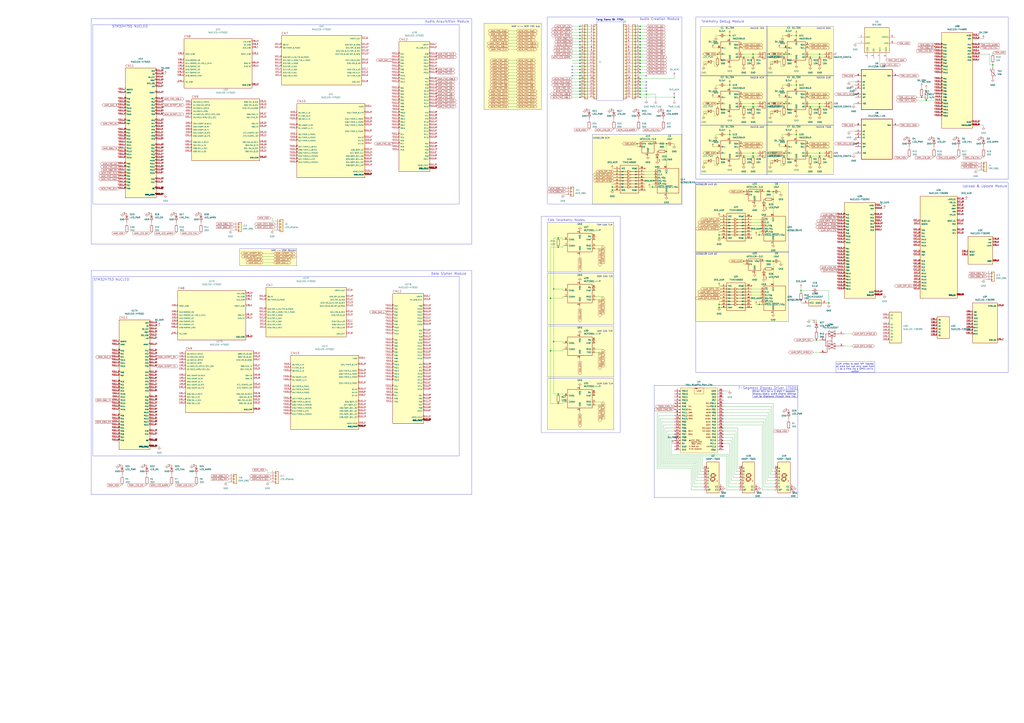
<source format=kicad_sch>
(kicad_sch (version 20250114) (generator "eeschema") (generator_version "9.0")
  (paper "A1")
  (lib_symbols
    (symbol "24LC256-I_SN:24LC256-I_SN" (pin_names (offset 1.016))
      (property "Reference" "U" (at -4.9591 14.9028 0))
      (property "Value" "24LC256-I_SN" (at -5.7261 -23.3626 0))
      (symbol "24LC256-I_SN_0_0"
        (pin power_in line (at -17.78 7.62 0) (length 5.08) (name "VCC") (number "8"))
        (pin input line (at -17.78 2.54 0) (length 5.08) (name "A0") (number "1"))
        (pin input line (at -17.78 0 0) (length 5.08) (name "A1") (number "2"))
        (pin input line (at -17.78 -2.54 0) (length 5.08) (name "A2") (number "3"))
        (pin input line (at -17.78 -7.62 0) (length 5.08) (name "SCL") (number "6"))
        (pin input line (at -17.78 -10.16 0) (length 5.08) (name "WP") (number "7"))
        (pin passive line (at -17.78 -15.24 0) (length 5.08) (name "VSS") (number "4"))
        (pin bidirectional line (at 17.78 7.62 180) (length 5.08) (name "SDA") (number "5"))
      )
    )
    (symbol "74HC4050D:74HC4050D" (pin_names (offset 1.016))
      (property "Reference" "U" (at -7.38 11.9607 0))
      (property "Value" "74HC4050D" (at -7.6329 -13.7392 0))
      (symbol "74HC4050D_0_0"
        (pin power_in line (at -12.7 8.89 0) (length 5.08) (name "VCC") (number "1"))
        (pin input line (at -12.7 6.35 0) (length 5.08) (name "1A") (number "3"))
        (pin input line (at -12.7 3.81 0) (length 5.08) (name "2A") (number "5"))
        (pin input line (at -12.7 1.27 0) (length 5.08) (name "3A") (number "7"))
        (pin input line (at -12.7 -1.27 0) (length 5.08) (name "4A") (number "9"))
        (pin input line (at -12.7 -3.81 0) (length 5.08) (name "5A") (number "11"))
        (pin input line (at -12.7 -6.35 0) (length 5.08) (name "6A") (number "14"))
        (pin power_in line (at -12.7 -8.89 0) (length 5.08) (name "GND") (number "8"))
        (pin no_connect line (at 12.7 8.89 180) (length 5.08) (name "NC@2") (number "16"))
        (pin output line (at 12.7 6.35 180) (length 5.08) (name "1Y") (number "2"))
        (pin output line (at 12.7 3.81 180) (length 5.08) (name "2Y") (number "4"))
        (pin output line (at 12.7 1.27 180) (length 5.08) (name "3Y") (number "6"))
        (pin output line (at 12.7 -1.27 180) (length 5.08) (name "4Y") (number "10"))
        (pin output line (at 12.7 -3.81 180) (length 5.08) (name "5Y") (number "12"))
        (pin output line (at 12.7 -6.35 180) (length 5.08) (name "6Y") (number "15"))
        (pin no_connect line (at 12.7 -8.89 180) (length 5.08) (name "NC@1") (number "13"))
      )
    )
    (symbol "74xGxx:74LVC1G3157"
      (property "Reference" "U" (at 5.08 7.62 0))
      (property "Value" "74LVC1G3157" (at 10.16 -7.62 0))
      (symbol "74LVC1G3157_1_1"
        (pin bidirectional line (at -10.16 0 0) (length 5.08) (name "~") (number "4"))
        (pin input line (at -10.16 -10.16 0) (length 5.08) (name "~") (number "6"))
        (pin bidirectional line (at 10.16 5.08 180) (length 5.08) (name "~") (number "1"))
        (pin bidirectional line (at 10.16 -5.08 180) (length 5.08) (name "~") (number "3"))
      )
      (symbol "74LVC1G3157_2_1"
        (pin power_in line (at 0 10.16 270) (length 5.08) (name "VCC") (number "5"))
        (pin power_in line (at 0 -10.16 90) (length 5.08) (name "GND") (number "2"))
      )
    )
    (symbol "Connector_Generic:Conn_01x02" (pin_names (offset 1.016) (hide yes))
      (property "Reference" "J" (at 0 2.54 0))
      (property "Value" "Conn_01x02" (at 0 -5.08 0))
      (symbol "Conn_01x02_1_1"
        (pin passive line (at -5.08 0 0) (length 3.81) (name "Pin_1") (number "1"))
        (pin passive line (at -5.08 -2.54 0) (length 3.81) (name "Pin_2") (number "2"))
      )
    )
    (symbol "Connector_Generic:Conn_01x03" (pin_names (offset 1.016) (hide yes))
      (property "Reference" "J" (at 0 5.08 0))
      (property "Value" "Conn_01x03" (at 0 -5.08 0))
      (symbol "Conn_01x03_1_1"
        (pin passive line (at -5.08 2.54 0) (length 3.81) (name "Pin_1") (number "1"))
        (pin passive line (at -5.08 0 0) (length 3.81) (name "Pin_2") (number "2"))
        (pin passive line (at -5.08 -2.54 0) (length 3.81) (name "Pin_3") (number "3"))
      )
    )
    (symbol "Connector_Generic:Conn_01x04" (pin_names (offset 1.016) (hide yes))
      (property "Reference" "J" (at 0 5.08 0))
      (property "Value" "Conn_01x04" (at 0 -7.62 0))
      (symbol "Conn_01x04_1_1"
        (pin passive line (at -5.08 2.54 0) (length 3.81) (name "Pin_1") (number "1"))
        (pin passive line (at -5.08 0 0) (length 3.81) (name "Pin_2") (number "2"))
        (pin passive line (at -5.08 -2.54 0) (length 3.81) (name "Pin_3") (number "3"))
        (pin passive line (at -5.08 -5.08 0) (length 3.81) (name "Pin_4") (number "4"))
      )
    )
    (symbol "Connector_Generic:Conn_01x24" (pin_names (offset 1.016) (hide yes))
      (property "Reference" "J" (at 0 30.48 0))
      (property "Value" "Conn_01x24" (at 0 -33.02 0))
      (symbol "Conn_01x24_1_1"
        (pin passive line (at -5.08 27.94 0) (length 3.81) (name "Pin_1") (number "1"))
        (pin passive line (at -5.08 25.4 0) (length 3.81) (name "Pin_2") (number "2"))
        (pin passive line (at -5.08 22.86 0) (length 3.81) (name "Pin_3") (number "3"))
        (pin passive line (at -5.08 20.32 0) (length 3.81) (name "Pin_4") (number "4"))
        (pin passive line (at -5.08 17.78 0) (length 3.81) (name "Pin_5") (number "5"))
        (pin passive line (at -5.08 15.24 0) (length 3.81) (name "Pin_6") (number "6"))
        (pin passive line (at -5.08 12.7 0) (length 3.81) (name "Pin_7") (number "7"))
        (pin passive line (at -5.08 10.16 0) (length 3.81) (name "Pin_8") (number "8"))
        (pin passive line (at -5.08 7.62 0) (length 3.81) (name "Pin_9") (number "9"))
        (pin passive line (at -5.08 5.08 0) (length 3.81) (name "Pin_10") (number "10"))
        (pin passive line (at -5.08 2.54 0) (length 3.81) (name "Pin_11") (number "11"))
        (pin passive line (at -5.08 0 0) (length 3.81) (name "Pin_12") (number "12"))
        (pin passive line (at -5.08 -2.54 0) (length 3.81) (name "Pin_13") (number "13"))
        (pin passive line (at -5.08 -5.08 0) (length 3.81) (name "Pin_14") (number "14"))
        (pin passive line (at -5.08 -7.62 0) (length 3.81) (name "Pin_15") (number "15"))
        (pin passive line (at -5.08 -10.16 0) (length 3.81) (name "Pin_16") (number "16"))
        (pin passive line (at -5.08 -12.7 0) (length 3.81) (name "Pin_17") (number "17"))
        (pin passive line (at -5.08 -15.24 0) (length 3.81) (name "Pin_18") (number "18"))
        (pin passive line (at -5.08 -17.78 0) (length 3.81) (name "Pin_19") (number "19"))
        (pin passive line (at -5.08 -20.32 0) (length 3.81) (name "Pin_20") (number "20"))
        (pin passive line (at -5.08 -22.86 0) (length 3.81) (name "Pin_21") (number "21"))
        (pin passive line (at -5.08 -25.4 0) (length 3.81) (name "Pin_22") (number "22"))
        (pin passive line (at -5.08 -27.94 0) (length 3.81) (name "Pin_23") (number "23"))
        (pin passive line (at -5.08 -30.48 0) (length 3.81) (name "Pin_24") (number "24"))
      )
    )
    (symbol "Device:C_Small" (pin_numbers (hide yes)) (pin_names (offset 0.254) (hide yes))
      (property "Reference" "C" (at 0.254 1.778 0))
      (property "Value" "C_Small" (at 0.254 -2.032 0))
      (symbol "C_Small_1_1"
        (pin passive line (at 0 2.54 270) (length 2.032) (name "~") (number "1"))
        (pin passive line (at 0 -2.54 90) (length 2.032) (name "~") (number "2"))
      )
    )
    (symbol "Device:LED" (pin_numbers (hide yes)) (pin_names (offset 1.016) (hide yes))
      (property "Reference" "D" (at 0 2.54 0))
      (property "Value" "LED" (at 0 -2.54 0))
      (symbol "LED_1_1"
        (pin passive line (at -3.81 0 0) (length 2.54) (name "K") (number "1"))
        (pin passive line (at 3.81 0 180) (length 2.54) (name "A") (number "2"))
      )
    )
    (symbol "Device:R" (pin_numbers (hide yes)) (pin_names (offset 0))
      (property "Reference" "R" (at 2.032 0 90))
      (property "Value" "R" (at 0 0 90))
      (symbol "R_1_1"
        (pin passive line (at 0 3.81 270) (length 1.27) (name "~") (number "1"))
        (pin passive line (at 0 -3.81 90) (length 1.27) (name "~") (number "2"))
      )
    )
    (symbol "Device:Thermistor" (pin_numbers (hide yes)) (pin_names (offset 0))
      (property "Reference" "TH" (at 2.54 1.27 90))
      (property "Value" "Thermistor" (at -2.54 0 90))
      (symbol "Thermistor_1_1"
        (pin passive line (at 0 5.08 270) (length 2.54) (name "~") (number "1"))
        (pin passive line (at 0 -5.08 90) (length 2.54) (name "~") (number "2"))
      )
    )
    (symbol "Display_Character:HDSP-7503"
      (property "Reference" "U" (at -3.81 13.97 0))
      (property "Value" "HDSP-7503" (at 6.35 13.97 0))
      (symbol "HDSP-7503_1_0"
        (text "E" (at -2.54 -1.397 0) (effects (font (size 0.508 0.508))))
        (text "F" (at -2.286 1.651 0) (effects (font (size 0.508 0.508))))
        (text "D" (at -0.254 -2.159 0) (effects (font (size 0.508 0.508))))
        (text "G" (at 0 0.889 0) (effects (font (size 0.508 0.508))))
        (text "A" (at 0.254 2.413 0) (effects (font (size 0.508 0.508))))
        (text "C" (at 2.286 -1.397 0) (effects (font (size 0.508 0.508))))
        (text "B" (at 2.54 1.651 0) (effects (font (size 0.508 0.508))))
        (text "DP" (at 3.556 -2.921 0) (effects (font (size 0.508 0.508))))
      )
      (symbol "HDSP-7503_1_1"
        (pin input line (at -7.62 7.62 0) (length 2.54) (name "A") (number "10"))
        (pin input line (at -7.62 5.08 0) (length 2.54) (name "B") (number "9"))
        (pin input line (at -7.62 2.54 0) (length 2.54) (name "C") (number "8"))
        (pin input line (at -7.62 0 0) (length 2.54) (name "D") (number "5"))
        (pin input line (at -7.62 -2.54 0) (length 2.54) (name "E") (number "4"))
        (pin input line (at -7.62 -5.08 0) (length 2.54) (name "F") (number "2"))
        (pin input line (at -7.62 -7.62 0) (length 2.54) (name "G") (number "3"))
        (pin input line (at -7.62 -10.16 0) (length 2.54) (name "DP") (number "7"))
        (pin input line (at 7.62 -7.62 180) (length 2.54) (name "CC") (number "1"))
        (pin input line (at 7.62 -10.16 180) (length 2.54) (name "CC") (number "6"))
      )
    )
    (symbol "Interface_CAN_LIN:MCP2551-I-P" (pin_names (offset 1.016))
      (property "Reference" "U" (at -10.16 8.89 0))
      (property "Value" "MCP2551-I-P" (at 2.54 8.89 0))
      (symbol "MCP2551-I-P_1_1"
        (pin input line (at -12.7 5.08 0) (length 2.54) (name "TXD") (number "1"))
        (pin output line (at -12.7 2.54 0) (length 2.54) (name "RXD") (number "4"))
        (pin power_out line (at -12.7 -2.54 0) (length 2.54) (name "Vref") (number "5"))
        (pin input line (at -12.7 -5.08 0) (length 2.54) (name "Rs") (number "8"))
        (pin power_in line (at 0 10.16 270) (length 2.54) (name "VDD") (number "3"))
        (pin power_in line (at 0 -10.16 90) (length 2.54) (name "VSS") (number "2"))
        (pin bidirectional line (at 12.7 2.54 180) (length 2.54) (name "CANH") (number "7"))
        (pin bidirectional line (at 12.7 -2.54 180) (length 2.54) (name "CANL") (number "6"))
      )
    )
    (symbol "Memory_Flash:W25Q128JVS"
      (property "Reference" "U" (at -6.35 11.43 0))
      (property "Value" "W25Q128JVS" (at 7.62 11.43 0))
      (symbol "W25Q128JVS_1_1"
        (pin input line (at -10.16 7.62 0) (length 2.54) (name "~{CS}") (number "1"))
        (pin input line (at -10.16 5.08 0) (length 2.54) (name "CLK") (number "6"))
        (pin bidirectional line (at -10.16 2.54 0) (length 2.54) (name "DI/IO_{0}") (number "5"))
        (pin bidirectional line (at -10.16 0 0) (length 2.54) (name "DO/IO_{1}") (number "2"))
        (pin bidirectional line (at -10.16 -2.54 0) (length 2.54) (name "~{WP}/IO_{2}") (number "3"))
        (pin bidirectional line (at -10.16 -5.08 0) (length 2.54) (name "~{HOLD}/~{RESET}/IO_{3}") (number "7"))
        (pin power_in line (at 0 12.7 270) (length 2.54) (name "VCC") (number "8"))
        (pin power_in line (at 0 -12.7 90) (length 2.54) (name "GND") (number "4"))
      )
    )
    (symbol "NUCLEO-F303RE:NUCLEO-F303RE" (pin_names (offset 1.016))
      (property "Reference" "U" (at -15.24 41.91 0))
      (property "Value" "NUCLEO-F303RE" (at -15.24 -44.45 0))
      (symbol "NUCLEO-F303RE_1_0"
        (pin bidirectional line (at -20.32 20.32 0) (length 5.08) (name "RESET_S1") (number "CN7_14"))
        (pin bidirectional line (at -20.32 17.78 0) (length 5.08) (name "BOOT0") (number "CN7_7"))
        (pin bidirectional line (at -20.32 12.7 0) (length 5.08) (name "PA0") (number "CN7_28"))
        (pin bidirectional line (at -20.32 10.16 0) (length 5.08) (name "PA1") (number "CN7_30"))
        (pin bidirectional line (at -20.32 7.62 0) (length 5.08) (name "PA4") (number "CN7_32"))
        (pin bidirectional line (at -20.32 5.08 0) (length 5.08) (name "PA13") (number "CN7_13"))
        (pin bidirectional line (at -20.32 2.54 0) (length 5.08) (name "PA14") (number "CN7_15"))
        (pin bidirectional line (at -20.32 0 0) (length 5.08) (name "PA15") (number "CN7_17"))
        (pin bidirectional line (at -20.32 -5.08 0) (length 5.08) (name "PB0") (number "CN7_34"))
        (pin bidirectional line (at -20.32 -7.62 0) (length 5.08) (name "PB7") (number "CN7_21"))
        (pin bidirectional line (at -20.32 -12.7 0) (length 5.08) (name "PC0") (number "CN7_38"))
        (pin bidirectional line (at -20.32 -15.24 0) (length 5.08) (name "PC1") (number "CN7_36"))
        (pin bidirectional line (at -20.32 -17.78 0) (length 5.08) (name "PC2") (number "CN7_35"))
        (pin bidirectional line (at -20.32 -20.32 0) (length 5.08) (name "PC3") (number "CN7_37"))
        (pin bidirectional line (at -20.32 -22.86 0) (length 5.08) (name "PC11") (number "CN7_2"))
        (pin bidirectional line (at -20.32 -25.4 0) (length 5.08) (name "PC10") (number "CN7_1"))
        (pin bidirectional line (at -20.32 -27.94 0) (length 5.08) (name "PC12") (number "CN7_3"))
        (pin bidirectional line (at -20.32 -30.48 0) (length 5.08) (name "PC13") (number "CN7_23"))
        (pin bidirectional line (at -20.32 -33.02 0) (length 5.08) (name "PC14") (number "CN7_25"))
        (pin bidirectional line (at -20.32 -35.56 0) (length 5.08) (name "PC15") (number "CN7_27"))
        (pin power_in line (at 20.32 38.1 180) (length 5.08) (name "+3V3_S1") (number "CN7_16"))
        (pin power_in line (at 20.32 35.56 180) (length 5.08) (name "+5V_S1") (number "CN7_18"))
        (pin power_in line (at 20.32 33.02 180) (length 5.08) (name "E5V") (number "CN7_6"))
        (pin power_in line (at 20.32 30.48 180) (length 5.08) (name "VBAT") (number "CN7_33"))
        (pin power_in line (at 20.32 27.94 180) (length 5.08) (name "VDD") (number "CN7_5"))
        (pin power_in line (at 20.32 25.4 180) (length 5.08) (name "VIN_S1") (number "CN7_24"))
        (pin bidirectional line (at 20.32 20.32 180) (length 5.08) (name "IOREF_S1") (number "CN7_12"))
        (pin bidirectional line (at 20.32 17.78 180) (length 5.08) (name "PD2") (number "CN7_4"))
        (pin bidirectional line (at 20.32 12.7 180) (length 5.08) (name "PF0") (number "CN7_29"))
        (pin bidirectional line (at 20.32 10.16 180) (length 5.08) (name "PF1") (number "CN7_31"))
        (pin power_in line (at 20.32 -40.64 180) (length 5.08) (name "GND_S1") (number "CN7_19"))
        (pin power_in line (at 20.32 -40.64 180) (length 5.08) (name "GND_S1") (number "CN7_20"))
        (pin power_in line (at 20.32 -40.64 180) (length 5.08) (name "GND_S1") (number "CN7_22"))
        (pin power_in line (at 20.32 -40.64 180) (length 5.08) (name "GND_S1") (number "CN7_8"))
      )
      (symbol "NUCLEO-F303RE_2_0"
        (pin bidirectional line (at -17.78 27.94 0) (length 5.08) (name "PA2") (number "CN10_35"))
        (pin bidirectional line (at -17.78 25.4 0) (length 5.08) (name "PA3") (number "CN10_37"))
        (pin bidirectional line (at -17.78 22.86 0) (length 5.08) (name "PA5") (number "CN10_11"))
        (pin bidirectional line (at -17.78 20.32 0) (length 5.08) (name "PA6") (number "CN10_13"))
        (pin bidirectional line (at -17.78 17.78 0) (length 5.08) (name "PA7") (number "CN10_15"))
        (pin bidirectional line (at -17.78 15.24 0) (length 5.08) (name "PA8") (number "CN10_23"))
        (pin bidirectional line (at -17.78 12.7 0) (length 5.08) (name "PA9") (number "CN10_21"))
        (pin bidirectional line (at -17.78 10.16 0) (length 5.08) (name "PA10") (number "CN10_33"))
        (pin bidirectional line (at -17.78 7.62 0) (length 5.08) (name "PA11") (number "CN10_14"))
        (pin bidirectional line (at -17.78 5.08 0) (length 5.08) (name "PA12") (number "CN10_12"))
        (pin bidirectional line (at -17.78 0 0) (length 5.08) (name "PB1") (number "CN10_24"))
        (pin bidirectional line (at -17.78 -2.54 0) (length 5.08) (name "PB2") (number "CN10_22"))
        (pin bidirectional line (at -17.78 -5.08 0) (length 5.08) (name "PB3") (number "CN10_31"))
        (pin bidirectional line (at -17.78 -7.62 0) (length 5.08) (name "PB4") (number "CN10_27"))
        (pin bidirectional line (at -17.78 -10.16 0) (length 5.08) (name "PB5") (number "CN10_29"))
        (pin bidirectional line (at -17.78 -12.7 0) (length 5.08) (name "PB6") (number "CN10_17"))
        (pin bidirectional line (at -17.78 -15.24 0) (length 5.08) (name "PB8") (number "CN10_3"))
        (pin bidirectional line (at -17.78 -17.78 0) (length 5.08) (name "PB9") (number "CN10_5"))
        (pin bidirectional line (at -17.78 -20.32 0) (length 5.08) (name "PB10") (number "CN10_25"))
        (pin bidirectional line (at -17.78 -22.86 0) (length 5.08) (name "PB11") (number "CN10_18"))
        (pin bidirectional line (at -17.78 -25.4 0) (length 5.08) (name "PB12") (number "CN10_16"))
        (pin bidirectional line (at -17.78 -27.94 0) (length 5.08) (name "PB13") (number "CN10_30"))
        (pin bidirectional line (at -17.78 -30.48 0) (length 5.08) (name "PB14") (number "CN10_28"))
        (pin bidirectional line (at -17.78 -33.02 0) (length 5.08) (name "PB15") (number "CN10_26"))
        (pin power_in line (at 17.78 35.56 180) (length 5.08) (name "AVDD") (number "CN10_7"))
        (pin power_in line (at 17.78 33.02 180) (length 5.08) (name "U5V") (number "CN10_8"))
        (pin bidirectional line (at 17.78 27.94 180) (length 5.08) (name "PC4") (number "CN10_34"))
        (pin bidirectional line (at 17.78 25.4 180) (length 5.08) (name "PC5") (number "CN10_6"))
        (pin bidirectional line (at 17.78 22.86 180) (length 5.08) (name "PC6") (number "CN10_4"))
        (pin bidirectional line (at 17.78 20.32 180) (length 5.08) (name "PC7") (number "CN10_19"))
        (pin bidirectional line (at 17.78 17.78 180) (length 5.08) (name "PC8") (number "CN10_2"))
        (pin bidirectional line (at 17.78 15.24 180) (length 5.08) (name "PC9") (number "CN10_1"))
        (pin power_in line (at 17.78 -35.56 180) (length 5.08) (name "AGND") (number "CN10_32"))
        (pin power_in line (at 17.78 -38.1 180) (length 5.08) (name "GND_S2") (number "CN10_20"))
        (pin power_in line (at 17.78 -38.1 180) (length 5.08) (name "GND_S2") (number "CN10_9"))
      )
      (symbol "NUCLEO-F303RE_3_0"
        (pin bidirectional line (at -15.24 -2.54 0) (length 5.08) (name "RESET") (number "CN6_3"))
        (pin bidirectional line (at -15.24 -5.08 0) (length 5.08) (name "IOREF") (number "CN6_2"))
        (pin power_in line (at 15.24 7.62 180) (length 5.08) (name "VIN") (number "CN6_8"))
        (pin power_in line (at 15.24 5.08 180) (length 5.08) (name "+5V") (number "CN6_5"))
        (pin power_in line (at 15.24 2.54 180) (length 5.08) (name "+3V3") (number "CN6_4"))
        (pin power_in line (at 15.24 -10.16 180) (length 5.08) (name "GND") (number "CN6_6"))
        (pin power_in line (at 15.24 -10.16 180) (length 5.08) (name "GND") (number "CN6_7"))
      )
      (symbol "NUCLEO-F303RE_4_0"
        (pin input line (at -10.16 10.16 0) (length 5.08) (name "D0") (number "CN9_1"))
        (pin output line (at -10.16 7.62 0) (length 5.08) (name "D1") (number "CN9_2"))
        (pin bidirectional line (at -10.16 2.54 0) (length 5.08) (name "D2") (number "CN9_3"))
        (pin bidirectional line (at -10.16 0 0) (length 5.08) (name "D3") (number "CN9_4"))
        (pin bidirectional line (at -10.16 -2.54 0) (length 5.08) (name "D4") (number "CN9_5"))
        (pin bidirectional line (at -10.16 -5.08 0) (length 5.08) (name "D5") (number "CN9_6"))
        (pin bidirectional line (at -10.16 -7.62 0) (length 5.08) (name "D6") (number "CN9_7"))
        (pin bidirectional line (at -10.16 -10.16 0) (length 5.08) (name "D7") (number "CN9_8"))
      )
      (symbol "NUCLEO-F303RE_5_0"
        (pin input line (at -10.16 5.08 0) (length 5.08) (name "A0") (number "CN8_1"))
        (pin input line (at -10.16 2.54 0) (length 5.08) (name "A1") (number "CN8_2"))
        (pin input line (at -10.16 0 0) (length 5.08) (name "A2") (number "CN8_3"))
        (pin input line (at -10.16 -2.54 0) (length 5.08) (name "A3") (number "CN8_4"))
        (pin input line (at -10.16 -5.08 0) (length 5.08) (name "A4") (number "CN8_5"))
        (pin input line (at -10.16 -7.62 0) (length 5.08) (name "A5") (number "CN8_6"))
      )
      (symbol "NUCLEO-F303RE_6_0"
        (pin bidirectional line (at -15.24 7.62 0) (length 5.08) (name "D8") (number "CN5_1"))
        (pin bidirectional line (at -15.24 5.08 0) (length 5.08) (name "D9") (number "CN5_2"))
        (pin bidirectional line (at -15.24 2.54 0) (length 5.08) (name "D10") (number "CN5_3"))
        (pin bidirectional line (at -15.24 0 0) (length 5.08) (name "D11") (number "CN5_4"))
        (pin bidirectional line (at -15.24 -2.54 0) (length 5.08) (name "D12") (number "CN5_5"))
        (pin bidirectional clock (at -15.24 -5.08 0) (length 5.08) (name "D13") (number "CN5_6"))
        (pin bidirectional line (at -15.24 -7.62 0) (length 5.08) (name "D14") (number "CN5_9"))
        (pin bidirectional clock (at -15.24 -10.16 0) (length 5.08) (name "D15") (number "CN5_10"))
        (pin power_in line (at 15.24 12.7 180) (length 5.08) (name "AVDD_S6") (number "CN5_8"))
        (pin power_in line (at 15.24 -15.24 180) (length 5.08) (name "GND_S6") (number "CN5_7"))
      )
    )
    (symbol "NUCLEO-F446RE:NUCLEO-F446RE" (pin_names (offset 1.016))
      (property "Reference" "U" (at -17.78 41.91 0))
      (property "Value" "NUCLEO-F446RE" (at -17.78 -44.45 0))
      (symbol "NUCLEO-F446RE_1_0"
        (pin bidirectional line (at -22.86 20.32 0) (length 5.08) (name "CN7_RESET") (number "CN7_14"))
        (pin bidirectional line (at -22.86 17.78 0) (length 5.08) (name "BOOT0") (number "CN7_7"))
        (pin bidirectional line (at -22.86 12.7 0) (length 5.08) (name "PA0") (number "CN7_28"))
        (pin bidirectional line (at -22.86 10.16 0) (length 5.08) (name "PA1") (number "CN7_30"))
        (pin bidirectional line (at -22.86 7.62 0) (length 5.08) (name "PA4") (number "CN7_32"))
        (pin bidirectional line (at -22.86 5.08 0) (length 5.08) (name "PA13") (number "CN7_13"))
        (pin bidirectional line (at -22.86 2.54 0) (length 5.08) (name "PA14") (number "CN7_15"))
        (pin bidirectional line (at -22.86 0 0) (length 5.08) (name "PA15") (number "CN7_17"))
        (pin bidirectional line (at -22.86 -5.08 0) (length 5.08) (name "PB0") (number "CN7_34"))
        (pin bidirectional line (at -22.86 -7.62 0) (length 5.08) (name "PB7") (number "CN7_21"))
        (pin bidirectional line (at -22.86 -12.7 0) (length 5.08) (name "PC0/PB8") (number "CN7_38"))
        (pin bidirectional line (at -22.86 -15.24 0) (length 5.08) (name "PC1/PB9") (number "CN7_36"))
        (pin bidirectional line (at -22.86 -17.78 0) (length 5.08) (name "PC2") (number "CN7_35"))
        (pin bidirectional line (at -22.86 -20.32 0) (length 5.08) (name "PC3") (number "CN7_37"))
        (pin bidirectional line (at -22.86 -22.86 0) (length 5.08) (name "PC11") (number "CN7_2"))
        (pin bidirectional line (at -22.86 -25.4 0) (length 5.08) (name "PC10") (number "CN7_1"))
        (pin bidirectional line (at -22.86 -27.94 0) (length 5.08) (name "PC12") (number "CN7_3"))
        (pin bidirectional line (at -22.86 -30.48 0) (length 5.08) (name "PC13") (number "CN7_23"))
        (pin bidirectional line (at -22.86 -33.02 0) (length 5.08) (name "PC14") (number "CN7_25"))
        (pin bidirectional line (at -22.86 -35.56 0) (length 5.08) (name "PC15") (number "CN7_27"))
        (pin power_in line (at 22.86 38.1 180) (length 5.08) (name "CN7_+3V3") (number "CN7_16"))
        (pin power_in line (at 22.86 35.56 180) (length 5.08) (name "CN7_+5V") (number "CN7_18"))
        (pin power_in line (at 22.86 33.02 180) (length 5.08) (name "E5V") (number "CN7_6"))
        (pin power_in line (at 22.86 30.48 180) (length 5.08) (name "VBAT") (number "CN7_33"))
        (pin power_in line (at 22.86 27.94 180) (length 5.08) (name "VDD") (number "CN7_5"))
        (pin power_in line (at 22.86 25.4 180) (length 5.08) (name "CN7_VIN") (number "CN7_24"))
        (pin bidirectional line (at 22.86 20.32 180) (length 5.08) (name "CN7_IOREF") (number "CN7_12"))
        (pin bidirectional line (at 22.86 17.78 180) (length 5.08) (name "PD2") (number "CN7_4"))
        (pin bidirectional line (at 22.86 12.7 180) (length 5.08) (name "PH0") (number "CN7_29"))
        (pin bidirectional line (at 22.86 10.16 180) (length 5.08) (name "PH1") (number "CN7_31"))
        (pin power_in line (at 22.86 -40.64 180) (length 5.08) (name "CN7_GND") (number "CN7_19"))
        (pin power_in line (at 22.86 -40.64 180) (length 5.08) (name "CN7_GND") (number "CN7_20"))
        (pin power_in line (at 22.86 -40.64 180) (length 5.08) (name "CN7_GND") (number "CN7_22"))
        (pin power_in line (at 22.86 -40.64 180) (length 5.08) (name "CN7_GND") (number "CN7_8"))
      )
      (symbol "NUCLEO-F446RE_2_0"
        (pin bidirectional line (at -17.78 27.94 0) (length 5.08) (name "PA2") (number "CN10_35"))
        (pin bidirectional line (at -17.78 25.4 0) (length 5.08) (name "PA3") (number "CN10_37"))
        (pin bidirectional line (at -17.78 22.86 0) (length 5.08) (name "PA5") (number "CN10_11"))
        (pin bidirectional line (at -17.78 20.32 0) (length 5.08) (name "PA6") (number "CN10_13"))
        (pin bidirectional line (at -17.78 17.78 0) (length 5.08) (name "PA7") (number "CN10_15"))
        (pin bidirectional line (at -17.78 15.24 0) (length 5.08) (name "PA8") (number "CN10_23"))
        (pin bidirectional line (at -17.78 12.7 0) (length 5.08) (name "PA9") (number "CN10_21"))
        (pin bidirectional line (at -17.78 10.16 0) (length 5.08) (name "PA10") (number "CN10_33"))
        (pin bidirectional line (at -17.78 7.62 0) (length 5.08) (name "PA11") (number "CN10_14"))
        (pin bidirectional line (at -17.78 5.08 0) (length 5.08) (name "PA12") (number "CN10_12"))
        (pin bidirectional line (at -17.78 0 0) (length 5.08) (name "PB1") (number "CN10_24"))
        (pin bidirectional line (at -17.78 -2.54 0) (length 5.08) (name "PB2") (number "CN10_22"))
        (pin bidirectional line (at -17.78 -5.08 0) (length 5.08) (name "PB3") (number "CN10_31"))
        (pin bidirectional line (at -17.78 -7.62 0) (length 5.08) (name "PB4") (number "CN10_27"))
        (pin bidirectional line (at -17.78 -10.16 0) (length 5.08) (name "PB5") (number "CN10_29"))
        (pin bidirectional line (at -17.78 -12.7 0) (length 5.08) (name "PB6") (number "CN10_17"))
        (pin bidirectional line (at -17.78 -15.24 0) (length 5.08) (name "PB8") (number "CN10_3"))
        (pin bidirectional line (at -17.78 -17.78 0) (length 5.08) (name "PB9") (number "CN10_5"))
        (pin bidirectional line (at -17.78 -20.32 0) (length 5.08) (name "PB10") (number "CN10_25"))
        (pin bidirectional line (at -17.78 -22.86 0) (length 5.08) (name "PB12") (number "CN10_16"))
        (pin bidirectional line (at -17.78 -25.4 0) (length 5.08) (name "PB13") (number "CN10_30"))
        (pin bidirectional line (at -17.78 -27.94 0) (length 5.08) (name "PB14") (number "CN10_28"))
        (pin bidirectional line (at -17.78 -30.48 0) (length 5.08) (name "PB15") (number "CN10_26"))
        (pin power_in line (at 17.78 35.56 180) (length 5.08) (name "AVDD") (number "CN10_7"))
        (pin power_in line (at 17.78 33.02 180) (length 5.08) (name "U5V") (number "CN10_8"))
        (pin bidirectional line (at 17.78 27.94 180) (length 5.08) (name "PC4") (number "CN10_34"))
        (pin bidirectional line (at 17.78 25.4 180) (length 5.08) (name "PC5") (number "CN10_6"))
        (pin bidirectional line (at 17.78 22.86 180) (length 5.08) (name "PC6") (number "CN10_4"))
        (pin bidirectional line (at 17.78 20.32 180) (length 5.08) (name "PC7") (number "CN10_19"))
        (pin bidirectional line (at 17.78 17.78 180) (length 5.08) (name "PC8") (number "CN10_2"))
        (pin bidirectional line (at 17.78 15.24 180) (length 5.08) (name "PC9") (number "CN10_1"))
        (pin power_in line (at 17.78 -35.56 180) (length 5.08) (name "AGND") (number "CN10_32"))
        (pin power_in line (at 17.78 -38.1 180) (length 5.08) (name "CN10_GND") (number "CN10_20"))
        (pin power_in line (at 17.78 -38.1 180) (length 5.08) (name "CN10_GND") (number "CN10_9"))
      )
      (symbol "NUCLEO-F446RE_3_0"
        (pin bidirectional line (at -20.32 -2.54 0) (length 5.08) (name "CN6_RESET") (number "CN6_3"))
        (pin bidirectional line (at -20.32 -5.08 0) (length 5.08) (name "CN6_IOREF") (number "CN6_2"))
        (pin power_in line (at 20.32 7.62 180) (length 5.08) (name "CN6_VIN") (number "CN6_8"))
        (pin power_in line (at 20.32 5.08 180) (length 5.08) (name "CN6_+5V") (number "CN6_5"))
        (pin power_in line (at 20.32 2.54 180) (length 5.08) (name "CN6_+3V3") (number "CN6_4"))
        (pin power_in line (at 20.32 -10.16 180) (length 5.08) (name "CN6_GND") (number "CN6_6"))
        (pin power_in line (at 20.32 -10.16 180) (length 5.08) (name "CN6_GND") (number "CN6_7"))
      )
      (symbol "NUCLEO-F446RE_4_0"
        (pin input line (at -10.16 10.16 0) (length 5.08) (name "D0") (number "CN9_1"))
        (pin output line (at -10.16 7.62 0) (length 5.08) (name "D1") (number "CN9_2"))
        (pin bidirectional line (at -10.16 2.54 0) (length 5.08) (name "D2") (number "CN9_3"))
        (pin bidirectional line (at -10.16 0 0) (length 5.08) (name "D3") (number "CN9_4"))
        (pin bidirectional line (at -10.16 -2.54 0) (length 5.08) (name "D4") (number "CN9_5"))
        (pin bidirectional line (at -10.16 -5.08 0) (length 5.08) (name "D5") (number "CN9_6"))
        (pin bidirectional line (at -10.16 -7.62 0) (length 5.08) (name "D6") (number "CN9_7"))
        (pin bidirectional line (at -10.16 -10.16 0) (length 5.08) (name "D7") (number "CN9_8"))
      )
      (symbol "NUCLEO-F446RE_5_0"
        (pin input line (at -10.16 5.08 0) (length 5.08) (name "A0") (number "CN8_1"))
        (pin input line (at -10.16 2.54 0) (length 5.08) (name "A1") (number "CN8_2"))
        (pin input line (at -10.16 0 0) (length 5.08) (name "A2") (number "CN8_3"))
        (pin input line (at -10.16 -2.54 0) (length 5.08) (name "A3") (number "CN8_4"))
        (pin input line (at -10.16 -5.08 0) (length 5.08) (name "A4") (number "CN8_5"))
        (pin input line (at -10.16 -7.62 0) (length 5.08) (name "A5") (number "CN8_6"))
      )
      (symbol "NUCLEO-F446RE_6_0"
        (pin bidirectional line (at -15.24 7.62 0) (length 5.08) (name "D8") (number "CN5_1"))
        (pin bidirectional line (at -15.24 5.08 0) (length 5.08) (name "D9") (number "CN5_2"))
        (pin bidirectional line (at -15.24 2.54 0) (length 5.08) (name "D10") (number "CN5_3"))
        (pin bidirectional line (at -15.24 0 0) (length 5.08) (name "D11") (number "CN5_4"))
        (pin bidirectional line (at -15.24 -2.54 0) (length 5.08) (name "D12") (number "CN5_5"))
        (pin bidirectional clock (at -15.24 -5.08 0) (length 5.08) (name "D13") (number "CN5_6"))
        (pin bidirectional line (at -15.24 -7.62 0) (length 5.08) (name "D14") (number "CN5_9"))
        (pin bidirectional clock (at -15.24 -10.16 0) (length 5.08) (name "D15") (number "CN5_10"))
        (pin power_in line (at 15.24 12.7 180) (length 5.08) (name "AREF") (number "CN5_8"))
        (pin power_in line (at 15.24 -15.24 180) (length 5.08) (name "CN5_GND") (number "CN5_7"))
      )
    )
    (symbol "NUCLEO-H753ZI:NUCLEO-H753ZI" (pin_names (offset 1.016))
      (property "Reference" "U" (at -12.7 57.15 0))
      (property "Value" "NUCLEO-H753ZI" (at -12.7 -54.61 0))
      (symbol "NUCLEO-H753ZI_1_0"
        (text "CN11" (at -12.7 54.102 0) (effects (font (size 1.778 1.778)) (justify left bottom)))
        (pin input line (at -17.78 35.56 0) (length 5.08) (name "BOOT0") (number "CN11_7"))
        (pin input line (at -17.78 33.02 0) (length 5.08) (name "NRST") (number "CN11_14"))
        (pin bidirectional line (at -17.78 27.94 0) (length 5.08) (name "PA0") (number "CN11_28"))
        (pin bidirectional line (at -17.78 25.4 0) (length 5.08) (name "PA1") (number "CN11_30"))
        (pin bidirectional line (at -17.78 22.86 0) (length 5.08) (name "PA4") (number "CN11_32"))
        (pin bidirectional line (at -17.78 20.32 0) (length 5.08) (name "PA13") (number "CN11_13"))
        (pin bidirectional line (at -17.78 17.78 0) (length 5.08) (name "PA14") (number "CN11_15"))
        (pin bidirectional line (at -17.78 15.24 0) (length 5.08) (name "PA15") (number "CN11_17"))
        (pin bidirectional line (at -17.78 10.16 0) (length 5.08) (name "PB0") (number "CN11_34"))
        (pin bidirectional line (at -17.78 7.62 0) (length 5.08) (name "PB7") (number "CN11_21"))
        (pin bidirectional line (at -17.78 2.54 0) (length 5.08) (name "PC0") (number "CN11_38"))
        (pin bidirectional line (at -17.78 0 0) (length 5.08) (name "PC1") (number "CN11_36"))
        (pin bidirectional line (at -17.78 -2.54 0) (length 5.08) (name "PC2") (number "CN11_35"))
        (pin bidirectional line (at -17.78 -5.08 0) (length 5.08) (name "PC3") (number "CN11_37"))
        (pin bidirectional line (at -17.78 -7.62 0) (length 5.08) (name "PC10") (number "CN11_1"))
        (pin bidirectional line (at -17.78 -10.16 0) (length 5.08) (name "PC11") (number "CN11_2"))
        (pin bidirectional line (at -17.78 -12.7 0) (length 5.08) (name "PC12") (number "CN11_3"))
        (pin bidirectional line (at -17.78 -15.24 0) (length 5.08) (name "PC13") (number "CN11_23"))
        (pin bidirectional line (at -17.78 -17.78 0) (length 5.08) (name "PC14") (number "CN11_25"))
        (pin bidirectional line (at -17.78 -20.32 0) (length 5.08) (name "PC15") (number "CN11_27"))
        (pin bidirectional line (at -17.78 -25.4 0) (length 5.08) (name "PD0") (number "CN11_57"))
        (pin bidirectional line (at -17.78 -27.94 0) (length 5.08) (name "PD1") (number "CN11_55"))
        (pin bidirectional line (at -17.78 -30.48 0) (length 5.08) (name "PD2") (number "CN11_4"))
        (pin bidirectional line (at -17.78 -33.02 0) (length 5.08) (name "PD3") (number "CN11_40"))
        (pin bidirectional line (at -17.78 -35.56 0) (length 5.08) (name "PD4") (number "CN11_39"))
        (pin bidirectional line (at -17.78 -38.1 0) (length 5.08) (name "PD5") (number "CN11_41"))
        (pin bidirectional line (at -17.78 -40.64 0) (length 5.08) (name "PD6") (number "CN11_43"))
        (pin bidirectional line (at -17.78 -43.18 0) (length 5.08) (name "PD7") (number "CN11_45"))
        (pin bidirectional line (at -17.78 -45.72 0) (length 5.08) (name "PD9") (number "CN11_69"))
        (pin power_in line (at 17.78 50.8 180) (length 5.08) (name "3V3") (number "CN11_16"))
        (pin power_in line (at 17.78 48.26 180) (length 5.08) (name "5V") (number "CN11_18"))
        (pin power_in line (at 17.78 45.72 180) (length 5.08) (name "5V_EXT") (number "CN11_6"))
        (pin power_in line (at 17.78 43.18 180) (length 5.08) (name "VBAT") (number "CN11_33"))
        (pin power_in line (at 17.78 40.64 180) (length 5.08) (name "3V3_VDD") (number "CN11_5"))
        (pin power_in line (at 17.78 38.1 180) (length 5.08) (name "VIN") (number "CN11_24"))
        (pin bidirectional line (at 17.78 33.02 180) (length 5.08) (name "IOREF") (number "CN11_12"))
        (pin bidirectional line (at 17.78 27.94 180) (length 5.08) (name "PE1") (number "CN11_61"))
        (pin bidirectional line (at 17.78 25.4 180) (length 5.08) (name "PE2") (number "CN11_46"))
        (pin bidirectional line (at 17.78 22.86 180) (length 5.08) (name "PE3") (number "CN11_47"))
        (pin bidirectional line (at 17.78 20.32 180) (length 5.08) (name "PE4") (number "CN11_48"))
        (pin bidirectional line (at 17.78 17.78 180) (length 5.08) (name "PE5") (number "CN11_50"))
        (pin bidirectional line (at 17.78 15.24 180) (length 5.08) (name "PE6") (number "CN11_62"))
        (pin bidirectional line (at 17.78 10.16 180) (length 5.08) (name "PF0") (number "CN11_53"))
        (pin bidirectional line (at 17.78 7.62 180) (length 5.08) (name "PF1") (number "CN11_51"))
        (pin bidirectional line (at 17.78 5.08 180) (length 5.08) (name "PF2") (number "CN11_52"))
        (pin bidirectional line (at 17.78 2.54 180) (length 5.08) (name "PF6") (number "CN11_9"))
        (pin bidirectional line (at 17.78 0 180) (length 5.08) (name "PF7") (number "CN11_11"))
        (pin bidirectional line (at 17.78 -2.54 180) (length 5.08) (name "PF8") (number "CN11_54"))
        (pin bidirectional line (at 17.78 -5.08 180) (length 5.08) (name "PF9") (number "CN11_56"))
        (pin bidirectional line (at 17.78 -10.16 180) (length 5.08) (name "PG0") (number "CN11_59"))
        (pin bidirectional line (at 17.78 -12.7 180) (length 5.08) (name "PG1") (number "CN11_58"))
        (pin bidirectional line (at 17.78 -15.24 180) (length 5.08) (name "PG2") (number "CN11_42"))
        (pin bidirectional line (at 17.78 -17.78 180) (length 5.08) (name "PG3") (number "CN11_44"))
        (pin bidirectional line (at 17.78 -20.32 180) (length 5.08) (name "PG9") (number "CN11_63"))
        (pin bidirectional line (at 17.78 -22.86 180) (length 5.08) (name "PG10") (number "CN11_66"))
        (pin bidirectional line (at 17.78 -25.4 180) (length 5.08) (name "PG11") (number "CN11_70"))
        (pin bidirectional line (at 17.78 -27.94 180) (length 5.08) (name "PG12") (number "CN11_65"))
        (pin bidirectional line (at 17.78 -30.48 180) (length 5.08) (name "PG13") (number "CN11_68"))
        (pin bidirectional line (at 17.78 -33.02 180) (length 5.08) (name "PG15") (number "CN11_64"))
        (pin bidirectional line (at 17.78 -38.1 180) (length 5.08) (name "PH0") (number "CN11_29"))
        (pin bidirectional line (at 17.78 -40.64 180) (length 5.08) (name "PH1") (number "CN11_31"))
        (pin no_connect line (at 17.78 -45.72 180) (length 5.08) (name "NC") (number "CN11_10"))
        (pin no_connect line (at 17.78 -45.72 180) (length 5.08) (name "NC") (number "CN11_26"))
        (pin no_connect line (at 17.78 -45.72 180) (length 5.08) (name "NC") (number "CN11_67"))
        (pin power_in line (at 17.78 -50.8 180) (length 5.08) (name "GND_CN11") (number "CN11_19"))
        (pin power_in line (at 17.78 -50.8 180) (length 5.08) (name "GND_CN11") (number "CN11_20"))
        (pin power_in line (at 17.78 -50.8 180) (length 5.08) (name "GND_CN11") (number "CN11_22"))
        (pin power_in line (at 17.78 -50.8 180) (length 5.08) (name "GND_CN11") (number "CN11_49"))
        (pin power_in line (at 17.78 -50.8 180) (length 5.08) (name "GND_CN11") (number "CN11_60"))
        (pin power_in line (at 17.78 -50.8 180) (length 5.08) (name "GND_CN11") (number "CN11_71"))
        (pin power_in line (at 17.78 -50.8 180) (length 5.08) (name "GND_CN11") (number "CN11_72"))
        (pin power_in line (at 17.78 -50.8 180) (length 5.08) (name "GND_CN11") (number "CN11_8"))
      )
      (symbol "NUCLEO-H753ZI_2_0"
        (text "CN12" (at -12.7 54.102 0) (effects (font (size 1.778 1.778)) (justify left bottom)))
        (pin bidirectional line (at -17.78 43.18 0) (length 5.08) (name "PA2") (number "CN12_35"))
        (pin bidirectional line (at -17.78 40.64 0) (length 5.08) (name "PA3") (number "CN12_37"))
        (pin bidirectional line (at -17.78 38.1 0) (length 5.08) (name "PA5") (number "CN12_11"))
        (pin bidirectional line (at -17.78 35.56 0) (length 5.08) (name "PA6") (number "CN12_13"))
        (pin bidirectional line (at -17.78 33.02 0) (length 5.08) (name "PA7") (number "CN12_15"))
        (pin bidirectional line (at -17.78 30.48 0) (length 5.08) (name "PA8") (number "CN12_23"))
        (pin bidirectional line (at -17.78 27.94 0) (length 5.08) (name "PA9") (number "CN12_21"))
        (pin bidirectional line (at -17.78 25.4 0) (length 5.08) (name "PA10") (number "CN12_33"))
        (pin bidirectional line (at -17.78 22.86 0) (length 5.08) (name "PA11") (number "CN12_14"))
        (pin bidirectional line (at -17.78 20.32 0) (length 5.08) (name "PA12") (number "CN12_12"))
        (pin bidirectional line (at -17.78 15.24 0) (length 5.08) (name "PB1") (number "CN12_24"))
        (pin bidirectional line (at -17.78 12.7 0) (length 5.08) (name "PB2") (number "CN12_22"))
        (pin bidirectional line (at -17.78 10.16 0) (length 5.08) (name "PB3") (number "CN12_31"))
        (pin bidirectional line (at -17.78 7.62 0) (length 5.08) (name "PB4") (number "CN12_27"))
        (pin bidirectional line (at -17.78 5.08 0) (length 5.08) (name "PB5") (number "CN12_29"))
        (pin bidirectional line (at -17.78 2.54 0) (length 5.08) (name "PB6") (number "CN12_17"))
        (pin bidirectional line (at -17.78 0 0) (length 5.08) (name "PB8") (number "CN12_3"))
        (pin bidirectional line (at -17.78 -2.54 0) (length 5.08) (name "PB9") (number "CN12_5"))
        (pin bidirectional line (at -17.78 -5.08 0) (length 5.08) (name "PB10") (number "CN12_25"))
        (pin bidirectional line (at -17.78 -7.62 0) (length 5.08) (name "PB11") (number "CN12_18"))
        (pin bidirectional line (at -17.78 -10.16 0) (length 5.08) (name "PB12") (number "CN12_16"))
        (pin bidirectional line (at -17.78 -12.7 0) (length 5.08) (name "PB13") (number "CN12_30"))
        (pin bidirectional line (at -17.78 -15.24 0) (length 5.08) (name "PB14") (number "CN12_28"))
        (pin bidirectional line (at -17.78 -17.78 0) (length 5.08) (name "PB15") (number "CN12_26"))
        (pin bidirectional line (at -17.78 -22.86 0) (length 5.08) (name "PC4") (number "CN12_34"))
        (pin bidirectional line (at -17.78 -25.4 0) (length 5.08) (name "PC5") (number "CN12_6"))
        (pin bidirectional line (at -17.78 -27.94 0) (length 5.08) (name "PC6") (number "CN12_4"))
        (pin bidirectional line (at -17.78 -30.48 0) (length 5.08) (name "PC7") (number "CN12_19"))
        (pin bidirectional line (at -17.78 -33.02 0) (length 5.08) (name "PC8") (number "CN12_2"))
        (pin bidirectional line (at -17.78 -35.56 0) (length 5.08) (name "PC9") (number "CN12_1"))
        (pin power_in line (at 17.78 50.8 180) (length 5.08) (name "VREFP") (number "CN12_7"))
        (pin power_in line (at 17.78 48.26 180) (length 5.08) (name "5V_USB_STLK") (number "CN12_8"))
        (pin bidirectional line (at 17.78 43.18 180) (length 5.08) (name "PD8") (number "CN12_10"))
        (pin bidirectional line (at 17.78 40.64 180) (length 5.08) (name "PD10") (number "CN12_65"))
        (pin bidirectional line (at 17.78 38.1 180) (length 5.08) (name "PD11") (number "CN12_45"))
        (pin bidirectional line (at 17.78 35.56 180) (length 5.08) (name "PD12") (number "CN12_43"))
        (pin bidirectional line (at 17.78 33.02 180) (length 5.08) (name "PD13") (number "CN12_41"))
        (pin bidirectional line (at 17.78 30.48 180) (length 5.08) (name "PD14") (number "CN12_46"))
        (pin bidirectional line (at 17.78 27.94 180) (length 5.08) (name "PD15") (number "CN12_48"))
        (pin bidirectional line (at 17.78 22.86 180) (length 5.08) (name "PE0") (number "CN12_64"))
        (pin bidirectional line (at 17.78 20.32 180) (length 5.08) (name "PE7") (number "CN12_44"))
        (pin bidirectional line (at 17.78 17.78 180) (length 5.08) (name "PE8") (number "CN12_40"))
        (pin bidirectional line (at 17.78 15.24 180) (length 5.08) (name "PE9") (number "CN12_52"))
        (pin bidirectional line (at 17.78 12.7 180) (length 5.08) (name "PE10") (number "CN12_47"))
        (pin bidirectional line (at 17.78 10.16 180) (length 5.08) (name "PE11") (number "CN12_56"))
        (pin bidirectional line (at 17.78 7.62 180) (length 5.08) (name "PE12") (number "CN12_49"))
        (pin bidirectional line (at 17.78 5.08 180) (length 5.08) (name "PE13") (number "CN12_55"))
        (pin bidirectional line (at 17.78 2.54 180) (length 5.08) (name "PE14") (number "CN12_51"))
        (pin bidirectional line (at 17.78 0 180) (length 5.08) (name "PE15") (number "CN12_53"))
        (pin bidirectional line (at 17.78 -5.08 180) (length 5.08) (name "PF3") (number "CN12_58"))
        (pin bidirectional line (at 17.78 -7.62 180) (length 5.08) (name "PF4") (number "CN12_38"))
        (pin bidirectional line (at 17.78 -10.16 180) (length 5.08) (name "PF5") (number "CN12_36"))
        (pin bidirectional line (at 17.78 -12.7 180) (length 5.08) (name "PF10") (number "CN12_42"))
        (pin bidirectional line (at 17.78 -15.24 180) (length 5.08) (name "PF11") (number "CN12_62"))
        (pin bidirectional line (at 17.78 -17.78 180) (length 5.08) (name "PF12") (number "CN12_59"))
        (pin bidirectional line (at 17.78 -20.32 180) (length 5.08) (name "PF13") (number "CN12_57"))
        (pin bidirectional line (at 17.78 -22.86 180) (length 5.08) (name "PF14") (number "CN12_50"))
        (pin bidirectional line (at 17.78 -25.4 180) (length 5.08) (name "PF15") (number "CN12_60"))
        (pin bidirectional line (at 17.78 -30.48 180) (length 5.08) (name "PG4") (number "CN12_69"))
        (pin bidirectional line (at 17.78 -33.02 180) (length 5.08) (name "PG5") (number "CN12_68"))
        (pin bidirectional line (at 17.78 -35.56 180) (length 5.08) (name "PG6") (number "CN12_70"))
        (pin bidirectional line (at 17.78 -38.1 180) (length 5.08) (name "PG7") (number "CN12_67"))
        (pin bidirectional line (at 17.78 -40.64 180) (length 5.08) (name "PG8") (number "CN12_66"))
        (pin bidirectional line (at 17.78 -43.18 180) (length 5.08) (name "PG14") (number "CN12_61"))
        (pin power_in line (at 17.78 -48.26 180) (length 5.08) (name "AGND_CN12") (number "CN12_32"))
        (pin power_in line (at 17.78 -50.8 180) (length 5.08) (name "GND_CN12") (number "CN12_20"))
        (pin power_in line (at 17.78 -50.8 180) (length 5.08) (name "GND_CN12") (number "CN12_39"))
        (pin power_in line (at 17.78 -50.8 180) (length 5.08) (name "GND_CN12") (number "CN12_54"))
        (pin power_in line (at 17.78 -50.8 180) (length 5.08) (name "GND_CN12") (number "CN12_63"))
        (pin power_in line (at 17.78 -50.8 180) (length 5.08) (name "GND_CN12") (number "CN12_71"))
        (pin power_in line (at 17.78 -50.8 180) (length 5.08) (name "GND_CN12") (number "CN12_72"))
        (pin power_in line (at 17.78 -50.8 180) (length 5.08) (name "GND_CN12") (number "CN12_9"))
      )
      (symbol "NUCLEO-H753ZI_3_0"
        (text "CN8" (at -27.94 21.082 0) (effects (font (size 1.778 1.778)) (justify left bottom)))
        (pin input line (at -33.02 7.62 0) (length 5.08) (name "NRST_CN8") (number "CN8_5"))
        (pin bidirectional line (at -33.02 2.54 0) (length 5.08) (name "D43/SDMMC_D0") (number "CN8_2"))
        (pin bidirectional line (at -33.02 0 0) (length 5.08) (name "D44/SDMMC_D1/I2S_A_CKIN") (number "CN8_4"))
        (pin bidirectional line (at -33.02 -2.54 0) (length 5.08) (name "D45/SDMMC_D2") (number "CN8_6"))
        (pin bidirectional line (at -33.02 -5.08 0) (length 5.08) (name "D46/SDMMC_D3") (number "CN8_8"))
        (pin bidirectional line (at -33.02 -7.62 0) (length 5.08) (name "D47/SDMMC_CK") (number "CN8_10"))
        (pin bidirectional line (at -33.02 -10.16 0) (length 5.08) (name "D48/SDMMC_CMD") (number "CN8_12"))
        (pin no_connect line (at -33.02 -15.24 0) (length 5.08) (name "NC_CN8") (number "CN8_1"))
        (pin power_in line (at 33.02 17.78 180) (length 5.08) (name "VIN_CN8") (number "CN8_15"))
        (pin power_in line (at 33.02 15.24 180) (length 5.08) (name "5V_CN8") (number "CN8_9"))
        (pin power_in line (at 33.02 12.7 180) (length 5.08) (name "3V3_CN8") (number "CN8_7"))
        (pin bidirectional line (at 33.02 7.62 180) (length 5.08) (name "IOREF_CN8") (number "CN8_3"))
        (pin bidirectional line (at 33.02 0 180) (length 5.08) (name "D50/IO") (number "CN8_16"))
        (pin bidirectional line (at 33.02 -2.54 180) (length 5.08) (name "D49/IO") (number "CN8_14"))
        (pin power_in line (at 33.02 -17.78 180) (length 5.08) (name "GND_CN8") (number "CN8_11"))
        (pin power_in line (at 33.02 -17.78 180) (length 5.08) (name "GND_CN8") (number "CN8_13"))
      )
      (symbol "NUCLEO-H753ZI_4_0"
        (text "CN9" (at -27.94 26.162 0) (effects (font (size 1.778 1.778)) (justify left bottom)))
        (pin input line (at -33.02 22.86 0) (length 5.08) (name "A0/ADC12_INP15") (number "CN9_1"))
        (pin input line (at -33.02 20.32 0) (length 5.08) (name "A1/ADC123_INP10") (number "CN9_3"))
        (pin input line (at -33.02 17.78 0) (length 5.08) (name "A2/ADC12_INP13") (number "CN9_5"))
        (pin input line (at -33.02 15.24 0) (length 5.08) (name "A3/ADC12_INP5") (number "CN9_7"))
        (pin input line (at -33.02 12.7 0) (length 5.08) (name "A4/ADC123_INP12/I2C1_SDA") (number "CN9_9"))
        (pin input line (at -33.02 10.16 0) (length 5.08) (name "A5/ADC3_INP6/I2C1_SCL") (number "CN9_11"))
        (pin bidirectional line (at -33.02 5.08 0) (length 5.08) (name "D51/USART_B_SCLK") (number "CN9_2"))
        (pin bidirectional line (at -33.02 2.54 0) (length 5.08) (name "D52/USART_B_RX") (number "CN9_4"))
        (pin bidirectional line (at -33.02 0 0) (length 5.08) (name "D53/USART_B_TX") (number "CN9_6"))
        (pin bidirectional line (at -33.02 -2.54 0) (length 5.08) (name "D54/USART_B_RTS") (number "CN9_8"))
        (pin bidirectional line (at -33.02 -5.08 0) (length 5.08) (name "D55/USART_B_CTS") (number "CN9_10"))
        (pin bidirectional line (at -33.02 -10.16 0) (length 5.08) (name "D56/SAI_A_MCLK") (number "CN9_14"))
        (pin bidirectional line (at -33.02 -12.7 0) (length 5.08) (name "D57/SAI_A_FS") (number "CN9_16"))
        (pin bidirectional line (at -33.02 -15.24 0) (length 5.08) (name "D58/SAI_A_SCK") (number "CN9_18"))
        (pin bidirectional line (at -33.02 -17.78 0) (length 5.08) (name "D59/SAI_A_SD") (number "CN9_20"))
        (pin bidirectional line (at 33.02 22.86 180) (length 5.08) (name "D68/I2C_B_SDA") (number "CN9_21"))
        (pin bidirectional line (at 33.02 20.32 180) (length 5.08) (name "D69/I2C_B_SCL") (number "CN9_19"))
        (pin bidirectional line (at 33.02 17.78 180) (length 5.08) (name "D70/I2C_B_SMBA") (number "CN9_17"))
        (pin output line (at 33.02 12.7 180) (length 5.08) (name "D66/CAN_TX") (number "CN9_27"))
        (pin input line (at 33.02 10.16 180) (length 5.08) (name "D67/CAN_RX") (number "CN9_25"))
        (pin bidirectional line (at 33.02 5.08 180) (length 5.08) (name "D64/IO") (number "CN9_30"))
        (pin bidirectional line (at 33.02 2.54 180) (length 5.08) (name "D65/IO") (number "CN9_29"))
        (pin bidirectional line (at 33.02 -2.54 180) (length 5.08) (name "D71/COMP2_INP") (number "CN9_15"))
        (pin bidirectional line (at 33.02 -5.08 180) (length 5.08) (name "D72/COMP1_INP") (number "CN9_13"))
        (pin bidirectional line (at 33.02 -10.16 180) (length 5.08) (name "D62/SAI_B_MCLK") (number "CN9_26"))
        (pin bidirectional line (at 33.02 -12.7 180) (length 5.08) (name "D63/SAI_B_FS") (number "CN9_28"))
        (pin bidirectional line (at 33.02 -15.24 180) (length 5.08) (name "D61/SAI_B_SCK") (number "CN9_24"))
        (pin bidirectional line (at 33.02 -17.78 180) (length 5.08) (name "D60/SAI_B_SD") (number "CN9_22"))
        (pin power_in line (at 33.02 -22.86 180) (length 5.08) (name "GND_CN9") (number "CN9_12"))
        (pin power_in line (at 33.02 -22.86 180) (length 5.08) (name "GND_CN9") (number "CN9_23"))
      )
      (symbol "NUCLEO-H753ZI_5_0"
        (text "CN7" (at -33.02 21.082 0) (effects (font (size 1.778 1.778)) (justify left bottom)))
        (pin bidirectional line (at -38.1 12.7 0) (length 5.08) (name "D8/IO") (number "CN7_20"))
        (pin bidirectional line (at -38.1 10.16 0) (length 5.08) (name "D9/TIMER_B_PWM2") (number "CN7_18"))
        (pin bidirectional line (at -38.1 2.54 0) (length 5.08) (name "D10/SPI_A_CS/TIM_B_PWM3") (number "CN7_16"))
        (pin bidirectional line (at -38.1 0 0) (length 5.08) (name "D11/SPI_A_MOSI/TIM_E_PWM1") (number "CN7_14"))
        (pin bidirectional line (at -38.1 -2.54 0) (length 5.08) (name "D12/SPI_A_MISO") (number "CN7_12"))
        (pin bidirectional line (at -38.1 -5.08 0) (length 5.08) (name "D13/SPI_A_SCK") (number "CN7_10"))
        (pin bidirectional line (at -38.1 -7.62 0) (length 5.08) (name "D14/I2C_A_SDA") (number "CN7_4"))
        (pin bidirectional line (at -38.1 -10.16 0) (length 5.08) (name "D15/I2C_A_SCL") (number "CN7_2"))
        (pin bidirectional line (at -38.1 -12.7 0) (length 5.08) (name "D16/I2S_A_MCK") (number "CN7_1"))
        (pin power_in line (at 38.1 17.78 180) (length 5.08) (name "VREFP_CN7") (number "CN7_6"))
        (pin bidirectional line (at 38.1 12.7 180) (length 5.08) (name "D25/SPI_B_MISO") (number "CN7_19"))
        (pin bidirectional line (at 38.1 10.16 180) (length 5.08) (name "D24/SPI_B_NSS") (number "CN7_17"))
        (pin bidirectional line (at 38.1 7.62 180) (length 5.08) (name "D23/I2S_B_CK/SPI_B_SCK") (number "CN7_15"))
        (pin bidirectional line (at 38.1 5.08 180) (length 5.08) (name "D22/I2S_B_SD/SPI_B_MOSI") (number "CN7_13"))
        (pin bidirectional line (at 38.1 0 180) (length 5.08) (name "D21/I2S_B_MCK") (number "CN7_11"))
        (pin bidirectional line (at 38.1 -2.54 180) (length 5.08) (name "D20/I2S_B_WS") (number "CN7_9"))
        (pin bidirectional line (at 38.1 -7.62 180) (length 5.08) (name "D19/I2S_A_WS") (number "CN7_7"))
        (pin bidirectional line (at 38.1 -10.16 180) (length 5.08) (name "D18/I2S_A_CK") (number "CN7_5"))
        (pin bidirectional line (at 38.1 -12.7 180) (length 5.08) (name "D17/I2S_A_SD") (number "CN7_3"))
        (pin power_in line (at 38.1 -17.78 180) (length 5.08) (name "GND_CN7") (number "CN7_8"))
      )
      (symbol "NUCLEO-H753ZI_6_0"
        (text "CN10" (at -27.94 31.242 0) (effects (font (size 1.778 1.778)) (justify left bottom)))
        (pin input line (at -33.02 22.86 0) (length 5.08) (name "A6/ADC_A_IN") (number "CN10_7"))
        (pin input line (at -33.02 20.32 0) (length 5.08) (name "A7/ADC_B_IN") (number "CN10_9"))
        (pin input line (at -33.02 17.78 0) (length 5.08) (name "A8/ADC_C_IN") (number "CN10_11"))
        (pin input line (at -33.02 12.7 0) (length 5.08) (name "D0/USART_A_RX") (number "CN10_16"))
        (pin output line (at -33.02 10.16 0) (length 5.08) (name "D1/USART_A_TX") (number "CN10_14"))
        (pin bidirectional line (at -33.02 5.08 0) (length 5.08) (name "D6/TIMER_A_PWM1") (number "CN10_4"))
        (pin bidirectional line (at -33.02 2.54 0) (length 5.08) (name "D5/TIMER_A_PWM2") (number "CN10_6"))
        (pin bidirectional line (at -33.02 0 0) (length 5.08) (name "D3/TIMER_A_PWM3") (number "CN10_10"))
        (pin bidirectional line (at -33.02 -5.08 0) (length 5.08) (name "D37/TIMER_A_BKIN1") (number "CN10_30"))
        (pin bidirectional line (at -33.02 -7.62 0) (length 5.08) (name "D38/TIMER_A_BKIN2") (number "CN10_28"))
        (pin bidirectional line (at -33.02 -10.16 0) (length 5.08) (name "D39/TIMER_A_PWM3N") (number "CN10_26"))
        (pin bidirectional line (at -33.02 -12.7 0) (length 5.08) (name "D40/TIMER_A_PWM2N") (number "CN10_24"))
        (pin bidirectional line (at -33.02 -15.24 0) (length 5.08) (name "D41/TIMER_A_ETR") (number "CN10_20"))
        (pin bidirectional line (at -33.02 -17.78 0) (length 5.08) (name "D42/TIMER_A_PWM1N") (number "CN10_18"))
        (pin power_in line (at 33.02 27.94 180) (length 5.08) (name "AVDD") (number "CN10_1"))
        (pin bidirectional line (at 33.02 22.86 180) (length 5.08) (name "D34/TIMER_B_ETR") (number "CN10_33"))
        (pin bidirectional line (at 33.02 17.78 180) (length 5.08) (name "D32/TIMER_C_PWM1") (number "CN10_29"))
        (pin bidirectional line (at 33.02 15.24 180) (length 5.08) (name "D36/TIMER_C_PWM2") (number "CN10_32"))
        (pin bidirectional line (at 33.02 12.7 180) (length 5.08) (name "D35/TIMER_C_PWM3") (number "CN10_34"))
        (pin bidirectional line (at 33.02 7.62 180) (length 5.08) (name "D33/TIMER_D_PWM1") (number "CN10_31"))
        (pin bidirectional line (at 33.02 2.54 180) (length 5.08) (name "D2/IO") (number "CN10_12"))
        (pin bidirectional line (at 33.02 0 180) (length 5.08) (name "D4/IO") (number "CN10_8"))
        (pin bidirectional line (at 33.02 -2.54 180) (length 5.08) (name "D7/IO") (number "CN10_2"))
        (pin bidirectional line (at 33.02 -7.62 180) (length 5.08) (name "D26/QSPI_CS") (number "CN10_13"))
        (pin bidirectional line (at 33.02 -10.16 180) (length 5.08) (name "D27/QSPI_CLK") (number "CN10_15"))
        (pin bidirectional line (at 33.02 -12.7 180) (length 5.08) (name "D30/QSPI_BK1_IO0") (number "CN10_23"))
        (pin bidirectional line (at 33.02 -15.24 180) (length 5.08) (name "D29/QSPI_BK1_IO1") (number "CN10_21"))
        (pin bidirectional line (at 33.02 -17.78 180) (length 5.08) (name "D31/QSPI_BK1_IO2") (number "CN10_25"))
        (pin bidirectional line (at 33.02 -20.32 180) (length 5.08) (name "D28/QSPI_BK1_IO3") (number "CN10_19"))
        (pin power_in line (at 33.02 -25.4 180) (length 5.08) (name "AGND_CN10") (number "CN10_3"))
        (pin power_in line (at 33.02 -27.94 180) (length 5.08) (name "GND_CN10") (number "CN10_17"))
        (pin power_in line (at 33.02 -27.94 180) (length 5.08) (name "GND_CN10") (number "CN10_22"))
        (pin power_in line (at 33.02 -27.94 180) (length 5.08) (name "GND_CN10") (number "CN10_27"))
        (pin power_in line (at 33.02 -27.94 180) (length 5.08) (name "GND_CN10") (number "CN10_5"))
      )
    )
    (symbol "Regulator_Linear:AP2112K-3.3" (pin_names (offset 0.254))
      (property "Reference" "U" (at -5.08 5.715 0))
      (property "Value" "AP2112K-3.3" (at 0 5.715 0))
      (symbol "AP2112K-3.3_1_1"
        (pin power_in line (at -7.62 2.54 0) (length 2.54) (name "VIN") (number "1"))
        (pin input line (at -7.62 0 0) (length 2.54) (name "EN") (number "3"))
        (pin power_in line (at 0 -7.62 90) (length 2.54) (name "GND") (number "2"))
        (pin no_connect line (at 5.08 0 180) (length 2.54) (hide yes) (name "NC") (number "4"))
        (pin power_out line (at 7.62 2.54 180) (length 2.54) (name "VOUT") (number "5"))
      )
    )
    (symbol "Sensor:BME280"
      (property "Reference" "U" (at -8.89 11.43 0))
      (property "Value" "BME280" (at 7.62 11.43 0))
      (symbol "BME280_1_1"
        (pin power_in line (at -2.54 15.24 270) (length 5.08) (name "VDDIO") (number "6"))
        (pin power_in line (at -2.54 -15.24 90) (length 5.08) (name "GND") (number "1"))
        (pin power_in line (at 2.54 15.24 270) (length 5.08) (name "VDD") (number "8"))
        (pin power_in line (at 2.54 -15.24 90) (length 5.08) (name "GND") (number "7"))
        (pin bidirectional line (at 15.24 7.62 180) (length 5.08) (name "SDO") (number "5"))
        (pin input line (at 15.24 2.54 180) (length 5.08) (name "SCK") (number "4"))
        (pin bidirectional line (at 15.24 -2.54 180) (length 5.08) (name "SDI") (number "3"))
        (pin input line (at 15.24 -7.62 180) (length 5.08) (name "CSB") (number "2"))
      )
    )
    (symbol "Sensor_Energy:INA219AxD"
      (property "Reference" "U" (at -6.35 8.89 0))
      (property "Value" "INA219AxD" (at 5.08 8.89 0))
      (symbol "INA219AxD_1_1"
        (pin input line (at -10.16 2.54 0) (length 2.54) (name "IN+") (number "8"))
        (pin input line (at -10.16 -2.54 0) (length 2.54) (name "IN-") (number "7"))
        (pin power_in line (at 0 10.16 270) (length 2.54) (name "VS") (number "5"))
        (pin power_in line (at 0 -10.16 90) (length 2.54) (name "GND") (number "6"))
        (pin bidirectional line (at 10.16 5.08 180) (length 2.54) (name "SDA") (number "3"))
        (pin input line (at 10.16 2.54 180) (length 2.54) (name "SCL") (number "4"))
        (pin input line (at 10.16 -2.54 180) (length 2.54) (name "A1") (number "1"))
        (pin input line (at 10.16 -5.08 180) (length 2.54) (name "A0") (number "2"))
      )
    )
    (symbol "YAAJ_BluePill_Part_Like:YAAJ_BluePill_Part_Like" (pin_names (offset 1.016))
      (property "Reference" "U" (at -12.7 25.4 0))
      (property "Value" "YAAJ_BluePill_Part_Like" (at 0 2.54 90))
      (symbol "YAAJ_BluePill_Part_Like_0_0"
        (text "TX1" (at -7.493 10.16 0) (effects (font (size 0.9906 0.9906))))
        (text "RX1" (at -7.366 7.493 0) (effects (font (size 0.9906 0.9906))))
        (text "SCL1" (at -6.985 -10.033 0) (effects (font (size 0.9906 0.9906))))
        (text "SDA1" (at -6.985 -12.7 0) (effects (font (size 0.9906 0.9906))))
        (text "NSS1" (at -6.858 0.127 0) (effects (font (size 0.9906 0.9906))))
        (text "USB-" (at -6.731 5.08 0) (effects (font (size 0.9906 0.9906))))
        (text "USB+" (at -6.731 2.54 0) (effects (font (size 0.9906 0.9906))))
        (text "PWM pin" (at -3.175 -22.733 0) (effects (font (size 0.9906 0.9906))))
        (text "sink 3mA" (at -2.921 -17.526 0) (effects (font (size 0.9906 0.9906))))
        (text "Y@@J" (at -2.159 24.892 0) (effects (font (size 0.508 0.508))))
        (text "30pF 2MHz" (at -2.032 -20.574 0) (effects (font (size 0.9906 0.9906))))
        (text "5V tolerant" (at -2.032 -24.765 0) (effects (font (size 0.9906 0.9906))))
        (text "source 0mA" (at -1.905 -18.923 0) (effects (font (size 0.9906 0.9906))))
        (text "USB" (at 0 22.86 0) (effects (font (size 1.27 1.27))))
        (text "TX2" (at 3.937 -10.16 0) (effects (font (size 0.9906 0.9906))))
        (text "RX2" (at 4.064 -7.747 0) (effects (font (size 0.9906 0.9906))))
        (text "RX3" (at 7.112 12.7 0) (effects (font (size 0.9906 0.9906))))
        (text "TX3" (at 7.239 10.16 0) (effects (font (size 0.9906 0.9906))))
        (text "LED" (at 7.366 -22.733 0) (effects (font (size 0.9906 0.9906))))
        (text "MOSI1" (at 7.493 2.54 0) (effects (font (size 0.9906 0.9906))))
        (text "MISO1" (at 7.493 0 0) (effects (font (size 0.9906 0.9906))))
        (text "ADC9" (at 7.62 7.62 0) (effects (font (size 0.9906 0.9906))))
        (text "ADC8" (at 7.62 5.08 0) (effects (font (size 0.9906 0.9906))))
        (text "SCK1" (at 7.747 -2.54 0) (effects (font (size 0.9906 0.9906))))
        (text "ADC4" (at 7.747 -5.08 0) (effects (font (size 0.9906 0.9906))))
        (text "ADC3" (at 7.747 -7.747 0) (effects (font (size 0.9906 0.9906))))
        (text "ADC2" (at 7.747 -10.16 0) (effects (font (size 0.9906 0.9906))))
        (text "ADC1" (at 7.747 -12.7 0) (effects (font (size 0.9906 0.9906))))
        (text "ADC0" (at 7.747 -15.24 0) (effects (font (size 0.9906 0.9906))))
      )
      (symbol "YAAJ_BluePill_Part_Like_1_1"
        (pin bidirectional line (at -20.32 22.86 0) (length 5.08) (name "PB12") (number "1"))
        (pin bidirectional line (at -20.32 20.32 0) (length 5.08) (name "PB13") (number "2"))
        (pin bidirectional line (at -20.32 17.78 0) (length 5.08) (name "PB14") (number "3"))
        (pin bidirectional line (at -20.32 15.24 0) (length 5.08) (name "PB15") (number "4"))
        (pin bidirectional line (at -20.32 12.7 0) (length 5.08) (name "PA8") (number "5"))
        (pin bidirectional line (at -20.32 10.16 0) (length 5.08) (name "PA9") (number "6"))
        (pin bidirectional line (at -20.32 7.62 0) (length 5.08) (name "PA10") (number "7"))
        (pin bidirectional line (at -20.32 5.08 0) (length 5.08) (name "PA11") (number "8"))
        (pin bidirectional line (at -20.32 2.54 0) (length 5.08) (name "PA12") (number "9"))
        (pin bidirectional line (at -20.32 0 0) (length 5.08) (name "PA15") (number "10"))
        (pin bidirectional line (at -20.32 -2.54 0) (length 5.08) (name "PB3") (number "11"))
        (pin bidirectional line (at -20.32 -5.08 0) (length 5.08) (name "PB4") (number "12"))
        (pin bidirectional line (at -20.32 -7.62 0) (length 5.08) (name "PB5") (number "13"))
        (pin bidirectional line (at -20.32 -10.16 0) (length 5.08) (name "PB6") (number "14"))
        (pin bidirectional line (at -20.32 -12.7 0) (length 5.08) (name "PB7") (number "15"))
        (pin bidirectional line (at -20.32 -15.24 0) (length 5.08) (name "PB8") (number "16"))
        (pin bidirectional line (at -20.32 -17.78 0) (length 5.08) (name "PB9") (number "17"))
        (pin power_in line (at -20.32 -20.32 0) (length 5.08) (name "5V") (number "18"))
        (pin power_in line (at -20.32 -22.86 0) (length 5.08) (name "GND") (number "19"))
        (pin power_in line (at -20.32 -25.4 0) (length 5.08) (name "3V3") (number "20"))
        (pin power_in line (at 20.32 22.86 180) (length 5.08) (name "GND") (number "39"))
        (pin power_in line (at 20.32 20.32 180) (length 5.08) (name "GND") (number "40"))
        (pin power_in line (at 20.32 17.78 180) (length 5.08) (name "3V3") (number "38"))
        (pin input line (at 20.32 15.24 180) (length 5.08) (name "RST") (number "37"))
        (pin bidirectional line (at 20.32 12.7 180) (length 5.08) (name "PB11") (number "36"))
        (pin bidirectional line (at 20.32 10.16 180) (length 5.08) (name "PB10") (number "35"))
        (pin bidirectional line (at 20.32 7.62 180) (length 5.08) (name "PB1") (number "34"))
        (pin bidirectional line (at 20.32 5.08 180) (length 5.08) (name "PB0") (number "33"))
        (pin bidirectional line (at 20.32 2.54 180) (length 5.08) (name "PA7") (number "32"))
        (pin bidirectional line (at 20.32 0 180) (length 5.08) (name "PA6") (number "31"))
        (pin bidirectional line (at 20.32 -2.54 180) (length 5.08) (name "PA5") (number "30"))
        (pin bidirectional line (at 20.32 -5.08 180) (length 5.08) (name "PA4") (number "29"))
        (pin bidirectional line (at 20.32 -7.62 180) (length 5.08) (name "PA3") (number "28"))
        (pin bidirectional line (at 20.32 -10.16 180) (length 5.08) (name "PA2") (number "27"))
        (pin bidirectional line (at 20.32 -12.7 180) (length 5.08) (name "PA1") (number "26"))
        (pin bidirectional line (at 20.32 -15.24 180) (length 5.08) (name "PA0") (number "25"))
        (pin bidirectional line (at 20.32 -17.78 180) (length 5.08) (name "PC15") (number "24"))
        (pin bidirectional line (at 20.32 -20.32 180) (length 5.08) (name "PC14") (number "23"))
        (pin bidirectional line (at 20.32 -22.86 180) (length 5.08) (name "PC13") (number "22"))
        (pin power_in line (at 20.32 -25.4 180) (length 5.08) (name "VBat") (number "21"))
      )
    )
    (symbol "power:+3V3" (power) (pin_numbers (hide yes)) (pin_names (offset 0) (hide yes))
      (property "Value" "+3V3" (at 0 3.556 0))
      (symbol "+3V3_1_1"
        (pin power_in line (at 0 0 90) (length 0) (name "~") (number "1"))
      )
    )
    (symbol "power:+5V" (power) (pin_numbers (hide yes)) (pin_names (offset 0) (hide yes))
      (property "Value" "+5V" (at 0 3.556 0))
      (symbol "+5V_1_1"
        (pin power_in line (at 0 0 90) (length 0) (name "~") (number "1"))
      )
    )
    (symbol "power:GND" (power) (pin_numbers (hide yes)) (pin_names (offset 0) (hide yes))
      (property "Value" "GND" (at 0 -3.81 0))
      (symbol "GND_1_1"
        (pin power_in line (at 0 0 270) (length 0) (name "~") (number "1"))
      )
    )
    (symbol "power:PWR_FLAG" (power) (pin_numbers (hide yes)) (pin_names (offset 0) (hide yes))
      (property "Value" "PWR_FLAG" (at 0 3.81 0))
      (symbol "PWR_FLAG_0_0"
        (pin power_out line (at 0 0 90) (length 0) (name "~") (number "1"))
      )
    )
  )
  (rectangle (start 618.236 320.294) (end 655.066 326.644))
  (rectangle (start 686.562 297.18) (end 718.312 306.07))
  (rectangle (start 571.5 149.86) (end 828.04 306.07))
  (rectangle (start 537.21 316.738) (end 655.32 408.94))
  (rectangle (start 74.93 15.24) (end 387.35 200.66))
  (rectangle (start 196.85 204.47) (end 243.84 218.44) (fill (type color) (color 255 255 194 1)))
  (rectangle (start 571.5 149.86) (end 647.7 207.01) (fill (type color) (color 255 255 194 1)))
  (rectangle (start 575.31 21.59) (end 629.92 62.23) (fill (type color) (color 255 255 194 1)))
  (rectangle (start 397.51 19.05) (end 444.5 90.17) (fill (type color) (color 255 255 194 1)))
  (rectangle (start 449.58 182.88) (end 504.19 223.52) (fill (type color) (color 255 255 194 1)))
  (rectangle (start 444.5 177.8) (end 509.27 355.6))
  (rectangle (start 449.58 224.79) (end 504.19 266.7) (fill (type color) (color 255 255 194 1)))
  (rectangle (start 76.2 20.32) (end 377.19 167.64))
  (rectangle (start 571.5 207.01) (end 647.7 264.16) (fill (type color) (color 255 255 194 1)))
  (rectangle (start 74.93 222.25) (end 387.35 406.4))
  (rectangle (start 629.92 21.59) (end 684.53 62.23) (fill (type color) (color 255 255 194 1)))
  (rectangle (start 490.22 17.78) (end 511.81 82.55))
  (rectangle (start 449.58 13.97) (end 560.07 167.64))
  (rectangle (start 449.58 267.97) (end 504.19 309.88) (fill (type color) (color 255 255 194 1)))
  (rectangle (start 486.41 110.49) (end 560.07 167.64) (fill (type color) (color 255 255 194 1)))
  (rectangle (start 449.58 311.15) (end 504.19 353.06) (fill (type color) (color 255 255 194 1)))
  (rectangle (start 76.2 227.33) (end 377.19 374.65))
  (rectangle (start 629.92 62.23) (end 684.53 102.87) (fill (type color) (color 255 255 194 1)))
  (rectangle (start 571.5 13.97) (end 828.04 147.32))
  (rectangle (start 629.92 102.87) (end 684.53 143.51) (fill (type color) (color 255 255 194 1)))
  (rectangle (start 575.31 62.23) (end 629.92 102.87) (fill (type color) (color 255 255 194 1)))
  (rectangle (start 575.31 102.87) (end 629.92 143.51) (fill (type color) (color 255 255 194 1)))
  (text "INA219 TDM" (at 621.792 23.368 0) (effects (font (size 1.27 1.27))))
  (text "7-Segment Display Driver (7SDD)" (at 630.682 319.024 0) (effects (font (size 1.905 1.905))))
  (text "STM32H753 NUCLEO" (at 91.44 229.87 0) (effects (font (size 1.905 1.905))))
  (text "Audio Creation Module" (at 541.782 15.748 0) (effects (font (size 1.905 1.905))))
  (text "W25Q128 ACM" (at 493.776 113.538 0) (effects (font (size 1.27 1.27))))
  (text "Driver MCU for a 3 digit 7 segment \ndisplay.Ideally audio engine settings\ncan be displayed through here live" (at 636.27 323.85 0) (effects (font (size 1.27 1.27))))
  (text "UUM writes to both SPI flashes\nat once but can only read from\n1 at a time via a GPIO-ctrl'd\nswitch" (at 702.31 302.26 0) (effects (font (size 1.27 1.27))))
  (text "Tang Nano 9k FPGA" (at 500.888 16.256 0) (effects (font (size 1.5 1.5) (thickness 0.254) (bold yes))))
  (text "Telemetry Debug Module" (at 593.598 17.78 0) (effects (font (size 1.905 1.905))))
  (text "AAM -> DSM Record" (at 232.918 205.994 0) (effects (font (size 1.27 1.27))))
  (text "INA219 ACM" (at 621.792 64.008 0) (effects (font (size 1.27 1.27))))
  (text "Upload & Update Module" (at 808.99 153.162 0) (effects (font (size 1.905 1.905))))
  (text "W25Q128 UUM #1" (at 580.39 151.638 0) (effects (font (size 1.27 1.27))))
  (text "Audio Acquisition Module" (at 367.284 17.78 0) (effects (font (size 1.905 1.905))))
  (text "INA219 UUM" (at 676.402 64.008 0) (effects (font (size 1.27 1.27))))
  (text "INA219 DSM" (at 676.402 23.368 0) (effects (font (size 1.27 1.27))))
  (text "TDM CAN TLM" (at 496.57 184.912 0) (effects (font (size 1.27 1.27))))
  (text "CAN Telemetry Nodes" (at 465.074 181.102 0) (effects (font (size 1.905 1.905))))
  (text "W25Q128 UUM #2" (at 580.39 208.788 0) (effects (font (size 1.27 1.27))))
  (text "Data Siphon Module" (at 368.554 225.044 0) (effects (font (size 1.905 1.905))))
  (text "DSM CAN TLM" (at 496.824 227.33 0) (effects (font (size 1.27 1.27))))
  (text "AAM CAN TLM" (at 496.824 272.288 0) (effects (font (size 1.27 1.27))))
  (text "AAM <-> ACM FMC bus" (at 431.8 21.844 0) (effects (font (size 1.27 1.27))))
  (text "STM32H755 NUCLEO" (at 106.68 21.844 0) (effects (font (size 1.905 1.905))))
  (text "INA219 AAM" (at 621.792 104.648 0) (effects (font (size 1.27 1.27))))
  (text "INA219 7SDD" (at 676.402 104.648 0) (effects (font (size 1.27 1.27))))
  (text "UUM CAN TLM" (at 496.824 315.468 0) (effects (font (size 1.27 1.27))))
  (junction (at 589.28 44.45))
  (junction (at 502.92 153.67))
  (junction (at 643.89 125.73))
  (junction (at 599.44 29.21))
  (junction (at 476.25 80.01))
  (junction (at 525.78 31.75))
  (junction (at 476.25 44.45))
  (junction (at 673.1 46.99))
  (junction (at 452.12 245.11))
  (junction (at 525.78 41.91))
  (junction (at 618.49 85.09))
  (junction (at 523.24 118.11))
  (junction (at 670.56 279.4))
  (junction (at 635 157.48))
  (junction (at 623.57 193.04))
  (junction (at 525.78 59.69))
  (junction (at 673.1 87.63))
  (junction (at 589.28 125.73))
  (junction (at 654.05 110.49))
  (junction (at 476.25 34.29))
  (junction (at 525.78 67.31))
  (junction (at 623.57 250.19))
  (junction (at 673.1 128.27))
  (junction (at 525.78 52.07))
  (junction (at 525.78 69.85))
  (junction (at 525.78 39.37))
  (junction (at 476.25 24.13))
  (junction (at 458.47 323.85))
  (junction (at 610.87 214.63))
  (junction (at 657.86 238.76))
  (junction (at 502.92 156.21))
  (junction (at 599.44 69.85))
  (junction (at 476.25 67.31))
  (junction (at 665.48 46.99))
  (junction (at 476.25 29.21))
  (junction (at 476.25 72.39))
  (junction (at 525.78 64.77))
  (junction (at 654.05 69.85))
  (junction (at 610.87 128.27))
  (junction (at 452.12 288.29))
  (junction (at 476.25 49.53))
  (junction (at 643.89 85.09))
  (junction (at 525.78 80.01))
  (junction (at 590.55 195.58))
  (junction (at 476.25 74.93))
  (junction (at 525.78 36.83))
  (junction (at 458.47 195.58))
  (junction (at 476.25 54.61))
  (junction (at 610.87 46.99))
  (junction (at 635 214.63))
  (junction (at 654.05 29.21))
  (junction (at 618.49 87.63))
  (junction (at 665.48 128.27))
  (junction (at 610.87 157.48))
  (junction (at 525.78 54.61))
  (junction (at 590.55 252.73))
  (junction (at 525.78 72.39))
  (junction (at 673.1 85.09))
  (junction (at 454.66 280.67))
  (junction (at 525.78 21.59))
  (junction (at 525.78 77.47))
  (junction (at 476.25 52.07))
  (junction (at 476.25 41.91))
  (junction (at 525.78 57.15))
  (junction (at 589.28 85.09))
  (junction (at 525.78 26.67))
  (junction (at 610.87 87.63))
  (junction (at 635 163.83))
  (junction (at 476.25 57.15))
  (junction (at 590.55 250.19))
  (junction (at 476.25 26.67))
  (junction (at 476.25 21.59))
  (junction (at 476.25 46.99))
  (junction (at 525.78 24.13))
  (junction (at 547.37 124.46))
  (junction (at 530.86 77.47))
  (junction (at 476.25 31.75))
  (junction (at 618.49 128.27))
  (junction (at 815.34 53.34))
  (junction (at 476.25 69.85))
  (junction (at 535.94 153.67))
  (junction (at 547.37 118.11))
  (junction (at 673.1 44.45))
  (junction (at 525.78 44.45))
  (junction (at 553.72 80.01))
  (junction (at 525.78 49.53))
  (junction (at 525.78 74.93))
  (junction (at 454.66 237.49))
  (junction (at 525.78 34.29))
  (junction (at 673.1 125.73))
  (junction (at 525.78 29.21))
  (junction (at 476.25 77.47))
  (junction (at 476.25 59.69))
  (junction (at 476.25 36.83))
  (junction (at 476.25 64.77))
  (junction (at 643.89 44.45))
  (junction (at 665.48 87.63))
  (junction (at 635 220.98))
  (junction (at 760.73 82.55))
  (junction (at 476.25 62.23))
  (junction (at 590.55 193.04))
  (junction (at 618.49 44.45))
  (junction (at 618.49 125.73))
  (junction (at 476.25 39.37))
  (junction (at 525.78 46.99))
  (junction (at 599.44 110.49))
  (junction (at 458.47 203.2))
  (junction (at 756.92 80.01))
  (junction (at 680.72 248.92))
  (junction (at 458.47 331.47))
  (junction (at 618.49 46.99))
  (no_connect (at 469.9 54.61))
  (no_connect (at 530.86 74.93))
  (no_connect (at 530.86 69.85))
  (no_connect (at 530.86 67.31))
  (no_connect (at 469.9 62.23))
  (no_connect (at 469.9 59.69))
  (no_connect (at 530.86 72.39))
  (no_connect (at 530.86 62.23))
  (no_connect (at 469.9 57.15))
  (wire (pts (xy 610.87 214.63) (xy 612.14 214.63)))
  (wire (pts (xy 144.78 182.88) (xy 144.78 184.15)))
  (wire (pts (xy 723.9 171.45) (xy 726.44 171.45)))
  (wire (pts (xy 680.72 248.92) (xy 679.45 248.92)))
  (wire (pts (xy 535.94 153.67) (xy 535.94 151.13)))
  (wire (pts (xy 518.16 21.59) (xy 525.78 21.59)))
  (wire (pts (xy 599.44 27.94) (xy 599.44 29.21)))
  (wire (pts (xy 553.72 354.33) (xy 547.37 354.33)))
  (wire (pts (xy 590.55 234.95) (xy 591.82 234.95)))
  (wire (pts (xy 594.36 354.33) (xy 604.52 354.33)))
  (wire (pts (xy 727.71 48.26) (xy 727.71 49.53)))
  (wire (pts (xy 585.47 120.65) (xy 589.28 120.65)))
  (wire (pts (xy 604.52 387.35) (xy 607.06 387.35)))
  (wire (pts (xy 518.16 41.91) (xy 525.78 41.91)))
  (wire (pts (xy 469.9 62.23) (xy 476.25 62.23)))
  (wire (pts (xy 599.44 133.35) (xy 599.44 134.62)))
  (wire (pts (xy 570.23 397.51) (xy 577.85 397.51)))
  (wire (pts (xy 552.45 364.49) (xy 553.72 364.49)))
  (wire (pts (xy 647.7 344.17) (xy 647.7 345.44)))
  (wire (pts (xy 530.86 36.83) (xy 525.78 36.83)))
  (wire (pts (xy 612.14 160.02) (xy 610.87 160.02)))
  (wire (pts (xy 476.25 21.59) (xy 483.87 21.59)))
  (wire (pts (xy 590.55 193.04) (xy 590.55 195.58)))
  (wire (pts (xy 612.14 217.17) (xy 610.87 217.17)))
  (wire (pts (xy 627.38 157.48) (xy 635 157.48)))
  (wire (pts (xy 640.08 39.37) (xy 643.89 39.37)))
  (wire (pts (xy 767.08 120.65) (xy 767.08 121.92)))
  (wire (pts (xy 609.6 46.99) (xy 610.87 46.99)))
  (wire (pts (xy 609.6 128.27) (xy 610.87 128.27)))
  (wire (pts (xy 807.72 229.87) (xy 810.26 229.87)))
  (wire (pts (xy 699.77 274.32) (xy 693.42 274.32)))
  (wire (pts (xy 572.77 392.43) (xy 577.85 392.43)))
  (wire (pts (xy 617.22 185.42) (xy 624.84 185.42)))
  (wire (pts (xy 518.16 39.37) (xy 525.78 39.37)))
  (wire (pts (xy 476.25 54.61) (xy 483.87 54.61)))
  (wire (pts (xy 469.9 26.67) (xy 476.25 26.67)))
  (wire (pts (xy 701.04 125.73) (xy 701.04 127)))
  (wire (pts (xy 570.23 382.27) (xy 570.23 397.51)))
  (wire (pts (xy 657.86 236.22) (xy 657.86 238.76)))
  (wire (pts (xy 137.16 382.27) (xy 140.97 382.27)))
  (wire (pts (xy 120.65 389.89) (xy 120.65 391.16)))
  (wire (pts (xy 577.85 95.25) (xy 577.85 91.44)))
  (wire (pts (xy 529.59 148.59) (xy 537.21 148.59)))
  (wire (pts (xy 469.9 39.37) (xy 476.25 39.37)))
  (wire (pts (xy 530.86 54.61) (xy 525.78 54.61)))
  (wire (pts (xy 525.78 26.67) (xy 530.86 26.67)))
  (wire (pts (xy 525.78 31.75) (xy 530.86 31.75)))
  (wire (pts (xy 140.97 389.89) (xy 140.97 391.16)))
  (wire (pts (xy 124.46 182.88) (xy 124.46 184.15)))
  (wire (pts (xy 160.02 398.78) (xy 161.29 398.78)))
  (wire (pts (xy 753.11 82.55) (xy 760.73 82.55)))
  (wire (pts (xy 469.9 41.91) (xy 476.25 41.91)))
  (wire (pts (xy 417.83 87.63) (xy 424.18 87.63)))
  (wire (pts (xy 598.17 400.05) (xy 607.06 400.05)))
  (wire (pts (xy 116.84 382.27) (xy 120.65 382.27)))
  (wire (pts (xy 469.9 44.45) (xy 476.25 44.45)))
  (wire (pts (xy 525.78 34.29) (xy 530.86 34.29)))
  (wire (pts (xy 664.21 128.27) (xy 665.48 128.27)))
  (wire (pts (xy 119.38 398.78) (xy 120.65 398.78)))
  (wire (pts (xy 480.06 90.17) (xy 483.87 90.17)))
  (wire (pts (xy 417.83 82.55) (xy 424.18 82.55)))
  (wire (pts (xy 469.9 54.61) (xy 476.25 54.61)))
  (wire (pts (xy 722.63 53.34) (xy 722.63 48.26)))
  (wire (pts (xy 417.83 64.77) (xy 424.18 64.77)))
  (wire (pts (xy 462.28 195.58) (xy 462.28 196.85)))
  (wire (pts (xy 576.58 375.92) (xy 548.64 375.92)))
  (wire (pts (xy 641.35 132.08) (xy 641.35 135.89)))
  (wire (pts (xy 525.78 29.21) (xy 530.86 29.21)))
  (wire (pts (xy 469.9 77.47) (xy 476.25 77.47)))
  (wire (pts (xy 523.24 120.65) (xy 523.24 118.11)))
  (wire (pts (xy 537.21 151.13) (xy 535.94 151.13)))
  (wire (pts (xy 756.92 71.12) (xy 756.92 72.39)))
  (wire (pts (xy 462.28 287.02) (xy 463.55 287.02)))
  (wire (pts (xy 417.83 52.07) (xy 424.18 52.07)))
  (wire (pts (xy 553.72 118.11) (xy 552.45 118.11)))
  (wire (pts (xy 812.8 53.34) (xy 815.34 53.34)))
  (wire (pts (xy 530.86 57.15) (xy 525.78 57.15)))
  (wire (pts (xy 635 384.81) (xy 636.27 384.81)))
  (wire (pts (xy 530.86 21.59) (xy 525.78 21.59)))
  (wire (pts (xy 469.9 21.59) (xy 476.25 21.59)))
  (wire (pts (xy 133.35 160.02) (xy 135.89 160.02)))
  (wire (pts (xy 588.01 69.85) (xy 590.55 69.85)))
  (wire (pts (xy 100.33 175.26) (xy 104.14 175.26)))
  (wire (pts (xy 524.51 120.65) (xy 523.24 120.65)))
  (wire (pts (xy 189.23 189.23) (xy 191.77 189.23)))
  (wire (pts (xy 636.27 392.43) (xy 631.19 392.43)))
  (wire (pts (xy 588.01 85.09) (xy 589.28 85.09)))
  (wire (pts (xy 567.69 402.59) (xy 577.85 402.59)))
  (wire (pts (xy 469.9 59.69) (xy 476.25 59.69)))
  (wire (pts (xy 539.75 384.81) (xy 567.69 384.81)))
  (wire (pts (xy 641.35 95.25) (xy 643.89 95.25)))
  (wire (pts (xy 617.22 242.57) (xy 624.84 242.57)))
  (wire (pts (xy 223.52 179.07) (xy 223.52 181.61)))
  (wire (pts (xy 571.5 381) (xy 543.56 381)))
  (wire (pts (xy 553.72 349.25) (xy 544.83 349.25)))
  (wire (pts (xy 642.62 85.09) (xy 643.89 85.09)))
  (wire (pts (xy 595.63 110.49) (xy 599.44 110.49)))
  (wire (pts (xy 610.87 46.99) (xy 618.49 46.99)))
  (wire (pts (xy 627.38 400.05) (xy 627.38 346.71)))
  (wire (pts (xy 417.83 72.39) (xy 424.18 72.39)))
  (wire (pts (xy 760.73 82.55) (xy 768.35 82.55)))
  (wire (pts (xy 476.25 72.39) (xy 483.87 72.39)))
  (wire (pts (xy 452.12 203.2) (xy 452.12 245.11)))
  (wire (pts (xy 586.74 50.8) (xy 586.74 54.61)))
  (wire (pts (xy 631.19 392.43) (xy 631.19 339.09)))
  (wire (pts (xy 476.25 57.15) (xy 483.87 57.15)))
  (wire (pts (xy 603.25 356.87) (xy 594.36 356.87)))
  (wire (pts (xy 590.55 252.73) (xy 591.82 252.73)))
  (wire (pts (xy 617.22 182.88) (xy 624.84 182.88)))
  (wire (pts (xy 161.29 389.89) (xy 161.29 391.16)))
  (wire (pts (xy 518.16 52.07) (xy 525.78 52.07)))
  (wire (pts (xy 518.16 69.85) (xy 525.78 69.85)))
  (wire (pts (xy 525.78 67.31) (xy 530.86 67.31)))
  (wire (pts (xy 599.44 109.22) (xy 599.44 110.49)))
  (wire (pts (xy 492.76 204.47) (xy 488.95 204.47)))
  (wire (pts (xy 701.04 85.09) (xy 702.31 85.09)))
  (wire (pts (xy 665.48 87.63) (xy 673.1 87.63)))
  (wire (pts (xy 640.08 80.01) (xy 643.89 80.01)))
  (wire (pts (xy 618.49 44.45) (xy 622.3 44.45)))
  (wire (pts (xy 476.25 41.91) (xy 483.87 41.91)))
  (wire (pts (xy 673.1 85.09) (xy 676.91 85.09)))
  (wire (pts (xy 518.16 80.01) (xy 525.78 80.01)))
  (wire (pts (xy 680.72 238.76) (xy 680.72 248.92)))
  (wire (pts (xy 547.37 377.19) (xy 575.31 377.19)))
  (wire (pts (xy 469.9 72.39) (xy 476.25 72.39)))
  (wire (pts (xy 577.85 91.44) (xy 579.12 91.44)))
  (wire (pts (xy 591.82 190.5) (xy 590.55 190.5)))
  (wire (pts (xy 605.79 351.79) (xy 605.79 384.81)))
  (wire (pts (xy 631.19 339.09) (xy 594.36 339.09)))
  (wire (pts (xy 633.73 334.01) (xy 594.36 334.01)))
  (wire (pts (xy 476.25 29.21) (xy 483.87 29.21)))
  (wire (pts (xy 476.25 64.77) (xy 483.87 64.77)))
  (wire (pts (xy 574.04 378.46) (xy 546.1 378.46)))
  (wire (pts (xy 636.27 397.51) (xy 628.65 397.51)))
  (wire (pts (xy 567.69 384.81) (xy 567.69 402.59)))
  (wire (pts (xy 642.62 71.12) (xy 642.62 69.85)))
  (wire (pts (xy 529.59 143.51) (xy 537.21 143.51)))
  (wire (pts (xy 224.79 213.36) (xy 215.9 213.36)))
  (wire (pts (xy 469.9 67.31) (xy 476.25 67.31)))
  (wire (pts (xy 599.44 68.58) (xy 599.44 69.85)))
  (wire (pts (xy 476.25 34.29) (xy 483.87 34.29)))
  (wire (pts (xy 651.51 400.05) (xy 652.78 400.05)))
  (wire (pts (xy 594.36 341.63) (xy 629.92 341.63)))
  (wire (pts (xy 628.65 344.17) (xy 594.36 344.17)))
  (wire (pts (xy 699.77 284.48) (xy 693.42 284.48)))
  (wire (pts (xy 604.52 354.33) (xy 604.52 387.35)))
  (wire (pts (xy 577.85 54.61) (xy 577.85 50.8)))
  (wire (pts (xy 618.49 87.63) (xy 622.3 87.63)))
  (wire (pts (xy 643.89 87.63) (xy 643.89 85.09)))
  (wire (pts (xy 699.77 69.85) (xy 702.31 69.85)))
  (wire (pts (xy 417.83 69.85) (xy 424.18 69.85)))
  (wire (pts (xy 547.37 354.33) (xy 547.37 377.19)))
  (wire (pts (xy 463.55 238.76) (xy 462.28 238.76)))
  (wire (pts (xy 492.76 246.38) (xy 488.95 246.38)))
  (wire (pts (xy 223.52 189.23) (xy 226.06 189.23)))
  (wire (pts (xy 670.56 264.16) (xy 670.56 262.89)))
  (wire (pts (xy 767.08 41.91) (xy 768.35 41.91)))
  (wire (pts (xy 591.82 247.65) (xy 590.55 247.65)))
  (wire (pts (xy 476.25 44.45) (xy 483.87 44.45)))
  (wire (pts (xy 807.72 104.14) (xy 807.72 102.87)))
  (wire (pts (xy 632.46 54.61) (xy 632.46 50.8)))
  (wire (pts (xy 657.86 238.76) (xy 666.75 238.76)))
  (wire (pts (xy 594.36 364.49) (xy 599.44 364.49)))
  (wire (pts (xy 642.62 110.49) (xy 645.16 110.49)))
  (wire (pts (xy 165.1 182.88) (xy 165.1 184.15)))
  (wire (pts (xy 753.11 80.01) (xy 756.92 80.01)))
  (wire (pts (xy 632.46 50.8) (xy 633.73 50.8)))
  (wire (pts (xy 502.92 153.67) (xy 502.92 156.21)))
  (wire (pts (xy 609.6 44.45) (xy 618.49 44.45)))
  (wire (pts (xy 627.38 346.71) (xy 594.36 346.71)))
  (wire (pts (xy 641.35 158.75) (xy 641.35 157.48)))
  (wire (pts (xy 635 220.98) (xy 635 232.41)))
  (wire (pts (xy 641.35 214.63) (xy 640.08 214.63)))
  (wire (pts (xy 476.25 31.75) (xy 483.87 31.75)))
  (wire (pts (xy 599.44 110.49) (xy 599.44 113.03)))
  (wire (pts (xy 617.22 237.49) (xy 624.84 237.49)))
  (wire (pts (xy 417.83 62.23) (xy 424.18 62.23)))
  (wire (pts (xy 458.47 195.58) (xy 462.28 195.58)))
  (wire (pts (xy 697.23 67.31) (xy 702.31 67.31)))
  (wire (pts (xy 643.89 128.27) (xy 643.89 125.73)))
  (wire (pts (xy 673.1 125.73) (xy 676.91 125.73)))
  (wire (pts (xy 609.6 85.09) (xy 618.49 85.09)))
  (wire (pts (xy 469.9 74.93) (xy 476.25 74.93)))
  (wire (pts (xy 476.25 212.09) (xy 476.25 209.55)))
  (wire (pts (xy 595.63 69.85) (xy 599.44 69.85)))
  (wire (pts (xy 568.96 400.05) (xy 568.96 383.54)))
  (wire (pts (xy 586.74 132.08) (xy 586.74 135.89)))
  (wire (pts (xy 618.49 44.45) (xy 618.49 46.99)))
  (wire (pts (xy 642.62 44.45) (xy 643.89 44.45)))
  (wire (pts (xy 575.31 377.19) (xy 575.31 387.35)))
  (wire (pts (xy 735.33 35.56) (xy 736.6 35.56)))
  (wire (pts (xy 525.78 77.47) (xy 530.86 77.47)))
  (wire (pts (xy 462.28 280.67) (xy 454.66 280.67)))
  (wire (pts (xy 664.21 85.09) (xy 673.1 85.09)))
  (wire (pts (xy 547.37 124.46) (xy 547.37 135.89)))
  (wire (pts (xy 610.87 128.27) (xy 618.49 128.27)))
  (wire (pts (xy 623.57 193.04) (xy 623.57 190.5)))
  (wire (pts (xy 588.01 71.12) (xy 588.01 69.85)))
  (wire (pts (xy 140.97 175.26) (xy 144.78 175.26)))
  (wire (pts (xy 632.46 135.89) (xy 632.46 132.08)))
  (wire (pts (xy 617.22 187.96) (xy 624.84 187.96)))
  (wire (pts (xy 577.85 50.8) (xy 579.12 50.8)))
  (wire (pts (xy 590.55 250.19) (xy 590.55 252.73)))
  (wire (pts (xy 476.25 77.47) (xy 483.87 77.47)))
  (wire (pts (xy 518.16 44.45) (xy 525.78 44.45)))
  (wire (pts (xy 424.18 33.02) (xy 417.83 33.02)))
  (wire (pts (xy 806.45 129.54) (xy 807.72 129.54)))
  (wire (pts (xy 424.18 38.1) (xy 417.83 38.1)))
  (wire (pts (xy 626.11 402.59) (xy 636.27 402.59)))
  (wire (pts (xy 417.83 49.53) (xy 424.18 49.53)))
  (wire (pts (xy 647.7 354.33) (xy 647.7 353.06)))
  (wire (pts (xy 163.83 191.77) (xy 165.1 191.77)))
  (wire (pts (xy 635 214.63) (xy 635 220.98)))
  (wire (pts (xy 525.78 69.85) (xy 530.86 69.85)))
  (wire (pts (xy 803.91 102.87) (xy 807.72 102.87)))
  (wire (pts (xy 623.57 250.19) (xy 623.57 247.65)))
  (wire (pts (xy 469.9 46.99) (xy 476.25 46.99)))
  (wire (pts (xy 585.47 39.37) (xy 589.28 39.37)))
  (wire (pts (xy 642.62 29.21) (xy 645.16 29.21)))
  (wire (pts (xy 654.05 27.94) (xy 654.05 29.21)))
  (wire (pts (xy 575.31 387.35) (xy 577.85 387.35)))
  (wire (pts (xy 654.05 29.21) (xy 654.05 31.75)))
  (wire (pts (xy 629.92 394.97) (xy 636.27 394.97)))
  (wire (pts (xy 504.19 153.67) (xy 502.92 153.67)))
  (wire (pts (xy 518.16 36.83) (xy 525.78 36.83)))
  (wire (pts (xy 594.36 331.47) (xy 635 331.47)))
  (wire (pts (xy 787.4 120.65) (xy 787.4 121.92)))
  (wire (pts (xy 523.24 106.68) (xy 524.51 106.68)))
  (wire (pts (xy 609.6 87.63) (xy 610.87 87.63)))
  (wire (pts (xy 495.3 287.02) (xy 488.95 287.02)))
  (wire (pts (xy 161.29 175.26) (xy 165.1 175.26)))
  (wire (pts (xy 424.18 35.56) (xy 417.83 35.56)))
  (wire (pts (xy 636.27 387.35) (xy 633.73 387.35)))
  (wire (pts (xy 635 163.83) (xy 635 175.26)))
  (wire (pts (xy 815.34 43.18) (xy 815.34 44.45)))
  (wire (pts (xy 670.56 279.4) (xy 673.1 279.4)))
  (wire (pts (xy 538.48 77.47) (xy 530.86 77.47)))
  (wire (pts (xy 586.74 135.89) (xy 589.28 135.89)))
  (wire (pts (xy 417.83 74.93) (xy 424.18 74.93)))
  (wire (pts (xy 680.72 248.92) (xy 680.72 250.19)))
  (wire (pts (xy 223.52 181.61) (xy 226.06 181.61)))
  (wire (pts (xy 783.59 113.03) (xy 787.4 113.03)))
  (wire (pts (xy 654.05 92.71) (xy 654.05 93.98)))
  (wire (pts (xy 632.46 132.08) (xy 633.73 132.08)))
  (wire (pts (xy 224.79 210.82) (xy 215.9 210.82)))
  (wire (pts (xy 815.34 53.34) (xy 815.34 54.61)))
  (wire (pts (xy 599.44 397.51) (xy 607.06 397.51)))
  (wire (pts (xy 469.9 57.15) (xy 476.25 57.15)))
  (wire (pts (xy 469.9 52.07) (xy 476.25 52.07)))
  (wire (pts (xy 599.44 92.71) (xy 599.44 93.98)))
  (wire (pts (xy 601.98 392.43) (xy 607.06 392.43)))
  (wire (pts (xy 803.91 44.45) (xy 812.8 44.45)))
  (wire (pts (xy 476.25 67.31) (xy 483.87 67.31)))
  (wire (pts (xy 535.94 153.67) (xy 533.4 153.67)))
  (wire (pts (xy 529.59 140.97) (xy 537.21 140.97)))
  (wire (pts (xy 518.16 72.39) (xy 525.78 72.39)))
  (wire (pts (xy 518.16 59.69) (xy 525.78 59.69)))
  (wire (pts (xy 618.49 128.27) (xy 622.3 128.27)))
  (wire (pts (xy 462.28 331.47) (xy 462.28 330.2)))
  (wire (pts (xy 594.36 351.79) (xy 605.79 351.79)))
  (wire (pts (xy 654.05 110.49) (xy 654.05 113.03)))
  (wire (pts (xy 601.98 359.41) (xy 601.98 392.43)))
  (wire (pts (xy 424.18 40.64) (xy 417.83 40.64)))
  (wire (pts (xy 591.82 250.19) (xy 590.55 250.19)))
  (wire (pts (xy 454.66 237.49) (xy 454.66 280.67)))
  (wire (pts (xy 224.79 208.28) (xy 215.9 208.28)))
  (wire (pts (xy 627.38 214.63) (xy 635 214.63)))
  (wire (pts (xy 641.35 157.48) (xy 640.08 157.48)))
  (wire (pts (xy 495.3 330.2) (xy 488.95 330.2)))
  (wire (pts (xy 701.04 85.09) (xy 701.04 86.36)))
  (wire (pts (xy 476.25 24.13) (xy 483.87 24.13)))
  (wire (pts (xy 650.24 69.85) (xy 654.05 69.85)))
  (wire (pts (xy 476.25 59.69) (xy 483.87 59.69)))
  (wire (pts (xy 596.9 402.59) (xy 596.9 374.65)))
  (wire (pts (xy 417.83 54.61) (xy 424.18 54.61)))
  (wire (pts (xy 664.21 44.45) (xy 673.1 44.45)))
  (wire (pts (xy 632.46 95.25) (xy 632.46 91.44)))
  (wire (pts (xy 571.5 394.97) (xy 571.5 381)))
  (wire (pts (xy 553.72 119.38) (xy 553.72 118.11)))
  (wire (pts (xy 654.05 52.07) (xy 654.05 53.34)))
  (wire (pts (xy 518.16 64.77) (xy 525.78 64.77)))
  (wire (pts (xy 462.28 203.2) (xy 462.28 201.93)))
  (wire (pts (xy 670.56 262.89) (xy 664.21 262.89)))
  (wire (pts (xy 143.51 191.77) (xy 144.78 191.77)))
  (wire (pts (xy 518.16 77.47) (xy 525.78 77.47)))
  (wire (pts (xy 102.87 191.77) (xy 104.14 191.77)))
  (wire (pts (xy 417.83 59.69) (xy 424.18 59.69)))
  (wire (pts (xy 599.44 69.85) (xy 599.44 72.39)))
  (wire (pts (xy 553.72 62.23) (xy 553.72 64.77)))
  (wire (pts (xy 643.89 336.55) (xy 647.7 336.55)))
  (wire (pts (xy 654.05 109.22) (xy 654.05 110.49)))
  (wire (pts (xy 668.02 289.56) (xy 673.1 289.56)))
  (wire (pts (xy 542.29 382.27) (xy 570.23 382.27)))
  (wire (pts (xy 518.16 24.13) (xy 525.78 24.13)))
  (wire (pts (xy 454.66 195.58) (xy 454.66 237.49)))
  (wire (pts (xy 594.36 349.25) (xy 626.11 349.25)))
  (wire (pts (xy 610.87 157.48) (xy 612.14 157.48)))
  (wire (pts (xy 544.83 349.25) (xy 544.83 379.73)))
  (wire (pts (xy 801.37 139.7) (xy 803.91 139.7)))
  (wire (pts (xy 650.24 110.49) (xy 654.05 110.49)))
  (wire (pts (xy 469.9 69.85) (xy 476.25 69.85)))
  (wire (pts (xy 640.08 120.65) (xy 643.89 120.65)))
  (wire (pts (xy 502.92 156.21) (xy 504.19 156.21)))
  (wire (pts (xy 476.25 80.01) (xy 483.87 80.01)))
  (wire (pts (xy 462.28 237.49) (xy 462.28 238.76)))
  (wire (pts (xy 417.83 80.01) (xy 424.18 80.01)))
  (wire (pts (xy 518.16 67.31) (xy 525.78 67.31)))
  (wire (pts (xy 523.24 118.11) (xy 524.51 118.11)))
  (wire (pts (xy 654.05 68.58) (xy 654.05 69.85)))
  (wire (pts (xy 476.25 340.36) (xy 476.25 337.82)))
  (wire (pts (xy 452.12 245.11) (xy 452.12 288.29)))
  (wire (pts (xy 588.01 30.48) (xy 588.01 29.21)))
  (wire (pts (xy 452.12 288.29) (xy 452.12 331.47)))
  (wire (pts (xy 548.64 375.92) (xy 548.64 356.87)))
  (wire (pts (xy 657.86 247.65) (xy 657.86 248.92)))
  (wire (pts (xy 568.96 383.54) (xy 541.02 383.54)))
  (wire (pts (xy 462.28 245.11) (xy 452.12 245.11)))
  (wire (pts (xy 657.86 248.92) (xy 659.13 248.92)))
  (wire (pts (xy 518.16 49.53) (xy 525.78 49.53)))
  (wire (pts (xy 803.91 31.75) (xy 807.72 31.75)))
  (wire (pts (xy 673.1 44.45) (xy 673.1 46.99)))
  (wire (pts (xy 492.76 289.56) (xy 488.95 289.56)))
  (wire (pts (xy 635 331.47) (xy 635 384.81)))
  (wire (pts (xy 476.25 46.99) (xy 483.87 46.99)))
  (wire (pts (xy 624.84 190.5) (xy 623.57 190.5)))
  (wire (pts (xy 588.01 29.21) (xy 590.55 29.21)))
  (wire (pts (xy 492.76 332.74) (xy 488.95 332.74)))
  (wire (pts (xy 585.47 80.01) (xy 589.28 80.01)))
  (wire (pts (xy 417.83 77.47) (xy 424.18 77.47)))
  (wire (pts (xy 518.16 46.99) (xy 525.78 46.99)))
  (wire (pts (xy 617.22 245.11) (xy 624.84 245.11)))
  (wire (pts (xy 518.16 54.61) (xy 525.78 54.61)))
  (wire (pts (xy 591.82 193.04) (xy 590.55 193.04)))
  (wire (pts (xy 538.48 82.55) (xy 538.48 77.47)))
  (wire (pts (xy 600.71 394.97) (xy 600.71 361.95)))
  (wire (pts (xy 218.44 386.08) (xy 219.71 386.08)))
  (wire (pts (xy 417.83 27.94) (xy 424.18 27.94)))
  (wire (pts (xy 590.55 195.58) (xy 591.82 195.58)))
  (wire (pts (xy 643.89 46.99) (xy 643.89 44.45)))
  (wire (pts (xy 476.25 26.67) (xy 483.87 26.67)))
  (wire (pts (xy 504.19 151.13) (xy 502.92 151.13)))
  (wire (pts (xy 745.49 129.54) (xy 746.76 129.54)))
  (wire (pts (xy 495.3 201.93) (xy 488.95 201.93)))
  (wire (pts (xy 504.19 97.79) (xy 504.19 99.06)))
  (wire (pts (xy 589.28 128.27) (xy 589.28 125.73)))
  (wire (pts (xy 518.16 31.75) (xy 525.78 31.75)))
  (wire (pts (xy 553.72 344.17) (xy 542.29 344.17)))
  (wire (pts (xy 539.75 339.09) (xy 539.75 384.81)))
  (wire (pts (xy 544.83 97.79) (xy 544.83 99.06)))
  (wire (pts (xy 520.7 90.17) (xy 524.51 90.17)))
  (wire (pts (xy 454.66 280.67) (xy 454.66 323.85)))
  (wire (pts (xy 222.25 179.07) (xy 223.52 179.07)))
  (wire (pts (xy 476.25 36.83) (xy 483.87 36.83)))
  (wire (pts (xy 463.55 201.93) (xy 462.28 201.93)))
  (wire (pts (xy 701.04 125.73) (xy 702.31 125.73)))
  (wire (pts (xy 641.35 50.8) (xy 641.35 54.61)))
  (wire (pts (xy 458.47 331.47) (xy 462.28 331.47)))
  (wire (pts (xy 476.25 62.23) (xy 483.87 62.23)))
  (wire (pts (xy 476.25 297.18) (xy 476.25 294.64)))
  (wire (pts (xy 541.02 383.54) (xy 541.02 341.63)))
  (wire (pts (xy 458.47 203.2) (xy 462.28 203.2)))
  (wire (pts (xy 128.27 267.97) (xy 130.81 267.97)))
  (wire (pts (xy 577.85 389.89) (xy 574.04 389.89)))
  (wire (pts (xy 577.85 400.05) (xy 568.96 400.05)))
  (wire (pts (xy 543.56 346.71) (xy 553.72 346.71)))
  (wire (pts (xy 469.9 34.29) (xy 476.25 34.29)))
  (wire (pts (xy 632.46 91.44) (xy 633.73 91.44)))
  (wire (pts (xy 139.7 398.78) (xy 140.97 398.78)))
  (wire (pts (xy 462.28 243.84) (xy 463.55 243.84)))
  (wire (pts (xy 641.35 91.44) (xy 641.35 95.25)))
  (wire (pts (xy 610.87 87.63) (xy 618.49 87.63)))
  (wire (pts (xy 654.05 133.35) (xy 654.05 134.62)))
  (wire (pts (xy 542.29 344.17) (xy 542.29 382.27)))
  (wire (pts (xy 525.78 64.77) (xy 553.72 64.77)))
  (wire (pts (xy 530.86 24.13) (xy 525.78 24.13)))
  (wire (pts (xy 482.6 106.68) (xy 483.87 106.68)))
  (wire (pts (xy 599.44 52.07) (xy 599.44 53.34)))
  (wire (pts (xy 589.28 46.99) (xy 589.28 44.45)))
  (wire (pts (xy 590.55 247.65) (xy 590.55 250.19)))
  (wire (pts (xy 120.65 175.26) (xy 124.46 175.26)))
  (wire (pts (xy 610.87 160.02) (xy 610.87 157.48)))
  (wire (pts (xy 219.71 388.62) (xy 222.25 388.62)))
  (wire (pts (xy 521.97 118.11) (xy 523.24 118.11)))
  (wire (pts (xy 219.71 386.08) (xy 219.71 388.62)))
  (wire (pts (xy 673.1 85.09) (xy 673.1 87.63)))
  (wire (pts (xy 632.46 336.55) (xy 632.46 389.89)))
  (wire (pts (xy 623.57 250.19) (xy 621.03 250.19)))
  (wire (pts (xy 633.73 387.35) (xy 633.73 334.01)))
  (wire (pts (xy 458.47 323.85) (xy 454.66 323.85)))
  (wire (pts (xy 185.42 396.24) (xy 187.96 396.24)))
  (wire (pts (xy 476.25 52.07) (xy 483.87 52.07)))
  (wire (pts (xy 99.06 398.78) (xy 100.33 398.78)))
  (wire (pts (xy 623.57 193.04) (xy 621.03 193.04)))
  (wire (pts (xy 664.21 87.63) (xy 665.48 87.63)))
  (wire (pts (xy 642.62 30.48) (xy 642.62 29.21)))
  (wire (pts (xy 577.85 132.08) (xy 579.12 132.08)))
  (wire (pts (xy 553.72 339.09) (xy 539.75 339.09)))
  (wire (pts (xy 654.05 69.85) (xy 654.05 72.39)))
  (wire (pts (xy 543.56 346.71) (xy 543.56 381)))
  (wire (pts (xy 812.8 44.45) (xy 812.8 53.34)))
  (wire (pts (xy 600.71 361.95) (xy 594.36 361.95)))
  (wire (pts (xy 622.3 400.05) (xy 623.57 400.05)))
  (wire (pts (xy 417.83 57.15) (xy 424.18 57.15)))
  (wire (pts (xy 657.86 238.76) (xy 657.86 240.03)))
  (wire (pts (xy 599.44 29.21) (xy 599.44 31.75)))
  (wire (pts (xy 469.9 80.01) (xy 476.25 80.01)))
  (wire (pts (xy 603.25 389.89) (xy 603.25 356.87)))
  (wire (pts (xy 598.17 373.38) (xy 598.17 400.05)))
  (wire (pts (xy 547.37 118.11) (xy 547.37 124.46)))
  (wire (pts (xy 618.49 85.09) (xy 618.49 87.63)))
  (wire (pts (xy 525.78 74.93) (xy 530.86 74.93)))
  (wire (pts (xy 632.46 389.89) (xy 636.27 389.89)))
  (wire (pts (xy 518.16 29.21) (xy 525.78 29.21)))
  (wire (pts (xy 618.49 125.73) (xy 618.49 128.27)))
  (wire (pts (xy 476.25 69.85) (xy 483.87 69.85)))
  (wire (pts (xy 525.78 62.23) (xy 530.86 62.23)))
  (wire (pts (xy 641.35 54.61) (xy 643.89 54.61)))
  (wire (pts (xy 590.55 190.5) (xy 590.55 193.04)))
  (wire (pts (xy 617.22 180.34) (xy 624.84 180.34)))
  (wire (pts (xy 618.49 85.09) (xy 622.3 85.09)))
  (wire (pts (xy 483.87 97.79) (xy 483.87 99.06)))
  (wire (pts (xy 697.23 107.95) (xy 702.31 107.95)))
  (wire (pts (xy 642.62 69.85) (xy 645.16 69.85)))
  (wire (pts (xy 549.91 359.41) (xy 553.72 359.41)))
  (wire (pts (xy 525.78 52.07) (xy 530.86 52.07)))
  (wire (pts (xy 588.01 110.49) (xy 590.55 110.49)))
  (wire (pts (xy 589.28 87.63) (xy 589.28 85.09)))
  (wire (pts (xy 219.71 396.24) (xy 222.25 396.24)))
  (wire (pts (xy 760.73 72.39) (xy 760.73 74.93)))
  (wire (pts (xy 594.36 336.55) (xy 632.46 336.55)))
  (wire (pts (xy 618.49 125.73) (xy 622.3 125.73)))
  (wire (pts (xy 541.02 90.17) (xy 544.83 90.17)))
  (wire (pts (xy 525.78 59.69) (xy 530.86 59.69)))
  (wire (pts (xy 469.9 64.77) (xy 476.25 64.77)))
  (wire (pts (xy 529.59 146.05) (xy 537.21 146.05)))
  (wire (pts (xy 786.13 129.54) (xy 787.4 129.54)))
  (wire (pts (xy 618.49 46.99) (xy 622.3 46.99)))
  (wire (pts (xy 123.19 191.77) (xy 124.46 191.77)))
  (wire (pts (xy 462.28 237.49) (xy 454.66 237.49)))
  (wire (pts (xy 462.28 288.29) (xy 452.12 288.29)))
  (wire (pts (xy 746.76 120.65) (xy 746.76 121.92)))
  (wire (pts (xy 742.95 113.03) (xy 746.76 113.03)))
  (wire (pts (xy 588.01 111.76) (xy 588.01 110.49)))
  (wire (pts (xy 673.1 128.27) (xy 676.91 128.27)))
  (wire (pts (xy 551.18 373.38) (xy 598.17 373.38)))
  (wire (pts (xy 553.72 80.01) (xy 553.72 82.55)))
  (wire (pts (xy 548.64 356.87) (xy 553.72 356.87)))
  (wire (pts (xy 609.6 125.73) (xy 618.49 125.73)))
  (wire (pts (xy 157.48 382.27) (xy 161.29 382.27)))
  (wire (pts (xy 596.9 374.65) (xy 549.91 374.65)))
  (wire (pts (xy 546.1 378.46) (xy 546.1 351.79)))
  (wire (pts (xy 574.04 389.89) (xy 574.04 378.46)))
  (wire (pts (xy 224.79 215.9) (xy 215.9 215.9)))
  (wire (pts (xy 100.33 389.89) (xy 100.33 391.16)))
  (wire (pts (xy 624.84 247.65) (xy 623.57 247.65)))
  (wire (pts (xy 535.94 153.67) (xy 537.21 153.67)))
  (wire (pts (xy 586.74 95.25) (xy 589.28 95.25)))
  (wire (pts (xy 458.47 323.85) (xy 462.28 323.85)))
  (wire (pts (xy 417.83 25.4) (xy 424.18 25.4)))
  (wire (pts (xy 458.47 203.2) (xy 452.12 203.2)))
  (wire (pts (xy 553.72 80.01) (xy 553.72 78.74)))
  (wire (pts (xy 664.21 125.73) (xy 673.1 125.73)))
  (wire (pts (xy 469.9 49.53) (xy 476.25 49.53)))
  (wire (pts (xy 462.28 160.02) (xy 464.82 160.02)))
  (wire (pts (xy 577.85 394.97) (xy 571.5 394.97)))
  (wire (pts (xy 500.38 90.17) (xy 504.19 90.17)))
  (wire (pts (xy 128.27 367.03) (xy 130.81 367.03)))
  (wire (pts (xy 417.83 67.31) (xy 424.18 67.31)))
  (wire (pts (xy 546.1 351.79) (xy 553.72 351.79)))
  (wire (pts (xy 665.48 128.27) (xy 673.1 128.27)))
  (wire (pts (xy 702.31 35.56) (xy 704.85 35.56)))
  (wire (pts (xy 463.55 325.12) (xy 462.28 325.12)))
  (wire (pts (xy 530.86 77.47) (xy 530.86 82.55)))
  (wire (pts (xy 502.92 151.13) (xy 502.92 153.67)))
  (wire (pts (xy 539.75 118.11) (xy 547.37 118.11)))
  (wire (pts (xy 815.34 52.07) (xy 815.34 53.34)))
  (wire (pts (xy 524.51 97.79) (xy 524.51 99.06)))
  (wire (pts (xy 664.21 46.99) (xy 665.48 46.99)))
  (wire (pts (xy 617.22 240.03) (xy 624.84 240.03)))
  (wire (pts (xy 723.9 242.57) (xy 726.44 242.57)))
  (wire (pts (xy 668.02 279.4) (xy 670.56 279.4)))
  (wire (pts (xy 133.35 60.96) (xy 135.89 60.96)))
  (wire (pts (xy 462.28 330.2) (xy 463.55 330.2)))
  (wire (pts (xy 96.52 382.27) (xy 100.33 382.27)))
  (wire (pts (xy 518.16 26.67) (xy 525.78 26.67)))
  (wire (pts (xy 476.25 254) (xy 476.25 251.46)))
  (wire (pts (xy 462.28 196.85) (xy 463.55 196.85)))
  (wire (pts (xy 544.83 379.73) (xy 572.77 379.73)))
  (wire (pts (xy 607.06 394.97) (xy 600.71 394.97)))
  (wire (pts (xy 588.01 44.45) (xy 589.28 44.45)))
  (wire (pts (xy 502.92 106.68) (xy 504.19 106.68)))
  (wire (pts (xy 104.14 182.88) (xy 104.14 184.15)))
  (wire (pts (xy 525.78 46.99) (xy 530.86 46.99)))
  (wire (pts (xy 462.28 323.85) (xy 462.28 325.12)))
  (wire (pts (xy 635 157.48) (xy 635 163.83)))
  (wire (pts (xy 495.3 243.84) (xy 488.95 243.84)))
  (wire (pts (xy 469.9 31.75) (xy 476.25 31.75)))
  (wire (pts (xy 607.06 389.89) (xy 603.25 389.89)))
  (wire (pts (xy 641.35 135.89) (xy 643.89 135.89)))
  (wire (pts (xy 609.6 157.48) (xy 610.87 157.48)))
  (wire (pts (xy 458.47 331.47) (xy 452.12 331.47)))
  (wire (pts (xy 525.78 72.39) (xy 530.86 72.39)))
  (wire (pts (xy 673.1 46.99) (xy 676.91 46.99)))
  (wire (pts (xy 577.85 135.89) (xy 577.85 132.08)))
  (wire (pts (xy 636.27 400.05) (xy 627.38 400.05)))
  (wire (pts (xy 518.16 57.15) (xy 525.78 57.15)))
  (wire (pts (xy 641.35 215.9) (xy 641.35 214.63)))
  (wire (pts (xy 530.86 39.37) (xy 525.78 39.37)))
  (wire (pts (xy 623.57 250.19) (xy 624.84 250.19)))
  (wire (pts (xy 765.81 129.54) (xy 767.08 129.54)))
  (wire (pts (xy 803.91 113.03) (xy 807.72 113.03)))
  (wire (pts (xy 605.79 384.81) (xy 607.06 384.81)))
  (wire (pts (xy 577.85 384.81) (xy 576.58 384.81)))
  (wire (pts (xy 673.1 87.63) (xy 676.91 87.63)))
  (wire (pts (xy 530.86 41.91) (xy 525.78 41.91)))
  (wire (pts (xy 673.1 44.45) (xy 676.91 44.45)))
  (wire (pts (xy 469.9 29.21) (xy 476.25 29.21)))
  (wire (pts (xy 665.48 46.99) (xy 673.1 46.99)))
  (wire (pts (xy 626.11 349.25) (xy 626.11 402.59)))
  (wire (pts (xy 807.72 120.65) (xy 807.72 121.92)))
  (wire (pts (xy 594.36 321.31) (xy 599.44 321.31)))
  (wire (pts (xy 629.92 341.63) (xy 629.92 394.97)))
  (wire (pts (xy 586.74 91.44) (xy 586.74 95.25)))
  (wire (pts (xy 463.55 281.94) (xy 462.28 281.94)))
  (wire (pts (xy 805.18 39.37) (xy 803.91 39.37)))
  (wire (pts (xy 417.83 30.48) (xy 424.18 30.48)))
  (wire (pts (xy 551.18 361.95) (xy 551.18 373.38)))
  (wire (pts (xy 593.09 400.05) (xy 594.36 400.05)))
  (wire (pts (xy 543.56 106.68) (xy 544.83 106.68)))
  (wire (pts (xy 549.91 374.65) (xy 549.91 359.41)))
  (wire (pts (xy 553.72 361.95) (xy 551.18 361.95)))
  (wire (pts (xy 518.16 34.29) (xy 525.78 34.29)))
  (wire (pts (xy 525.78 49.53) (xy 530.86 49.53)))
  (wire (pts (xy 541.02 341.63) (xy 553.72 341.63)))
  (wire (pts (xy 469.9 36.83) (xy 476.25 36.83)))
  (wire (pts (xy 469.9 24.13) (xy 476.25 24.13)))
  (wire (pts (xy 518.16 74.93) (xy 525.78 74.93)))
  (wire (pts (xy 791.21 163.83) (xy 793.75 163.83)))
  (wire (pts (xy 572.77 379.73) (xy 572.77 392.43)))
  (wire (pts (xy 610.87 217.17) (xy 610.87 214.63)))
  (wire (pts (xy 502.92 138.43) (xy 504.19 138.43)))
  (wire (pts (xy 671.83 238.76) (xy 680.72 238.76)))
  (wire (pts (xy 594.36 359.41) (xy 601.98 359.41)))
  (wire (pts (xy 756.92 80.01) (xy 768.35 80.01)))
  (wire (pts (xy 462.28 280.67) (xy 462.28 281.94)))
  (wire (pts (xy 642.62 125.73) (xy 643.89 125.73)))
  (wire (pts (xy 628.65 397.51) (xy 628.65 344.17)))
  (wire (pts (xy 623.57 193.04) (xy 624.84 193.04)))
  (wire (pts (xy 476.25 39.37) (xy 483.87 39.37)))
  (wire (pts (xy 673.1 125.73) (xy 673.1 128.27)))
  (wire (pts (xy 599.44 364.49) (xy 599.44 397.51)))
  (wire (pts (xy 462.28 245.11) (xy 462.28 243.84)))
  (wire (pts (xy 609.6 214.63) (xy 610.87 214.63)))
  (wire (pts (xy 642.62 111.76) (xy 642.62 110.49)))
  (wire (pts (xy 458.47 195.58) (xy 454.66 195.58)))
  (wire (pts (xy 525.78 44.45) (xy 530.86 44.45)))
  (wire (pts (xy 650.24 29.21) (xy 654.05 29.21)))
  (wire (pts (xy 763.27 113.03) (xy 767.08 113.03)))
  (wire (pts (xy 525.78 80.01) (xy 553.72 80.01)))
  (wire (pts (xy 586.74 54.61) (xy 589.28 54.61)))
  (wire (pts (xy 417.83 85.09) (xy 424.18 85.09)))
  (wire (pts (xy 476.25 74.93) (xy 483.87 74.93)))
  (wire (pts (xy 595.63 29.21) (xy 599.44 29.21)))
  (wire (pts (xy 576.58 384.81) (xy 576.58 375.92)))
  (wire (pts (xy 607.06 402.59) (xy 596.9 402.59)))
  (wire (pts (xy 588.01 125.73) (xy 589.28 125.73)))
  (wire (pts (xy 590.55 177.8) (xy 591.82 177.8)))
  (wire (pts (xy 476.25 49.53) (xy 483.87 49.53)))
  (wire (pts (xy 462.28 288.29) (xy 462.28 287.02)))
  (global_label "DSM_INTRPT_RX" (shape bidirectional) (at 128.27 293.37 0) (property "Intersheetrefs" "${INTERSHEET_REFS}" (effects (hide yes))))
  (global_label "TDM_I2C1_SCL" (shape bidirectional) (at 702.31 77.47 180) (property "Intersheetrefs" "${INTERSHEET_REFS}" (effects (hide yes))))
  (global_label "DSM_DAC_R" (shape bidirectional) (at 92.71 293.37 180) (property "Intersheetrefs" "${INTERSHEET_REFS}" (effects (hide yes))))
  (global_label "ACM_SPI_SCLK" (shape bidirectional) (at 469.9 26.67 180) (property "Intersheetrefs" "${INTERSHEET_REFS}" (effects (hide yes))))
  (global_label "AAM_FMC_D4" (shape bidirectional) (at 358.14 67.31 0) (property "Intersheetrefs" "${INTERSHEET_REFS}" (effects (hide yes))))
  (global_label "AAM_FMC_D2" (shape bidirectional) (at 97.79 134.62 180) (property "Intersheetrefs" "${INTERSHEET_REFS}" (effects (hide yes))))
  (global_label "TDM_I2C1_SCL" (shape bidirectional) (at 609.6 80.01 0) (property "Intersheetrefs" "${INTERSHEET_REFS}" (effects (hide yes))))
  (global_label "ACM_FMC_D4" (shape bidirectional) (at 424.18 59.69 0) (property "Intersheetrefs" "${INTERSHEET_REFS}" (effects (hide yes))))
  (global_label "ACM_FMC_D14" (shape bidirectional) (at 97.79 154.94 180) (property "Intersheetrefs" "${INTERSHEET_REFS}" (effects (hide yes))))
  (global_label "ACM_SPI_MISO" (shape bidirectional) (at 504.19 148.59 180) (property "Intersheetrefs" "${INTERSHEET_REFS}" (effects (hide yes))))
  (global_label "ACM_FMC_D10" (shape bidirectional) (at 424.18 74.93 0) (property "Intersheetrefs" "${INTERSHEET_REFS}" (effects (hide yes))))
  (global_label "ACM_SPI_CS" (shape bidirectional) (at 469.9 21.59 180) (property "Intersheetrefs" "${INTERSHEET_REFS}" (effects (hide yes))))
  (global_label "ACM_SPI_MOSI" (shape bidirectional) (at 469.9 24.13 180) (property "Intersheetrefs" "${INTERSHEET_REFS}" (effects (hide yes))))
  (global_label "AAM_FMC_D13" (shape bidirectional) (at 358.14 44.45 0) (property "Intersheetrefs" "${INTERSHEET_REFS}" (effects (hide yes))))
  (global_label "TDM_DBG_RX" (shape input) (at 803.91 137.16 180) (property "Intersheetrefs" "${INTERSHEET_REFS}" (effects (hide yes))))
  (global_label "TDM_VDD" (shape input) (at 702.31 102.87 180) (property "Intersheetrefs" "${INTERSHEET_REFS}" (effects (hide yes))))
  (global_label "ACM_FMC_NBL1" (shape bidirectional) (at 424.18 38.1 0) (property "Intersheetrefs" "${INTERSHEET_REFS}" (effects (hide yes))))
  (global_label "AAM_FMC_D9" (shape bidirectional) (at 358.14 80.01 0) (property "Intersheetrefs" "${INTERSHEET_REFS}" (effects (hide yes))))
  (global_label "AAM_FMC_D11" (shape bidirectional) (at 417.83 77.47 180) (property "Intersheetrefs" "${INTERSHEET_REFS}" (effects (hide yes))))
  (global_label "VDD_AAM" (shape output) (at 476.25 254 270) (property "Intersheetrefs" "${INTERSHEET_REFS}" (effects (hide yes))))
  (global_label "ACM_VDD" (shape input) (at 482.6 106.68 180) (property "Intersheetrefs" "${INTERSHEET_REFS}" (effects (hide yes))))
  (global_label "AAM_DAC_L" (shape bidirectional) (at 322.58 49.53 180) (property "Intersheetrefs" "${INTERSHEET_REFS}" (effects (hide yes))))
  (global_label "ACM_LED_OK" (shape input) (at 469.9 44.45 180) (property "Intersheetrefs" "${INTERSHEET_REFS}" (effects (hide yes))))
  (global_label "ACM_LED_FAIL" (shape input) (at 543.56 106.68 180) (property "Intersheetrefs" "${INTERSHEET_REFS}" (effects (hide yes))))
  (global_label "DSM_DBG_RX" (shape input) (at 92.71 346.71 180) (property "Intersheetrefs" "${INTERSHEET_REFS}" (effects (hide yes))))
  (global_label "ACM_DBG_TX" (shape input) (at 464.82 154.94 180) (property "Intersheetrefs" "${INTERSHEET_REFS}" (effects (hide yes))))
  (global_label "AAM_FMC_D4" (shape bidirectional) (at 417.83 59.69 180) (property "Intersheetrefs" "${INTERSHEET_REFS}" (effects (hide yes))))
  (global_label "DSM_DAC_L" (shape bidirectional) (at 317.5 256.54 180) (property "Intersheetrefs" "${INTERSHEET_REFS}" (effects (hide yes))))
  (global_label "TDM_I2C1_SCL" (shape bidirectional) (at 664.21 39.37 0) (property "Intersheetrefs" "${INTERSHEET_REFS}" (effects (hide yes))))
  (global_label "ACM_CMD_TX" (shape output) (at 469.9 36.83 180) (property "Intersheetrefs" "${INTERSHEET_REFS}" (effects (hide yes))))
  (global_label "TDM_I2C1_SDA" (shape bidirectional) (at 727.71 49.53 0) (property "Intersheetrefs" "${INTERSHEET_REFS}" (effects (hide yes))))
  (global_label "ACM_FMC_NBL0" (shape bidirectional) (at 469.9 77.47 180) (property "Intersheetrefs" "${INTERSHEET_REFS}" (effects (hide yes))))
  (global_label "TDM_VDD" (shape input) (at 736.6 35.56 0) (property "Intersheetrefs" "${INTERSHEET_REFS}" (effects (hide yes))))
  (global_label "ACM_FMC_D5" (shape bidirectional) (at 424.18 62.23 0) (property "Intersheetrefs" "${INTERSHEET_REFS}" (effects (hide yes))))
  (global_label "TDM_I2C1_SCL" (shape bidirectional) (at 664.21 80.01 0) (property "Intersheetrefs" "${INTERSHEET_REFS}" (effects (hide yes))))
  (global_label "ACM_FMC_NWE" (shape bidirectional) (at 469.9 67.31 180) (property "Intersheetrefs" "${INTERSHEET_REFS}" (effects (hide yes))))
  (global_label "DSM_DAC_R" (shape bidirectional) (at 224.79 213.36 0) (property "Intersheetrefs" "${INTERSHEET_REFS}" (effects (hide yes))))
  (global_label "VDD_ACM" (shape output) (at 521.97 118.11 180) (property "Intersheetrefs" "${INTERSHEET_REFS}" (effects (hide yes))))
  (global_label "VDD_DSM" (shape output) (at 642.62 44.45 180) (property "Intersheetrefs" "${INTERSHEET_REFS}" (effects (hide yes))))
  (global_label "ACM_FMC_D14" (shape bidirectional) (at 417.83 85.09 180) (property "Intersheetrefs" "${INTERSHEET_REFS}" (effects (hide yes))))
  (global_label "UUM_DBG_RX" (shape input) (at 688.34 179.07 180) (property "Intersheetrefs" "${INTERSHEET_REFS}" (effects (hide yes))))
  (global_label "ACM_FMC_D0" (shape bidirectional) (at 530.86 21.59 0) (property "Intersheetrefs" "${INTERSHEET_REFS}" (effects (hide yes))))
  (global_label "UUM_SPI_SEL" (shape bidirectional) (at 750.57 234.95 180) (property "Intersheetrefs" "${INTERSHEET_REFS}" (effects (hide yes))))
  (global_label "AAM_FMC_NBL1" (shape bidirectional) (at 417.83 38.1 180) (property "Intersheetrefs" "${INTERSHEET_REFS}" (effects (hide yes))))
  (global_label "UUM_SPI1_CS" (shape bidirectional) (at 688.34 189.23 180) (property "Intersheetrefs" "${INTERSHEET_REFS}" (effects (hide yes))))
  (global_label "ACM_FMC_D7" (shape bidirectional) (at 530.86 39.37 0) (property "Intersheetrefs" "${INTERSHEET_REFS}" (effects (hide yes))))
  (global_label "DSM_LED_FAIL" (shape input) (at 160.02 398.78 180) (property "Intersheetrefs" "${INTERSHEET_REFS}" (effects (hide yes))))
  (global_label "AAM_VDD" (shape input) (at 102.87 191.77 180) (property "Intersheetrefs" "${INTERSHEET_REFS}" (effects (hide yes))))
  (global_label "VDD_AAM" (shape output) (at 588.01 125.73 180) (property "Intersheetrefs" "${INTERSHEET_REFS}" (effects (hide yes))))
  (global_label "ACM_LED_OK" (shape input) (at 502.92 106.68 180) (property "Intersheetrefs" "${INTERSHEET_REFS}" (effects (hide yes))))
  (global_label "TDM_DBG_TX" (shape input) (at 803.91 134.62 180) (property "Intersheetrefs" "${INTERSHEET_REFS}" (effects (hide yes))))
  (global_label "ACM_SPI_CS" (shape bidirectional) (at 504.19 140.97 180) (property "Intersheetrefs" "${INTERSHEET_REFS}" (effects (hide yes))))
  (global_label "TDM_I2C1_SDA" (shape bidirectional) (at 664.21 36.83 0) (property "Intersheetrefs" "${INTERSHEET_REFS}" (effects (hide yes))))
  (global_label "ACM_FMC_D15" (shape bidirectional) (at 358.14 46.99 0) (property "Intersheetrefs" "${INTERSHEET_REFS}" (effects (hide yes))))
  (global_label "ACM_FMC_D9" (shape bidirectional) (at 424.18 72.39 0) (property "Intersheetrefs" "${INTERSHEET_REFS}" (effects (hide yes))))
  (global_label "UUM_SPI1_CS" (shape bidirectional) (at 591.82 237.49 180) (property "Intersheetrefs" "${INTERSHEET_REFS}" (effects (hide yes))))
  (global_label "TDM_VDD" (shape input) (at 702.31 62.23 180) (property "Intersheetrefs" "${INTERSHEET_REFS}" (effects (hide yes))))
  (global_label "TDM_I2C1_SDA" (shape bidirectional) (at 737.87 62.23 0) (property "Intersheetrefs" "${INTERSHEET_REFS}" (effects (hide yes))))
  (global_label "TDM_VDD" (shape output) (at 588.01 44.45 180) (property "Intersheetrefs" "${INTERSHEET_REFS}" (effects (hide yes))))
  (global_label "ACM_FMC_D12" (shape bidirectional) (at 424.18 80.01 0) (property "Intersheetrefs" "${INTERSHEET_REFS}" (effects (hide yes))))
  (global_label "UUM_CAN_RD" (shape input) (at 688.34 219.71 180) (property "Intersheetrefs" "${INTERSHEET_REFS}" (effects (hide yes))))
  (global_label "TDM_I2C1_SCL" (shape bidirectional) (at 609.6 39.37 0) (property "Intersheetrefs" "${INTERSHEET_REFS}" (effects (hide yes))))
  (global_label "AAM_I2C1_SCL" (shape bidirectional) (at 226.06 186.69 180) (property "Intersheetrefs" "${INTERSHEET_REFS}" (effects (hide yes))))
  (global_label "ACM_FMC_NWE" (shape bidirectional) (at 424.18 25.4 0) (property "Intersheetrefs" "${INTERSHEET_REFS}" (effects (hide yes))))
  (global_label "ACM_FMC_D9" (shape bidirectional) (at 530.86 44.45 0) (property "Intersheetrefs" "${INTERSHEET_REFS}" (effects (hide yes))))
  (global_label "AAM_FMC_D1" (shape bidirectional) (at 417.83 52.07 180) (property "Intersheetrefs" "${INTERSHEET_REFS}" (effects (hide yes))))
  (global_label "ACM_FMC_D0" (shape bidirectional) (at 424.18 49.53 0) (property "Intersheetrefs" "${INTERSHEET_REFS}" (effects (hide yes))))
  (global_label "AAM_INTRPT_RX" (shape bidirectional) (at 133.35 86.36 0) (property "Intersheetrefs" "${INTERSHEET_REFS}" (effects (hide yes))))
  (global_label "AAM_FMC_NBL0" (shape bidirectional) (at 417.83 35.56 180) (property "Intersheetrefs" "${INTERSHEET_REFS}" (effects (hide yes))))
  (global_label "DSM_DBG_RX" (shape input) (at 810.26 227.33 180) (property "Intersheetrefs" "${INTERSHEET_REFS}" (effects (hide yes))))
  (global_label "UUM_SPI1_MISO_A" (shape bidirectional) (at 668.02 289.56 180) (property "Intersheetrefs" "${INTERSHEET_REFS}" (effects (hide yes))))
  (global_label "AAM_FMC_NOE" (shape bidirectional) (at 97.79 144.78 180) (property "Intersheetrefs" "${INTERSHEET_REFS}" (effects (hide yes))))
  (global_label "TDM_I2C1_SDA" (shape bidirectional) (at 737.87 102.87 0) (property "Intersheetrefs" "${INTERSHEET_REFS}" (effects (hide yes))))
  (global_label "UUM_SPI1_MISO" (shape bidirectional) (at 688.34 184.15 180) (property "Intersheetrefs" "${INTERSHEET_REFS}" (effects (hide yes))))
  (global_label "AAM_FMC_D12" (shape bidirectional) (at 358.14 87.63 0) (property "Intersheetrefs" "${INTERSHEET_REFS}" (effects (hide yes))))
  (global_label "UUM_DBG_TX" (shape output) (at 688.34 176.53 180) (property "Intersheetrefs" "${INTERSHEET_REFS}" (effects (hide yes))))
  (global_label "ACM_FMC_D13" (shape bidirectional) (at 424.18 82.55 0) (property "Intersheetrefs" "${INTERSHEET_REFS}" (effects (hide yes))))
  (global_label "ACM_FMC_D5" (shape bidirectional) (at 530.86 34.29 0) (property "Intersheetrefs" "${INTERSHEET_REFS}" (effects (hide yes))))
  (global_label "TDM_I2C1_SCL" (shape bidirectional) (at 664.21 120.65 0) (property "Intersheetrefs" "${INTERSHEET_REFS}" (effects (hide yes))))
  (global_label "AAM_FMC_D13" (shape bidirectional) (at 417.83 82.55 180) (property "Intersheetrefs" "${INTERSHEET_REFS}" (effects (hide yes))))
  (global_label "AAM_FMC_NL" (shape bidirectional) (at 97.79 101.6 180) (property "Intersheetrefs" "${INTERSHEET_REFS}" (effects (hide yes))))
  (global_label "ACM_FMC_D6" (shape bidirectional) (at 424.18 64.77 0) (property "Intersheetrefs" "${INTERSHEET_REFS}" (effects (hide yes))))
  (global_label "DSM_LED_OK" (shape input) (at 119.38 398.78 180) (property "Intersheetrefs" "${INTERSHEET_REFS}" (effects (hide yes))))
  (global_label "VDD_7SDD" (shape output) (at 642.62 125.73 180) (property "Intersheetrefs" "${INTERSHEET_REFS}" (effects (hide yes))))
  (global_label "ACM_FMC_NOE" (shape bidirectional) (at 469.9 69.85 180) (property "Intersheetrefs" "${INTERSHEET_REFS}" (effects (hide yes))))
  (global_label "UUM_SPI1_MOSI" (shape bidirectional) (at 688.34 186.69 180) (property "Intersheetrefs" "${INTERSHEET_REFS}" (effects (hide yes))))
  (global_label "AAM_INTRPT_RX" (shape bidirectional) (at 215.9 208.28 180) (property "Intersheetrefs" "${INTERSHEET_REFS}" (effects (hide yes))))
  (global_label "7SDD_CMD_RX" (shape input) (at 553.72 336.55 180) (property "Intersheetrefs" "${INTERSHEET_REFS}" (effects (hide yes))))
  (global_label "UUM_SPI1_MISO_A" (shape bidirectional) (at 591.82 187.96 180) (property "Intersheetrefs" "${INTERSHEET_REFS}" (effects (hide yes))))
  (global_label "ACM_FMC_D12" (shape bidirectional) (at 530.86 52.07 0) (property "Intersheetrefs" "${INTERSHEET_REFS}" (effects (hide yes))))
  (global_label "AAM_FMC_NBL1" (shape bidirectional) (at 133.35 81.28 0) (property "Intersheetrefs" "${INTERSHEET_REFS}" (effects (hide yes))))
  (global_label "TDM_DBG_TX" (shape input) (at 768.35 36.83 180) (property "Intersheetrefs" "${INTERSHEET_REFS}" (effects (hide yes))))
  (global_label "ACM_FMC_D15" (shape bidirectional) (at 424.18 87.63 0) (property "Intersheetrefs" "${INTERSHEET_REFS}" (effects (hide yes))))
  (global_label "AAM_CAN_RD" (shape input) (at 495.3 243.84 270) (property "Intersheetrefs" "${INTERSHEET_REFS}" (effects (hide yes))))
  (global_label "TDM_I2C1_SDA" (shape bidirectional) (at 609.6 36.83 0) (property "Intersheetrefs" "${INTERSHEET_REFS}" (effects (hide yes))))
  (global_label "UUM_CAN_RD" (shape input) (at 495.3 201.93 270) (property "Intersheetrefs" "${INTERSHEET_REFS}" (effects (hide yes))))
  (global_label "DSM_I2C1_SCL" (shape bidirectional) (at 222.25 393.7 180) (property "Intersheetrefs" "${INTERSHEET_REFS}" (effects (hide yes))))
  (global_label "DSM_INTRPT_TX" (shape bidirectional) (at 224.79 208.28 0) (property "Intersheetrefs" "${INTERSHEET_REFS}" (effects (hide yes))))
  (global_label "ACM_SPI_SCLK" (shape bidirectional) (at 504.19 143.51 180) (property "Intersheetrefs" "${INTERSHEET_REFS}" (effects (hide yes))))
  (global_label "ACM_FMC_D14" (shape bidirectional) (at 530.86 57.15 0) (property "Intersheetrefs" "${INTERSHEET_REFS}" (effects (hide yes))))
  (global_label "UUM_SPI1_MOSI" (shape bidirectional) (at 591.82 185.42 180) (property "Intersheetrefs" "${INTERSHEET_REFS}" (effects (hide yes))))
  (global_label "VDD_DSM" (shape output) (at 476.25 297.18 270) (property "Intersheetrefs" "${INTERSHEET_REFS}" (effects (hide yes))))
  (global_label "ACM_FMC_D2" (shape bidirectional) (at 530.86 26.67 0) (property "Intersheetrefs" "${INTERSHEET_REFS}" (effects (hide yes))))
  (global_label "ACM_FMC_NL" (shape bidirectional) (at 424.18 33.02 0) (property "Intersheetrefs" "${INTERSHEET_REFS}" (effects (hide yes))))
  (global_label "UUM_CAN_TD" (shape output) (at 492.76 204.47 270) (property "Intersheetrefs" "${INTERSHEET_REFS}" (effects (hide yes))))
  (global_label "TDM_LED_WARN" (shape input) (at 803.91 36.83 0) (property "Intersheetrefs" "${INTERSHEET_REFS}" (effects (hide yes))))
  (global_label "TDM_I2C1_SCL" (shape bidirectional) (at 722.63 53.34 0) (property "Intersheetrefs" "${INTERSHEET_REFS}" (effects (hide yes))))
  (global_label "ACM_LED_WARN" (shape input) (at 523.24 106.68 180) (property "Intersheetrefs" "${INTERSHEET_REFS}" (effects (hide yes))))
  (global_label "AAM_LED_WARN" (shape input) (at 143.51 191.77 180) (property "Intersheetrefs" "${INTERSHEET_REFS}" (effects (hide yes))))
  (global_label "AAM_LED_OK" (shape input) (at 123.19 191.77 180) (property "Intersheetrefs" "${INTERSHEET_REFS}" (effects (hide yes))))
  (global_label "ACM_FMC_D10" (shape bidirectional) (at 530.86 46.99 0) (property "Intersheetrefs" "${INTERSHEET_REFS}" (effects (hide yes))))
  (global_label "TDM_LED_FAIL" (shape input) (at 805.18 39.37 0) (property "Intersheetrefs" "${INTERSHEET_REFS}" (effects (hide yes))))
  (global_label "AAM_FMC_D10" (shape bidirectional) (at 417.83 74.93 180) (property "Intersheetrefs" "${INTERSHEET_REFS}" (effects (hide yes))))
  (global_label "TDM_VDD" (shape input) (at 745.49 129.54 180) (property "Intersheetrefs" "${INTERSHEET_REFS}" (effects (hide yes))))
  (global_label "7SDD_VDD" (shape input) (at 647.7 354.33 180) (property "Intersheetrefs" "${INTERSHEET_REFS}" (effects (hide yes))))
  (global_label "DSM_INTRPT_RX" (shape bidirectional) (at 224.79 210.82 0) (property "Intersheetrefs" "${INTERSHEET_REFS}" (effects (hide yes))))
  (global_label "AAM_DBG_RX" (shape input) (at 97.79 139.7 180) (property "Intersheetrefs" "${INTERSHEET_REFS}" (effects (hide yes))))
  (global_label "AAM_FMC_D7" (shape bidirectional) (at 358.14 74.93 0) (property "Intersheetrefs" "${INTERSHEET_REFS}" (effects (hide yes))))
  (global_label "AAM_FMC_D8" (shape bidirectional) (at 358.14 77.47 0) (property "Intersheetrefs" "${INTERSHEET_REFS}" (effects (hide yes))))
  (global_label "ACM_FMC_D14" (shape bidirectional) (at 424.18 85.09 0) (property "Intersheetrefs" "${INTERSHEET_REFS}" (effects (hide yes))))
  (global_label "AAM_I2C1_SDA" (shape bidirectional) (at 226.06 184.15 180) (property "Intersheetrefs" "${INTERSHEET_REFS}" (effects (hide yes))))
  (global_label "UUM_SPI1_MISO" (shape bidirectional) (at 699.77 284.48 0) (property "Intersheetrefs" "${INTERSHEET_REFS}" (effects (hide yes))))
  (global_label "DSM_VDD" (shape input) (at 218.44 386.08 180) (property "Intersheetrefs" "${INTERSHEET_REFS}" (effects (hide yes))))
  (global_label "VDD_UUM" (shape output) (at 609.6 157.48 180) (property "Intersheetrefs" "${INTERSHEET_REFS}" (effects (hide yes))))
  (global_label "DSM_DBG_TX" (shape input) (at 810.26 224.79 180) (property "Intersheetrefs" "${INTERSHEET_REFS}" (effects (hide yes))))
  (global_label "TDM_I2C1_SDA" (shape bidirectional) (at 664.21 118.11 0) (property "Intersheetrefs" "${INTERSHEET_REFS}" (effects (hide yes))))
  (global_label "TDM_I2C1_SDA" (shape bidirectional) (at 664.21 77.47 0) (property "Intersheetrefs" "${INTERSHEET_REFS}" (effects (hide yes))))
  (global_label "ACM_FMC_NBL0" (shape bidirectional) (at 424.18 35.56 0) (property "Intersheetrefs" "${INTERSHEET_REFS}" (effects (hide yes))))
  (global_label "TDM_CAN_RD" (shape input) (at 495.3 330.2 270) (property "Intersheetrefs" "${INTERSHEET_REFS}" (effects (hide yes))))
  (global_label "UUM_SPI1_SCLK" (shape bidirectional) (at 591.82 240.03 180) (property "Intersheetrefs" "${INTERSHEET_REFS}" (effects (hide yes))))
  (global_label "UUM_SPI_SEL" (shape bidirectional) (at 668.02 279.4 180) (property "Intersheetrefs" "${INTERSHEET_REFS}" (effects (hide yes))))
  (global_label "TDM_I2C1_SCL" (shape bidirectional) (at 753.11 80.01 180) (property "Intersheetrefs" "${INTERSHEET_REFS}" (effects (hide yes))))
  (global_label "ACM_FMC_NOE" (shape bidirectional) (at 424.18 27.94 0) (property "Intersheetrefs" "${INTERSHEET_REFS}" (effects (hide yes))))
  (global_label "ACM_FMC_CLK" (shape bidirectional) (at 424.18 40.64 0) (property "Intersheetrefs" "${INTERSHEET_REFS}" (effects (hide yes))))
  (global_label "VDD_UUM" (shape output) (at 476.25 212.09 270) (property "Intersheetrefs" "${INTERSHEET_REFS}" (effects (hide yes))))
  (global_label "ACM_FMC_CLK" (shape bidirectional) (at 469.9 64.77 180) (property "Intersheetrefs" "${INTERSHEET_REFS}" (effects (hide yes))))
  (global_label "ACM_SPI_MISO" (shape bidirectional) (at 469.9 29.21 180) (property "Intersheetrefs" "${INTERSHEET_REFS}" (effects (hide yes))))
  (global_label "AAM_FMC_D3" (shape bidirectional) (at 97.79 137.16 180) (property "Intersheetrefs" "${INTERSHEET_REFS}" (effects (hide yes))))
  (global_label "DSM_DBG_TX" (shape input) (at 92.71 328.93 180) (property "Intersheetrefs" "${INTERSHEET_REFS}" (effects (hide yes))))
  (global_label "ACM_FMC_D1" (shape bidirectional) (at 530.86 24.13 0) (property "Intersheetrefs" "${INTERSHEET_REFS}" (effects (hide yes))))
  (global_label "UUM_SPI1_SCK" (shape bidirectional) (at 688.34 181.61 180) (property "Intersheetrefs" "${INTERSHEET_REFS}" (effects (hide yes))))
  (global_label "ACM_FMC_D3" (shape bidirectional) (at 530.86 29.21 0) (property "Intersheetrefs" "${INTERSHEET_REFS}" (effects (hide yes))))
  (global_label "AAM_FMC_D3" (shape bidirectional) (at 417.83 57.15 180) (property "Intersheetrefs" "${INTERSHEET_REFS}" (effects (hide yes))))
  (global_label "ACM_FMC_D1" (shape bidirectional) (at 424.18 52.07 0) (property "Intersheetrefs" "${INTERSHEET_REFS}" (effects (hide yes))))
  (global_label "TDM_VDD" (shape input) (at 815.34 43.18 0) (property "Intersheetrefs" "${INTERSHEET_REFS}" (effects (hide yes))))
  (global_label "AAM_FMC_D7" (shape bidirectional) (at 417.83 67.31 180) (property "Intersheetrefs" "${INTERSHEET_REFS}" (effects (hide yes))))
  (global_label "ACM_FMC_CLK" (shape bidirectional) (at 97.79 142.24 180) (property "Intersheetrefs" "${INTERSHEET_REFS}" (effects (hide yes))))
  (global_label "AAM_FMC_D6" (shape bidirectional) (at 417.83 64.77 180) (property "Intersheetrefs" "${INTERSHEET_REFS}" (effects (hide yes))))
  (global_label "ACM_LED_FAIL" (shape output) (at 469.9 41.91 180) (property "Intersheetrefs" "${INTERSHEET_REFS}" (effects (hide yes))))
  (global_label "ACM_FMC_NE" (shape bidirectional) (at 424.18 30.48 0) (property "Intersheetrefs" "${INTERSHEET_REFS}" (effects (hide yes))))
  (global_label "AAM_DBG_RX" (shape input) (at 191.77 186.69 180) (property "Intersheetrefs" "${INTERSHEET_REFS}" (effects (hide yes))))
  (global_label "AAM_FMC_D12" (shape bidirectional) (at 417.83 80.01 180) (property "Intersheetrefs" "${INTERSHEET_REFS}" (effects (hide yes))))
  (global_label "TDM_I2C1_SCL" (shape bidirectional) (at 609.6 120.65 0) (property "Intersheetrefs" "${INTERSHEET_REFS}" (effects (hide yes))))
  (global_label "AAM_FMC_D0" (shape bidirectional) (at 358.14 57.15 0) (property "Intersheetrefs" "${INTERSHEET_REFS}" (effects (hide yes))))
  (global_label "TDM_DBG_RX" (shape input) (at 768.35 39.37 180) (property "Intersheetrefs" "${INTERSHEET_REFS}" (effects (hide yes))))
  (global_label "ACM_DBG_TX" (shape output) (at 469.9 31.75 180) (property "Intersheetrefs" "${INTERSHEET_REFS}" (effects (hide yes))))
  (global_label "AAM_FMC_NE" (shape bidirectional) (at 417.83 30.48 180) (property "Intersheetrefs" "${INTERSHEET_REFS}" (effects (hide yes))))
  (global_label "VDD_ACM" (shape output) (at 588.01 85.09 180) (property "Intersheetrefs" "${INTERSHEET_REFS}" (effects (hide yes))))
  (global_label "ACM_FMC_D8" (shape bidirectional) (at 424.18 69.85 0) (property "Intersheetrefs" "${INTERSHEET_REFS}" (effects (hide yes))))
  (global_label "DSM_DBG_RX" (shape input) (at 187.96 393.7 180) (property "Intersheetrefs" "${INTERSHEET_REFS}" (effects (hide yes))))
  (global_label "ACM_FMC_NL" (shape bidirectional) (at 469.9 74.93 180) (property "Intersheetrefs" "${INTERSHEET_REFS}" (effects (hide yes))))
  (global_label "AAM_FMC_NWE" (shape bidirectional) (at 97.79 147.32 180) (property "Intersheetrefs" "${INTERSHEET_REFS}" (effects (hide yes))))
  (global_label "ACM_FMC_D15" (shape bidirectional) (at 417.83 87.63 180) (property "Intersheetrefs" "${INTERSHEET_REFS}" (effects (hide yes))))
  (global_label "TDM_I2C1_SDA" (shape bidirectional) (at 609.6 77.47 0) (property "Intersheetrefs" "${INTERSHEET_REFS}" (effects (hide yes))))
  (global_label "ACM_FMC_D7" (shape bidirectional) (at 424.18 67.31 0) (property "Intersheetrefs" "${INTERSHEET_REFS}" (effects (hide yes))))
  (global_label "ACM_DBG_RX" (shape input) (at 464.82 157.48 180) (property "Intersheetrefs" "${INTERSHEET_REFS}" (effects (hide yes))))
  (global_label "UUM_SPI1_MISO_B" (shape bidirectional) (at 699.77 274.32 0) (property "Intersheetrefs" "${INTERSHEET_REFS}" (effects (hide yes))))
  (global_label "ACM_DBG_RX" (shape output) (at 469.9 34.29 180) (property "Intersheetrefs" "${INTERSHEET_REFS}" (effects (hide yes))))
  (global_label "ACM_FMC_D8" (shape bidirectional) (at 530.86 41.91 0) (property "Intersheetrefs" "${INTERSHEET_REFS}" (effects (hide yes))))
  (global_label "AAM_INTRPT_TX" (shape bidirectional) (at 215.9 210.82 180) (property "Intersheetrefs" "${INTERSHEET_REFS}" (effects (hide yes))))
  (global_label "AAM_FMC_NL" (shape bidirectional) (at 417.83 33.02 180) (property "Intersheetrefs" "${INTERSHEET_REFS}" (effects (hide yes))))
  (global_label "DSM_CAN_RD" (shape input) (at 495.3 287.02 270) (property "Intersheetrefs" "${INTERSHEET_REFS}" (effects (hide yes))))
  (global_label "VDD_UUM" (shape output) (at 642.62 85.09 180) (property "Intersheetrefs" "${INTERSHEET_REFS}" (effects (hide yes))))
  (global_label "TDM_I2C1_SCL" (shape bidirectional) (at 702.31 118.11 180) (property "Intersheetrefs" "${INTERSHEET_REFS}" (effects (hide yes))))
  (global_label "AAM_FMC_NWE" (shape bidirectional) (at 417.83 25.4 180) (property "Intersheetrefs" "${INTERSHEET_REFS}" (effects (hide yes))))
  (global_label "ACM_CMD_RX" (shape input) (at 469.9 39.37 180) (property "Intersheetrefs" "${INTERSHEET_REFS}" (effects (hide yes))))
  (global_label "AAM_FMC_D5" (shape bidirectional) (at 358.14 69.85 0) (property "Intersheetrefs" "${INTERSHEET_REFS}" (effects (hide yes))))
  (global_label "TDM_LED_OK" (shape input) (at 765.81 129.54 180) (property "Intersheetrefs" "${INTERSHEET_REFS}" (effects (hide yes))))
  (global_label "AAM_DBG_TX" (shape input) (at 97.79 121.92 180) (property "Intersheetrefs" "${INTERSHEET_REFS}" (effects (hide yes))))
  (global_label "AAM_DAC_R" (shape bidirectional) (at 97.79 86.36 180) (property "Intersheetrefs" "${INTERSHEET_REFS}" (effects (hide yes))))
  (global_label "TDM_I2C1_SDA" (shape bidirectional) (at 609.6 118.11 0) (property "Intersheetrefs" "${INTERSHEET_REFS}" (effects (hide yes))))
  (global_label "AAM_FMC_D6" (shape bidirectional) (at 358.14 72.39 0) (property "Intersheetrefs" "${INTERSHEET_REFS}" (effects (hide yes))))
  (global_label "AAM_FMC_D10" (shape bidirectional) (at 358.14 82.55 0) (property "Intersheetrefs" "${INTERSHEET_REFS}" (effects (hide yes))))
  (global_label "TDM_LED_WARN" (shape input) (at 786.13 129.54 180) (property "Intersheetrefs" "${INTERSHEET_REFS}" (effects (hide yes))))
  (global_label "UUM_SPI1_CS" (shape bidirectional) (at 591.82 180.34 180) (property "Intersheetrefs" "${INTERSHEET_REFS}" (effects (hide yes))))
  (global_label "ACM_FMC_D2" (shape bidirectional) (at 424.18 54.61 0) (property "Intersheetrefs" "${INTERSHEET_REFS}" (effects (hide yes))))
  (global_label "AAM_FMC_NE" (shape bidirectional) (at 322.58 118.11 180) (property "Intersheetrefs" "${INTERSHEET_REFS}" (effects (hide yes))))
  (global_label "TDM_I2C1_SDA" (shape bidirectional) (at 753.11 82.55 180) (property "Intersheetrefs" "${INTERSHEET_REFS}" (effects (hide yes))))
  (global_label "AAM_FMC_CLK" (shape bidirectional) (at 417.83 40.64 180) (property "Intersheetrefs" "${INTERSHEET_REFS}" (effects (hide yes))))
  (global_label "DSM_I2C1_SDA" (shape bidirectional) (at 222.25 391.16 180) (property "Intersheetrefs" "${INTERSHEET_REFS}" (effects (hide yes))))
  (global_label "ACM_FMC_D13" (shape bidirectional) (at 530.86 54.61 0) (property "Intersheetrefs" "${INTERSHEET_REFS}" (effects (hide yes))))
  (global_label "AAM_CAN_TD" (shape output) (at 492.76 246.38 270) (property "Intersheetrefs" "${INTERSHEET_REFS}" (effects (hide yes))))
  (global_label "ACM_FMC_D3" (shape bidirectional) (at 424.18 57.15 0) (property "Intersheetrefs" "${INTERSHEET_REFS}" (effects (hide yes))))
  (global_label "AAM_FMC_D1" (shape bidirectional) (at 358.14 59.69 0) (property "Intersheetrefs" "${INTERSHEET_REFS}" (effects (hide yes))))
  (global_label "AAM_FMC_D2" (shape bidirectional) (at 417.83 54.61 180) (property "Intersheetrefs" "${INTERSHEET_REFS}" (effects (hide yes))))
  (global_label "UUM_CAN_TD" (shape output) (at 688.34 222.25 180) (property "Intersheetrefs" "${INTERSHEET_REFS}" (effects (hide yes))))
  (global_label "AAM_FMC_D8" (shape bidirectional) (at 417.83 69.85 180) (property "Intersheetrefs" "${INTERSHEET_REFS}" (effects (hide yes))))
  (global_label "AAM_FMC_D11" (shape bidirectional) (at 358.14 85.09 0) (property "Intersheetrefs" "${INTERSHEET_REFS}" (effects (hide yes))))
  (global_label "TDM_CAN_TD" (shape output) (at 492.76 332.74 270) (property "Intersheetrefs" "${INTERSHEET_REFS}" (effects (hide yes))))
  (global_label "AAM_FMC_D9" (shape bidirectional) (at 417.83 72.39 180) (property "Intersheetrefs" "${INTERSHEET_REFS}" (effects (hide yes))))
  (global_label "AAM_FMC_D0" (shape bidirectional) (at 417.83 49.53 180) (property "Intersheetrefs" "${INTERSHEET_REFS}" (effects (hide yes))))
  (global_label "UUM_SPI1_MOSI" (shape bidirectional) (at 591.82 242.57 180) (property "Intersheetrefs" "${INTERSHEET_REFS}" (effects (hide yes))))
  (global_label "AAM_VDD" (shape input) (at 222.25 179.07 180) (property "Intersheetrefs" "${INTERSHEET_REFS}" (effects (hide yes))))
  (global_label "ACM_FMC_D15" (shape bidirectional) (at 530.86 59.69 0) (property "Intersheetrefs" "${INTERSHEET_REFS}" (effects (hide yes))))
  (global_label "VDD_TDM" (shape output) (at 476.25 340.36 270) (property "Intersheetrefs" "${INTERSHEET_REFS}" (effects (hide yes))))
  (global_label "DSM_CAN_TD" (shape output) (at 492.76 289.56 270) (property "Intersheetrefs" "${INTERSHEET_REFS}" (effects (hide yes))))
  (global_label "ACM_FMC_D4" (shape bidirectional) (at 530.86 31.75 0) (property "Intersheetrefs" "${INTERSHEET_REFS}" (effects (hide yes))))
  (global_label "TDM_LED_FAIL" (shape input) (at 806.45 129.54 180) (property "Intersheetrefs" "${INTERSHEET_REFS}" (effects (hide yes))))
  (global_label "ACM_FMC_D6" (shape bidirectional) (at 530.86 36.83 0) (property "Intersheetrefs" "${INTERSHEET_REFS}" (effects (hide yes))))
  (global_label "TDM_LED_OK" (shape input) (at 767.08 41.91 180) (property "Intersheetrefs" "${INTERSHEET_REFS}" (effects (hide yes))))
  (global_label "AAM_FMC_NOE" (shape bidirectional) (at 417.83 27.94 180) (property "Intersheetrefs" "${INTERSHEET_REFS}" (effects (hide yes))))
  (global_label "DSM_INTRPT_TX" (shape bidirectional) (at 128.27 300.99 0) (property "Intersheetrefs" "${INTERSHEET_REFS}" (effects (hide yes))))
  (global_label "AAM_DBG_TX" (shape input) (at 191.77 184.15 180) (property "Intersheetrefs" "${INTERSHEET_REFS}" (effects (hide yes))))
  (global_label "ACM_FMC_NE" (shape bidirectional) (at 469.9 72.39 180) (property "Intersheetrefs" "${INTERSHEET_REFS}" (effects (hide yes))))
  (global_label "VDD_UUM" (shape output) (at 609.6 214.63 180) (property "Intersheetrefs" "${INTERSHEET_REFS}" (effects (hide yes))))
  (global_label "DSM_LED_WARN" (shape input) (at 139.7 398.78 180) (property "Intersheetrefs" "${INTERSHEET_REFS}" (effects (hide yes))))
  (global_label "AAM_DAC_L" (shape bidirectional) (at 215.9 215.9 180) (property "Intersheetrefs" "${INTERSHEET_REFS}" (effects (hide yes))))
  (global_label "DSM_DAC_L" (shape bidirectional) (at 224.79 215.9 0) (property "Intersheetrefs" "${INTERSHEET_REFS}" (effects (hide yes))))
  (global_label "DSM_VDD" (shape input) (at 99.06 398.78 180) (property "Intersheetrefs" "${INTERSHEET_REFS}" (effects (hide yes))))
  (global_label "UUM_SPI1_MISO_B" (shape bidirectional) (at 591.82 245.11 180) (property "Intersheetrefs" "${INTERSHEET_REFS}" (effects (hide yes))))
  (global_label "AAM_INTRPT_TX" (shape bidirectional) (at 133.35 93.98 0) (property "Intersheetrefs" "${INTERSHEET_REFS}" (effects (hide yes))))
  (global_label "AAM_FMC_D5" (shape bidirectional) (at 417.83 62.23 180) (property "Intersheetrefs" "${INTERSHEET_REFS}" (effects (hide yes))))
  (global_label "ACM_FMC_D11" (shape bidirectional) (at 424.18 77.47 0) (property "Intersheetrefs" "${INTERSHEET_REFS}" (effects (hide yes))))
  (global_label "ACM_LED_WARN" (shape input) (at 469.9 46.99 180) (property "Intersheetrefs" "${INTERSHEET_REFS}" (effects (hide yes))))
  (global_label "7SDD_CMD_TX" (shape output) (at 553.72 334.01 180) (property "Intersheetrefs" "${INTERSHEET_REFS}" (effects (hide yes))))
  (global_label "DSM_DBG_TX" (shape input) (at 187.96 391.16 180) (property "Intersheetrefs" "${INTERSHEET_REFS}" (effects (hide yes))))
  (global_label "ACM_FMC_NBL1" (shape bidirectional) (at 469.9 80.01 180) (property "Intersheetrefs" "${INTERSHEET_REFS}" (effects (hide yes))))
  (global_label "ACM_FMC_D11" (shape bidirectional) (at 530.86 49.53 0) (property "Intersheetrefs" "${INTERSHEET_REFS}" (effects (hide yes))))
  (global_label "AAM_LED_FAIL" (shape input) (at 163.83 191.77 180) (property "Intersheetrefs" "${INTERSHEET_REFS}" (effects (hide yes))))
  (global_label "UUM_SPI1_SCLK" (shape bidirectional) (at 591.82 182.88 180) (property "Intersheetrefs" "${INTERSHEET_REFS}" (effects (hide yes))))
  (global_label "ACM_SPI_MOSI" (shape bidirectional) (at 504.19 146.05 180) (property "Intersheetrefs" "${INTERSHEET_REFS}" (effects (hide yes))))
  (global_label "AAM_FMC_NBL0" (shape bidirectional) (at 358.14 64.77 0) (property "Intersheetrefs" "${INTERSHEET_REFS}" (effects (hide yes))))
  (global_label "AAM_DAC_R" (shape bidirectional) (at 215.9 213.36 180) (property "Intersheetrefs" "${INTERSHEET_REFS}" (effects (hide yes))))
  (symbol (lib_id "Device:LED") (at 637.54 132.08 0) (unit 1)
    (property "Reference" "D20" (at 635.9525 125.73 0))
    (property "Value" "LED_PWR" (at 635.9525 128.27 0))
    (property "Footprint" "LED_SMD:LED_Kingbright_KPBD-3224" (effects (hide yes)))
    (property "Description" "Light emitting diode" (effects (hide yes)))
    (property "Sim.Pins" "1=K 2=A" (effects (hide yes)))
  )
  (symbol (lib_id "power:+5V") (at 760.73 72.39 0) (unit 1)
    (property "Reference" "#PWR027" (effects (hide yes)))
    (property "Value" "5V_TDM" (at 760.73 67.31 0))
    (property "Description" "Power symbol creates a global label with name \"+5V\"" (effects (hide yes)))
  )
  (symbol (lib_id "Connector_Generic:Conn_01x02") (at 681.99 125.73 0) (unit 1)
    (property "Reference" "J15" (at 684.53 125.7299 0) (effects (justify left)))
    (property "Value" "INA219_CONFIG" (at 684.53 128.2699 0) (effects (justify left)))
    (property "Footprint" "Connector_PinHeader_1.00mm:PinHeader_1x02_P1.00mm_Horizontal" (effects (hide yes)))
    (property "Description" "Generic connector, single row, 01x02, script generated (kicad-library-utils/schlib/autogen/connector/)" (effects (hide yes)))
  )
  (symbol (lib_id "74HC4050D:74HC4050D") (at 604.52 243.84 0) (unit 1)
    (property "Reference" "U24" (at 604.52 227.33 0))
    (property "Value" "74HC4050D" (at 604.52 229.87 0))
    (property "Footprint" "74HC4050D:SO16" (effects (hide yes)))
    (property "MF" "Toshiba" (effects (hide yes)))
    (property "Description_1" "Buffer, Non-Inverting 6 Element 1 Bit per Element - Output 16-SOIC" (effects (hide yes)))
    (property "Package" "SOIC-16 ON Semiconductor" (effects (hide yes)))
    (property "Price" "None" (effects (hide yes)))
    (property "SnapEDA_Link" "https://www.snapeda.com/parts/74HC4050D/Toshiba/view-part/?ref=snap" (effects (hide yes)))
    (property "MP" "74HC4050D" (effects (hide yes)))
    (property "Availability" "In Stock" (effects (hide yes)))
    (property "Check_prices" "https://www.snapeda.com/parts/74HC4050D/Toshiba/view-part/?ref=eda" (effects (hide yes)))
  )
  (symbol (lib_id "power:GND") (at 130.81 367.03 0) (unit 1)
    (property "Reference" "#PWR0103" (effects (hide yes)))
    (property "Value" "GND" (at 130.81 372.11 0))
    (property "Description" "Power symbol creates a global label with name \"GND\" , ground" (effects (hide yes)))
  )
  (symbol (lib_id "power:GND") (at 500.38 90.17 0) (unit 1)
    (property "Reference" "#PWR089" (effects (hide yes)))
    (property "Value" "GND" (at 500.38 95.25 0))
    (property "Description" "Power symbol creates a global label with name \"GND\" , ground" (effects (hide yes)))
  )
  (symbol (lib_id "Device:R") (at 100.33 394.97 0) (unit 1)
    (property "Reference" "R5" (at 102.87 393.6999 0) (effects (justify left)))
    (property "Value" "300" (at 102.87 396.2399 0) (effects (justify left)))
    (property "Footprint" "Resistor_SMD:R_0805_2012Metric_Pad1.20x1.40mm_HandSolder" (effects (hide yes)))
    (property "Description" "Resistor" (effects (hide yes)))
    (property "DigiKey_Part_Number" "311-10.0KCRCT-ND" (effects (hide yes)))
    (property "Price" "0.0129" (effects (hide yes)))
  )
  (symbol (lib_id "Device:R") (at 647.7 349.25 0) (unit 1)
    (property "Reference" "R1" (at 650.24 347.9799 0) (effects (justify left)))
    (property "Value" "300" (at 650.24 350.5199 0) (effects (justify left)))
    (property "Footprint" "Resistor_SMD:R_0805_2012Metric_Pad1.20x1.40mm_HandSolder" (effects (hide yes)))
    (property "Description" "Resistor" (effects (hide yes)))
    (property "DigiKey_Part_Number" "311-10.0KCRCT-ND" (effects (hide yes)))
    (property "Price" "0.0129" (effects (hide yes)))
  )
  (symbol (lib_id "Display_Character:HDSP-7503") (at 643.89 392.43 0) (unit 1)
    (property "Reference" "U19" (at 643.89 374.65 0))
    (property "Value" "HDSP-7503" (at 643.89 377.19 0))
    (property "Footprint" "Display_7Segment:HDSP-A151" (effects (hide yes)))
    (property "Datasheet" "https://docs.broadcom.com/docs/AV02-2553EN" (effects (hide yes)))
    (property "Description" "One digit 7 segment high efficiency red, common cathode" (effects (hide yes)))
  )
  (symbol (lib_id "power:GND") (at 530.86 82.55 0) (unit 1)
    (property "Reference" "#PWR04" (effects (hide yes)))
    (property "Value" "GND" (at 530.86 87.63 0))
    (property "Description" "Power symbol creates a global label with name \"GND\" , ground" (effects (hide yes)))
  )
  (symbol (lib_id "NUCLEO-F303RE:NUCLEO-F303RE") (at 808.99 264.16 0) (unit 6)
    (property "Reference" "U3" (at 808.99 243.84 0))
    (property "Value" "NUCLEO-F303RE" (at 808.99 246.38 0))
    (property "Footprint" "NUCLEO-F303RE:ST_NUCLEO-F303RE" (effects (hide yes)))
    (property "MF" "STMicroelectronics" (effects (hide yes)))
    (property "MAXIMUM_PACKAGE_HEIGHT" "N/A" (effects (hide yes)))
    (property "Package" "None" (effects (hide yes)))
    (property "Price" "None" (effects (hide yes)))
    (property "Check_prices" "https://www.snapeda.com/parts/NUCLEO-F303RE/STMicroelectronics/view-part/?ref=eda" (effects (hide yes)))
    (property "STANDARD" "Manufacturer recommendations" (effects (hide yes)))
    (property "PARTREV" "14" (effects (hide yes)))
    (property "SnapEDA_Link" "https://www.snapeda.com/parts/NUCLEO-F303RE/STMicroelectronics/view-part/?ref=snap" (effects (hide yes)))
    (property "MP" "NUCLEO-F303RE" (effects (hide yes)))
    (property "Description_1" "STM32F303RE, mbed-Enabled Development Nucleo-64 STM32F3 ARM® Cortex®-M4 MCU 32-Bit Embedded Evaluation Board" (effects (hide yes)))
    (property "Availability" "In Stock" (effects (hide yes)))
    (property "MANUFACTURER" "STMicroelectronics" (effects (hide yes)))
  )
  (symbol (lib_id "Sensor_Energy:INA219AxD") (at 599.44 82.55 0) (unit 1)
    (property "Reference" "U10" (at 601.5833 69.85 0) (effects (justify left)))
    (property "Value" "INA219AxD" (at 601.5833 72.39 0) (effects (justify left)))
    (property "Footprint" "Package_SO:SOIC-8_3.9x4.9mm_P1.27mm" (effects (hide yes)))
    (property "Datasheet" "http://www.ti.com/lit/ds/symlink/ina219.pdf" (effects (hide yes)))
    (property "Description" "Zero-Drift, Bidirectional Current/Power Monitor (0-26V) With I2C Interface, SOIC-8" (effects (hide yes)))
  )
  (symbol (lib_id "Interface_CAN_LIN:MCP2551-I-P") (at 476.25 327.66 180) (unit 1)
    (property "Reference" "U31" (at 479.3681 314.96 0) (effects (justify right)))
    (property "Value" "MCP2551-I-P" (at 479.3681 317.5 0) (effects (justify right)))
    (property "Footprint" "Package_DIP:DIP-8_W7.62mm" (effects (hide yes)))
    (property "Datasheet" "http://ww1.microchip.com/downloads/en/devicedoc/21667d.pdf" (effects (hide yes)))
    (property "Description" "High-Speed CAN Transceiver, 1Mbps, 5V supply, DIP-8" (effects (hide yes)))
  )
  (symbol (lib_id "power:GND") (at 577.85 54.61 0) (unit 1)
    (property "Reference" "#PWR074" (effects (hide yes)))
    (property "Value" "GND" (at 577.85 59.69 0))
    (property "Description" "Power symbol creates a global label with name \"GND\" , ground" (effects (hide yes)))
  )
  (symbol (lib_id "power:GND") (at 618.49 135.89 0) (unit 1)
    (property "Reference" "#PWR078" (effects (hide yes)))
    (property "Value" "GND" (at 618.49 140.97 0))
    (property "Description" "Power symbol creates a global label with name \"GND\" , ground" (effects (hide yes)))
  )
  (symbol (lib_id "power:+3V3") (at 502.92 138.43 0) (unit 1)
    (property "Reference" "#PWR03" (effects (hide yes)))
    (property "Value" "3V3_ACM" (at 502.92 133.35 0))
    (property "Description" "Power symbol creates a global label with name \"+3V3\"" (effects (hide yes)))
  )
  (symbol (lib_id "Device:R") (at 120.65 394.97 0) (unit 1)
    (property "Reference" "R6" (at 123.19 393.6999 0) (effects (justify left)))
    (property "Value" "300" (at 123.19 396.2399 0) (effects (justify left)))
    (property "Footprint" "Resistor_SMD:R_0805_2012Metric_Pad1.20x1.40mm_HandSolder" (effects (hide yes)))
    (property "Description" "Resistor" (effects (hide yes)))
    (property "DigiKey_Part_Number" "311-10.0KCRCT-ND" (effects (hide yes)))
    (property "Price" "0.0129" (effects (hide yes)))
  )
  (symbol (lib_id "power:GND") (at 807.72 104.14 0) (unit 1)
    (property "Reference" "#PWR031" (effects (hide yes)))
    (property "Value" "GND" (at 807.72 109.22 0))
    (property "Description" "Power symbol creates a global label with name \"GND\" , ground" (effects (hide yes)))
  )
  (symbol (lib_id "Device:LED") (at 582.93 132.08 0) (unit 1)
    (property "Reference" "D7" (at 581.3425 125.73 0))
    (property "Value" "LED_PWR" (at 581.3425 128.27 0))
    (property "Footprint" "LED_SMD:LED_Kingbright_KPBD-3224" (effects (hide yes)))
    (property "Description" "Light emitting diode" (effects (hide yes)))
    (property "Sim.Pins" "1=K 2=A" (effects (hide yes)))
  )
  (symbol (lib_id "power:GND") (at 599.44 321.31 0) (unit 1)
    (property "Reference" "#PWR06" (effects (hide yes)))
    (property "Value" "GND" (at 599.44 326.39 0))
    (property "Description" "Power symbol creates a global label with name \"GND\" , ground" (effects (hide yes)))
  )
  (symbol (lib_id "Connector_Generic:Conn_01x03") (at 469.9 157.48 0) (unit 1)
    (property "Reference" "J14" (at 472.44 156.2099 0) (effects (justify left)))
    (property "Value" "ACM_DBG" (at 472.44 158.7499 0) (effects (justify left)))
    (property "Footprint" "Connector_PinHeader_1.00mm:PinHeader_1x03_P1.00mm_Horizontal" (effects (hide yes)))
    (property "Description" "Generic connector, single row, 01x03, script generated (kicad-library-utils/schlib/autogen/connector/)" (effects (hide yes)))
  )
  (symbol (lib_id "Interface_CAN_LIN:MCP2551-I-P") (at 476.25 199.39 180) (unit 1)
    (property "Reference" "U27" (at 479.3681 186.69 0) (effects (justify right)))
    (property "Value" "MCP2551-I-P" (at 479.3681 189.23 0) (effects (justify right)))
    (property "Footprint" "Package_DIP:DIP-8_W7.62mm" (effects (hide yes)))
    (property "Datasheet" "http://ww1.microchip.com/downloads/en/devicedoc/21667d.pdf" (effects (hide yes)))
    (property "Description" "High-Speed CAN Transceiver, 1Mbps, 5V supply, DIP-8" (effects (hide yes)))
  )
  (symbol (lib_id "NUCLEO-H753ZI:NUCLEO-H753ZI") (at 251.46 256.54 0) (unit 5)
    (property "Reference" "U17" (at 251.46 228.6 0))
    (property "Value" "NUCLEO-H753ZI" (at 251.46 231.14 0))
    (property "Footprint" "NUCLEO-H753ZI:MODULE_NUCLEO-H753ZI" (effects (hide yes)))
    (property "MF" "STMicroelectronics" (effects (hide yes)))
    (property "Description_1" "STM32H753ZI Nucleo-144 STM32H7 ARM® Cortex®-M7 MCU 32-Bit Embedded Evaluation Board" (effects (hide yes)))
    (property "Package" "None" (effects (hide yes)))
    (property "Price" "None" (effects (hide yes)))
    (property "Check_prices" "https://www.snapeda.com/parts/NUCLEO-H753ZI/STMicroelectronics/view-part/?ref=eda" (effects (hide yes)))
    (property "STANDARD" "Manufacturer Recommendations" (effects (hide yes)))
    (property "PARTREV" "Rev. 2" (effects (hide yes)))
    (property "SnapEDA_Link" "https://www.snapeda.com/parts/NUCLEO-H753ZI/STMicroelectronics/view-part/?ref=snap" (effects (hide yes)))
    (property "MP" "NUCLEO-H753ZI" (effects (hide yes)))
    (property "Availability" "In Stock" (effects (hide yes)))
    (property "MANUFACTURER" "STMicroelectronics" (effects (hide yes)))
  )
  (symbol (lib_id "power:PWR_FLAG") (at 553.72 82.55 180) (unit 1)
    (property "Reference" "#FLG02" (effects (hide yes)))
    (property "Value" "PWR_FLAG" (at 553.72 87.63 0))
    (property "Description" "Special symbol for telling ERC where power comes from" (effects (hide yes)))
  )
  (symbol (lib_id "Device:LED") (at 144.78 179.07 270) (unit 1)
    (property "Reference" "D17" (at 147.32 176.2124 90) (effects (justify left)))
    (property "Value" "LED_FAIL" (at 147.32 178.7524 90) (effects (justify left)))
    (property "Footprint" "LED_SMD:LED_Kingbright_KPBD-3224" (effects (hide yes)))
    (property "Description" "Light emitting diode" (effects (hide yes)))
    (property "Sim.Pins" "1=K 2=A" (effects (hide yes)))
  )
  (symbol (lib_id "Connector_Generic:Conn_01x02") (at 627.38 44.45 0) (unit 1)
    (property "Reference" "J5" (at 629.92 44.4499 0) (effects (justify left)))
    (property "Value" "INA219_CONFIG" (at 629.92 46.9899 0) (effects (justify left)))
    (property "Footprint" "Connector_PinHeader_1.00mm:PinHeader_1x02_P1.00mm_Horizontal" (effects (hide yes)))
    (property "Description" "Generic connector, single row, 01x02, script generated (kicad-library-utils/schlib/autogen/connector/)" (effects (hide yes)))
  )
  (symbol (lib_id "power:GND") (at 680.72 250.19 0) (unit 1)
    (property "Reference" "#PWR0118" (effects (hide yes)))
    (property "Value" "GND" (at 680.72 255.27 0))
    (property "Description" "Power symbol creates a global label with name \"GND\" , ground" (effects (hide yes)))
  )
  (symbol (lib_id "power:GND") (at 541.02 90.17 0) (unit 1)
    (property "Reference" "#PWR091" (effects (hide yes)))
    (property "Value" "GND" (at 541.02 95.25 0))
    (property "Description" "Power symbol creates a global label with name \"GND\" , ground" (effects (hide yes)))
  )
  (symbol (lib_id "power:GND") (at 632.46 54.61 0) (unit 1)
    (property "Reference" "#PWR080" (effects (hide yes)))
    (property "Value" "GND" (at 632.46 59.69 0))
    (property "Description" "Power symbol creates a global label with name \"GND\" , ground" (effects (hide yes)))
  )
  (symbol (lib_id "Display_Character:HDSP-7503") (at 614.68 392.43 0) (unit 1)
    (property "Reference" "U18" (at 614.68 374.65 0))
    (property "Value" "HDSP-7503" (at 614.68 377.19 0))
    (property "Footprint" "Display_7Segment:HDSP-A151" (effects (hide yes)))
    (property "Datasheet" "https://docs.broadcom.com/docs/AV02-2553EN" (effects (hide yes)))
    (property "Description" "One digit 7 segment high efficiency red, common cathode" (effects (hide yes)))
  )
  (symbol (lib_id "Device:R") (at 665.48 132.08 180) (unit 1)
    (property "Reference" "R3" (at 668.02 130.8099 0) (effects (justify right)))
    (property "Value" "10k" (at 668.02 133.3499 0) (effects (justify right)))
    (property "Footprint" "Resistor_SMD:R_0805_2012Metric_Pad1.20x1.40mm_HandSolder" (effects (hide yes)))
    (property "Description" "Resistor" (effects (hide yes)))
    (property "DigiKey_Part_Number" "311-10.0KCRCT-ND" (effects (hide yes)))
    (property "Price" "0.0129" (effects (hide yes)))
  )
  (symbol (lib_id "Device:LED") (at 161.29 386.08 270) (unit 1)
    (property "Reference" "D24" (at 163.83 383.2224 90) (effects (justify left)))
    (property "Value" "LED_WARN" (at 163.83 385.7624 90) (effects (justify left)))
    (property "Footprint" "LED_SMD:LED_Kingbright_KPBD-3224" (effects (hide yes)))
    (property "Description" "Light emitting diode" (effects (hide yes)))
    (property "Sim.Pins" "1=K 2=A" (effects (hide yes)))
  )
  (symbol (lib_id "Device:R") (at 104.14 187.96 0) (unit 1)
    (property "Reference" "R38" (at 106.68 186.6899 0) (effects (justify left)))
    (property "Value" "300" (at 106.68 189.2299 0) (effects (justify left)))
    (property "Footprint" "Resistor_SMD:R_0805_2012Metric_Pad1.20x1.40mm_HandSolder" (effects (hide yes)))
    (property "Description" "Resistor" (effects (hide yes)))
    (property "DigiKey_Part_Number" "311-10.0KCRCT-ND" (effects (hide yes)))
    (property "Price" "0.0129" (effects (hide yes)))
  )
  (symbol (lib_id "power:GND") (at 619.76 224.79 0) (unit 1)
    (property "Reference" "#PWR0113" (effects (hide yes)))
    (property "Value" "GND" (at 619.76 229.87 0))
    (property "Description" "Power symbol creates a global label with name \"GND\" , ground" (effects (hide yes)))
  )
  (symbol (lib_id "power:GND") (at 480.06 90.17 0) (unit 1)
    (property "Reference" "#PWR088" (effects (hide yes)))
    (property "Value" "GND" (at 480.06 95.25 0))
    (property "Description" "Power symbol creates a global label with name \"GND\" , ground" (effects (hide yes)))
  )
  (symbol (lib_id "power:+5V") (at 585.47 80.01 0) (unit 1)
    (property "Reference" "#PWR040" (effects (hide yes)))
    (property "Value" "5V_ACM" (at 585.47 74.93 0))
    (property "Description" "Power symbol creates a global label with name \"+5V\"" (effects (hide yes)))
  )
  (symbol (lib_id "power:GND") (at 532.13 128.27 0) (unit 1)
    (property "Reference" "#PWR084" (effects (hide yes)))
    (property "Value" "GND" (at 532.13 133.35 0))
    (property "Description" "Power symbol creates a global label with name \"GND\" , ground" (effects (hide yes)))
  )
  (symbol (lib_id "NUCLEO-F303RE:NUCLEO-F303RE") (at 774.7 267.97 0) (unit 5)
    (property "Reference" "U3" (at 781.05 267.9699 0) (effects (justify left)))
    (property "Value" "NUCLEO-F303RE" (at 781.05 270.5099 0) (effects (justify left)))
    (property "Footprint" "NUCLEO-F303RE:ST_NUCLEO-F303RE" (effects (hide yes)))
    (property "MF" "STMicroelectronics" (effects (hide yes)))
    (property "MAXIMUM_PACKAGE_HEIGHT" "N/A" (effects (hide yes)))
    (property "Package" "None" (effects (hide yes)))
    (property "Price" "None" (effects (hide yes)))
    (property "Check_prices" "https://www.snapeda.com/parts/NUCLEO-F303RE/STMicroelectronics/view-part/?ref=eda" (effects (hide yes)))
    (property "STANDARD" "Manufacturer recommendations" (effects (hide yes)))
    (property "PARTREV" "14" (effects (hide yes)))
    (property "SnapEDA_Link" "https://www.snapeda.com/parts/NUCLEO-F303RE/STMicroelectronics/view-part/?ref=snap" (effects (hide yes)))
    (property "MP" "NUCLEO-F303RE" (effects (hide yes)))
    (property "Description_1" "STM32F303RE, mbed-Enabled Development Nucleo-64 STM32F3 ARM® Cortex®-M4 MCU 32-Bit Embedded Evaluation Board" (effects (hide yes)))
    (property "Availability" "In Stock" (effects (hide yes)))
    (property "MANUFACTURER" "STMicroelectronics" (effects (hide yes)))
  )
  (symbol (lib_id "Device:LED") (at 504.19 93.98 270) (unit 1)
    (property "Reference" "D12" (at 506.73 91.1224 90) (effects (justify left)))
    (property "Value" "LED_OK" (at 506.73 93.6624 90) (effects (justify left)))
    (property "Footprint" "LED_SMD:LED_Kingbright_KPBD-3224" (effects (hide yes)))
    (property "Description" "Light emitting diode" (effects (hide yes)))
    (property "Sim.Pins" "1=K 2=A" (effects (hide yes)))
  )
  (symbol (lib_id "power:+5V") (at 756.92 71.12 0) (unit 1)
    (property "Reference" "#PWR026" (effects (hide yes)))
    (property "Value" "5V_TDM" (at 756.92 66.04 0))
    (property "Description" "Power symbol creates a global label with name \"+5V\"" (effects (hide yes)))
  )
  (symbol (lib_id "NUCLEO-H753ZI:NUCLEO-H753ZI") (at 264.16 49.53 0) (unit 5)
    (property "Reference" "U1" (at 264.16 21.59 0))
    (property "Value" "NUCLEO-H753ZI" (at 264.16 24.13 0))
    (property "Footprint" "NUCLEO-H753ZI:MODULE_NUCLEO-H753ZI" (effects (hide yes)))
    (property "MF" "STMicroelectronics" (effects (hide yes)))
    (property "Description_1" "STM32H753ZI Nucleo-144 STM32H7 ARM® Cortex®-M7 MCU 32-Bit Embedded Evaluation Board" (effects (hide yes)))
    (property "Package" "None" (effects (hide yes)))
    (property "Price" "None" (effects (hide yes)))
    (property "Check_prices" "https://www.snapeda.com/parts/NUCLEO-H753ZI/STMicroelectronics/view-part/?ref=eda" (effects (hide yes)))
    (property "STANDARD" "Manufacturer Recommendations" (effects (hide yes)))
    (property "PARTREV" "Rev. 2" (effects (hide yes)))
    (property "SnapEDA_Link" "https://www.snapeda.com/parts/NUCLEO-H753ZI/STMicroelectronics/view-part/?ref=snap" (effects (hide yes)))
    (property "MP" "NUCLEO-H753ZI" (effects (hide yes)))
    (property "Availability" "In Stock" (effects (hide yes)))
    (property "MANUFACTURER" "STMicroelectronics" (effects (hide yes)))
  )
  (symbol (lib_id "Device:R") (at 643.89 132.08 180) (unit 1)
    (property "Reference" "R2" (at 646.43 130.8099 0) (effects (justify right)))
    (property "Value" "300" (at 646.43 133.3499 0) (effects (justify right)))
    (property "Footprint" "Resistor_SMD:R_0805_2012Metric_Pad1.20x1.40mm_HandSolder" (effects (hide yes)))
    (property "Description" "Resistor" (effects (hide yes)))
    (property "DigiKey_Part_Number" "311-10.0KCRCT-ND" (effects (hide yes)))
    (property "Price" "0.0129" (effects (hide yes)))
  )
  (symbol (lib_id "Device:LED") (at 787.4 116.84 270) (unit 1)
    (property "Reference" "D2" (at 789.94 113.9824 90) (effects (justify left)))
    (property "Value" "LED_FAIL" (at 789.94 116.5224 90) (effects (justify left)))
    (property "Footprint" "LED_SMD:LED_Kingbright_KPBD-3224" (effects (hide yes)))
    (property "Description" "Light emitting diode" (effects (hide yes)))
    (property "Sim.Pins" "1=K 2=A" (effects (hide yes)))
  )
  (symbol (lib_id "Device:R") (at 673.1 91.44 180) (unit 1)
    (property "Reference" "R25" (at 675.64 90.1699 0) (effects (justify right)))
    (property "Value" "10k" (at 675.64 92.7099 0) (effects (justify right)))
    (property "Footprint" "Resistor_SMD:R_0805_2012Metric_Pad1.20x1.40mm_HandSolder" (effects (hide yes)))
    (property "Description" "Resistor" (effects (hide yes)))
    (property "DigiKey_Part_Number" "311-10.0KCRCT-ND" (effects (hide yes)))
    (property "Price" "0.0129" (effects (hide yes)))
  )
  (symbol (lib_id "Device:R") (at 807.72 125.73 0) (unit 1)
    (property "Reference" "R18" (at 810.26 124.4599 0) (effects (justify left)))
    (property "Value" "300" (at 810.26 126.9999 0) (effects (justify left)))
    (property "Footprint" "Resistor_SMD:R_0805_2012Metric_Pad1.20x1.40mm_HandSolder" (effects (hide yes)))
    (property "Description" "Resistor" (effects (hide yes)))
    (property "DigiKey_Part_Number" "311-10.0KCRCT-ND" (effects (hide yes)))
    (property "Price" "0.0129" (effects (hide yes)))
  )
  (symbol (lib_id "power:GND") (at 462.28 160.02 0) (unit 1)
    (property "Reference" "#PWR082" (effects (hide yes)))
    (property "Value" "GND" (at 462.28 165.1 0))
    (property "Description" "Power symbol creates a global label with name \"GND\" , ground" (effects (hide yes)))
  )
  (symbol (lib_id "Device:LED") (at 539.75 128.27 90) (unit 1)
    (property "Reference" "D10" (at 543.56 128.5874 90) (effects (justify right)))
    (property "Value" "LED_PWR" (at 543.56 131.1274 90) (effects (justify right)))
    (property "Footprint" "LED_SMD:LED_Kingbright_KPBD-3224" (effects (hide yes)))
    (property "Description" "Light emitting diode" (effects (hide yes)))
    (property "Sim.Pins" "1=K 2=A" (effects (hide yes)))
  )
  (symbol (lib_id "Device:LED") (at 524.51 93.98 270) (unit 1)
    (property "Reference" "D13" (at 527.05 91.1224 90) (effects (justify left)))
    (property "Value" "LED_FAIL" (at 527.05 93.6624 90) (effects (justify left)))
    (property "Footprint" "LED_SMD:LED_Kingbright_KPBD-3224" (effects (hide yes)))
    (property "Description" "Light emitting diode" (effects (hide yes)))
    (property "Sim.Pins" "1=K 2=A" (effects (hide yes)))
  )
  (symbol (lib_id "Device:R") (at 161.29 394.97 0) (unit 1)
    (property "Reference" "R8" (at 163.83 393.6999 0) (effects (justify left)))
    (property "Value" "300" (at 163.83 396.2399 0) (effects (justify left)))
    (property "Footprint" "Resistor_SMD:R_0805_2012Metric_Pad1.20x1.40mm_HandSolder" (effects (hide yes)))
    (property "Description" "Resistor" (effects (hide yes)))
    (property "DigiKey_Part_Number" "311-10.0KCRCT-ND" (effects (hide yes)))
    (property "Price" "0.0129" (effects (hide yes)))
  )
  (symbol (lib_id "power:+3V3") (at 533.4 153.67 0) (unit 1)
    (property "Reference" "#PWR05" (effects (hide yes)))
    (property "Value" "3V3_ACM" (at 533.4 148.59 0))
    (property "Description" "Power symbol creates a global label with name \"+3V3\"" (effects (hide yes)))
  )
  (symbol (lib_id "power:GND") (at 476.25 274.32 180) (unit 1)
    (property "Reference" "#PWR0124" (effects (hide yes)))
    (property "Value" "GND" (at 476.25 269.24 0))
    (property "Description" "Power symbol creates a global label with name \"GND\" , ground" (effects (hide yes)))
  )
  (symbol (lib_id "Memory_Flash:W25Q128JVS") (at 547.37 148.59 0) (unit 1)
    (property "Reference" "U14" (at 558.8 147.3199 0) (effects (justify left)))
    (property "Value" "W25Q128JVS" (at 558.8 149.8599 0) (effects (justify left)))
    (property "Footprint" "Package_SO:SOIC-8_5.3x5.3mm_P1.27mm" (effects (hide yes)))
    (property "Datasheet" "https://www.winbond.com/resource-files/w25q128jv_dtr%20revc%2003272018%20plus.pdf" (effects (hide yes)))
    (property "Description" "128Mbit / 16MiB Serial Flash Memory, Standard/Dual/Quad SPI, 2.7-3.6V, SOIC-8" (effects (hide yes)))
  )
  (symbol (lib_id "NUCLEO-F303RE:NUCLEO-F303RE") (at 706.12 204.47 0) (unit 2)
    (property "Reference" "U3" (at 706.12 161.29 0))
    (property "Value" "NUCLEO-F303RE" (at 706.12 163.83 0))
    (property "Footprint" "NUCLEO-F303RE:ST_NUCLEO-F303RE" (effects (hide yes)))
    (property "MF" "STMicroelectronics" (effects (hide yes)))
    (property "MAXIMUM_PACKAGE_HEIGHT" "N/A" (effects (hide yes)))
    (property "Package" "None" (effects (hide yes)))
    (property "Price" "None" (effects (hide yes)))
    (property "Check_prices" "https://www.snapeda.com/parts/NUCLEO-F303RE/STMicroelectronics/view-part/?ref=eda" (effects (hide yes)))
    (property "STANDARD" "Manufacturer recommendations" (effects (hide yes)))
    (property "PARTREV" "14" (effects (hide yes)))
    (property "SnapEDA_Link" "https://www.snapeda.com/parts/NUCLEO-F303RE/STMicroelectronics/view-part/?ref=snap" (effects (hide yes)))
    (property "MP" "NUCLEO-F303RE" (effects (hide yes)))
    (property "Description_1" "STM32F303RE, mbed-Enabled Development Nucleo-64 STM32F3 ARM® Cortex®-M4 MCU 32-Bit Embedded Evaluation Board" (effects (hide yes)))
    (property "Availability" "In Stock" (effects (hide yes)))
    (property "MANUFACTURER" "STMicroelectronics" (effects (hide yes)))
  )
  (symbol (lib_id "power:+5V") (at 599.44 68.58 0) (unit 1)
    (property "Reference" "#PWR048" (effects (hide yes)))
    (property "Value" "5V_TDM" (at 599.44 63.5 0))
    (property "Description" "Power symbol creates a global label with name \"+5V\"" (effects (hide yes)))
  )
  (symbol (lib_id "74HC4050D:74HC4050D") (at 516.89 147.32 0) (unit 1)
    (property "Reference" "U16" (at 516.89 130.81 0))
    (property "Value" "74HC4050D" (at 516.89 133.35 0))
    (property "Footprint" "74HC4050D:SO16" (effects (hide yes)))
    (property "MF" "Toshiba" (effects (hide yes)))
    (property "Description_1" "Buffer, Non-Inverting 6 Element 1 Bit per Element - Output 16-SOIC" (effects (hide yes)))
    (property "Package" "SOIC-16 ON Semiconductor" (effects (hide yes)))
    (property "Price" "None" (effects (hide yes)))
    (property "SnapEDA_Link" "https://www.snapeda.com/parts/74HC4050D/Toshiba/view-part/?ref=snap" (effects (hide yes)))
    (property "MP" "74HC4050D" (effects (hide yes)))
    (property "Availability" "In Stock" (effects (hide yes)))
    (property "Check_prices" "https://www.snapeda.com/parts/74HC4050D/Toshiba/view-part/?ref=eda" (effects (hide yes)))
  )
  (symbol (lib_id "NUCLEO-H753ZI:NUCLEO-H753ZI") (at 115.57 109.22 0) (unit 1)
    (property "Reference" "U1" (at 115.57 48.26 0))
    (property "Value" "NUCLEO-H753ZI" (at 115.57 50.8 0))
    (property "Footprint" "NUCLEO-H753ZI:MODULE_NUCLEO-H753ZI" (effects (hide yes)))
    (property "MF" "STMicroelectronics" (effects (hide yes)))
    (property "Description_1" "STM32H753ZI Nucleo-144 STM32H7 ARM® Cortex®-M7 MCU 32-Bit Embedded Evaluation Board" (effects (hide yes)))
    (property "Package" "None" (effects (hide yes)))
    (property "Price" "None" (effects (hide yes)))
    (property "Check_prices" "https://www.snapeda.com/parts/NUCLEO-H753ZI/STMicroelectronics/view-part/?ref=eda" (effects (hide yes)))
    (property "STANDARD" "Manufacturer Recommendations" (effects (hide yes)))
    (property "PARTREV" "Rev. 2" (effects (hide yes)))
    (property "SnapEDA_Link" "https://www.snapeda.com/parts/NUCLEO-H753ZI/STMicroelectronics/view-part/?ref=snap" (effects (hide yes)))
    (property "MP" "NUCLEO-H753ZI" (effects (hide yes)))
    (property "Availability" "In Stock" (effects (hide yes)))
    (property "MANUFACTURER" "STMicroelectronics" (effects (hide yes)))
  )
  (symbol (lib_id "Device:LED") (at 637.54 91.44 0) (unit 1)
    (property "Reference" "D8" (at 635.9525 85.09 0))
    (property "Value" "LED_PWR" (at 635.9525 87.63 0))
    (property "Footprint" "LED_SMD:LED_Kingbright_KPBD-3224" (effects (hide yes)))
    (property "Description" "Light emitting diode" (effects (hide yes)))
    (property "Sim.Pins" "1=K 2=A" (effects (hide yes)))
  )
  (symbol (lib_id "Device:LED") (at 582.93 91.44 0) (unit 1)
    (property "Reference" "D6" (at 581.3425 85.09 0))
    (property "Value" "LED_PWR" (at 581.3425 87.63 0))
    (property "Footprint" "LED_SMD:LED_Kingbright_KPBD-3224" (effects (hide yes)))
    (property "Description" "Light emitting diode" (effects (hide yes)))
    (property "Sim.Pins" "1=K 2=A" (effects (hide yes)))
  )
  (symbol (lib_id "Device:LED") (at 670.56 267.97 270) (unit 1)
    (property "Reference" "D27" (at 673.1 265.1124 90) (effects (justify left)))
    (property "Value" "LED_PWR" (at 673.1 267.6524 90) (effects (justify left)))
    (property "Footprint" "LED_SMD:LED_Kingbright_KPBD-3224" (effects (hide yes)))
    (property "Description" "Light emitting diode" (effects (hide yes)))
    (property "Sim.Pins" "1=K 2=A" (effects (hide yes)))
  )
  (symbol (lib_id "power:GND") (at 137.16 382.27 0) (unit 1)
    (property "Reference" "#PWR096" (effects (hide yes)))
    (property "Value" "GND" (at 137.16 387.35 0))
    (property "Description" "Power symbol creates a global label with name \"GND\" , ground" (effects (hide yes)))
  )
  (symbol (lib_id "NUCLEO-H753ZI:NUCLEO-H753ZI") (at 110.49 316.23 0) (unit 1)
    (property "Reference" "U17" (at 110.49 255.27 0))
    (property "Value" "NUCLEO-H753ZI" (at 110.49 257.81 0))
    (property "Footprint" "NUCLEO-H753ZI:MODULE_NUCLEO-H753ZI" (effects (hide yes)))
    (property "MF" "STMicroelectronics" (effects (hide yes)))
    (property "Description_1" "STM32H753ZI Nucleo-144 STM32H7 ARM® Cortex®-M7 MCU 32-Bit Embedded Evaluation Board" (effects (hide yes)))
    (property "Package" "None" (effects (hide yes)))
    (property "Price" "None" (effects (hide yes)))
    (property "Check_prices" "https://www.snapeda.com/parts/NUCLEO-H753ZI/STMicroelectronics/view-part/?ref=eda" (effects (hide yes)))
    (property "STANDARD" "Manufacturer Recommendations" (effects (hide yes)))
    (property "PARTREV" "Rev. 2" (effects (hide yes)))
    (property "SnapEDA_Link" "https://www.snapeda.com/parts/NUCLEO-H753ZI/STMicroelectronics/view-part/?ref=snap" (effects (hide yes)))
    (property "MP" "NUCLEO-H753ZI" (effects (hide yes)))
    (property "Availability" "In Stock" (effects (hide yes)))
    (property "MANUFACTURER" "STMicroelectronics" (effects (hide yes)))
  )
  (symbol (lib_id "Sensor_Energy:INA219AxD") (at 654.05 82.55 0) (unit 1)
    (property "Reference" "U12" (at 656.1933 69.85 0) (effects (justify left)))
    (property "Value" "INA219AxD" (at 656.1933 72.39 0) (effects (justify left)))
    (property "Footprint" "Package_SO:SOIC-8_3.9x4.9mm_P1.27mm" (effects (hide yes)))
    (property "Datasheet" "http://www.ti.com/lit/ds/symlink/ina219.pdf" (effects (hide yes)))
    (property "Description" "Zero-Drift, Bidirectional Current/Power Monitor (0-26V) With I2C Interface, SOIC-8" (effects (hide yes)))
  )
  (symbol (lib_id "power:+5V") (at 654.05 27.94 0) (unit 1)
    (property "Reference" "#PWR052" (effects (hide yes)))
    (property "Value" "5V_TDM" (at 654.05 22.86 0))
    (property "Description" "Power symbol creates a global label with name \"+5V\"" (effects (hide yes)))
  )
  (symbol (lib_id "Device:C_Small") (at 647.7 29.21 90) (unit 1)
    (property "Reference" "C3" (at 647.7063 22.86 90))
    (property "Value" "0.1uf" (at 647.7063 25.4 90))
    (property "Footprint" "Capacitor_SMD:C_0201_0603Metric" (effects (hide yes)))
    (property "Description" "Unpolarized capacitor, small symbol" (effects (hide yes)))
  )
  (symbol (lib_id "Sensor_Energy:INA219AxD") (at 654.05 123.19 0) (unit 1)
    (property "Reference" "U20" (at 656.1933 110.49 0) (effects (justify left)))
    (property "Value" "INA219AxD" (at 656.1933 113.03 0) (effects (justify left)))
    (property "Footprint" "Package_SO:SOIC-8_3.9x4.9mm_P1.27mm" (effects (hide yes)))
    (property "Datasheet" "http://www.ti.com/lit/ds/symlink/ina219.pdf" (effects (hide yes)))
    (property "Description" "Zero-Drift, Bidirectional Current/Power Monitor (0-26V) With I2C Interface, SOIC-8" (effects (hide yes)))
  )
  (symbol (lib_id "power:GND") (at 742.95 113.03 0) (unit 1)
    (property "Reference" "#PWR046" (effects (hide yes)))
    (property "Value" "GND" (at 742.95 118.11 0))
    (property "Description" "Power symbol creates a global label with name \"GND\" , ground" (effects (hide yes)))
  )
  (symbol (lib_id "Device:LED") (at 627.38 224.79 90) (unit 1)
    (property "Reference" "D26" (at 631.19 225.1074 90) (effects (justify right)))
    (property "Value" "LED_PWR" (at 631.19 227.6474 90) (effects (justify right)))
    (property "Footprint" "LED_SMD:LED_Kingbright_KPBD-3224" (effects (hide yes)))
    (property "Description" "Light emitting diode" (effects (hide yes)))
    (property "Sim.Pins" "1=K 2=A" (effects (hide yes)))
  )
  (symbol (lib_id "Connector_Generic:Conn_01x02") (at 627.38 125.73 0) (unit 1)
    (property "Reference" "J11" (at 629.92 125.7299 0) (effects (justify left)))
    (property "Value" "INA219_CONFIG" (at 629.92 128.2699 0) (effects (justify left)))
    (property "Footprint" "Connector_PinHeader_1.00mm:PinHeader_1x02_P1.00mm_Horizontal" (effects (hide yes)))
    (property "Description" "Generic connector, single row, 01x02, script generated (kicad-library-utils/schlib/autogen/connector/)" (effects (hide yes)))
  )
  (symbol (lib_id "power:GND") (at 641.35 215.9 0) (unit 1)
    (property "Reference" "#PWR0117" (effects (hide yes)))
    (property "Value" "GND" (at 641.35 220.98 0))
    (property "Description" "Power symbol creates a global label with name \"GND\" , ground" (effects (hide yes)))
  )
  (symbol (lib_id "power:GND") (at 701.04 86.36 0) (unit 1)
    (property "Reference" "#PWR033" (effects (hide yes)))
    (property "Value" "GND" (at 701.04 91.44 0))
    (property "Description" "Power symbol creates a global label with name \"GND\" , ground" (effects (hide yes)))
  )
  (symbol (lib_id "power:GND") (at 807.72 229.87 0) (unit 1)
    (property "Reference" "#PWR071" (effects (hide yes)))
    (property "Value" "GND" (at 807.72 234.95 0))
    (property "Description" "Power symbol creates a global label with name \"GND\" , ground" (effects (hide yes)))
  )
  (symbol (lib_id "power:+5V") (at 640.08 120.65 0) (unit 1)
    (property "Reference" "#PWR016" (effects (hide yes)))
    (property "Value" "5V_7SDD" (at 640.08 115.57 0))
    (property "Description" "Power symbol creates a global label with name \"+5V\"" (effects (hide yes)))
  )
  (symbol (lib_id "power:GND") (at 618.49 54.61 0) (unit 1)
    (property "Reference" "#PWR057" (effects (hide yes)))
    (property "Value" "GND" (at 618.49 59.69 0))
    (property "Description" "Power symbol creates a global label with name \"GND\" , ground" (effects (hide yes)))
  )
  (symbol (lib_id "power:GND") (at 642.62 111.76 0) (unit 1)
    (property "Reference" "#PWR017" (effects (hide yes)))
    (property "Value" "GND" (at 642.62 116.84 0))
    (property "Description" "Power symbol creates a global label with name \"GND\" , ground" (effects (hide yes)))
  )
  (symbol (lib_id "Device:R") (at 483.87 102.87 0) (unit 1)
    (property "Reference" "R34" (at 486.41 101.5999 0) (effects (justify left)))
    (property "Value" "300" (at 486.41 104.1399 0) (effects (justify left)))
    (property "Footprint" "Resistor_SMD:R_0805_2012Metric_Pad1.20x1.40mm_HandSolder" (effects (hide yes)))
    (property "Description" "Resistor" (effects (hide yes)))
    (property "DigiKey_Part_Number" "311-10.0KCRCT-ND" (effects (hide yes)))
    (property "Price" "0.0129" (effects (hide yes)))
  )
  (symbol (lib_id "Device:R") (at 524.51 102.87 0) (unit 1)
    (property "Reference" "R36" (at 527.05 101.5999 0) (effects (justify left)))
    (property "Value" "300" (at 527.05 104.1399 0) (effects (justify left)))
    (property "Footprint" "Resistor_SMD:R_0805_2012Metric_Pad1.20x1.40mm_HandSolder" (effects (hide yes)))
    (property "Description" "Resistor" (effects (hide yes)))
    (property "DigiKey_Part_Number" "311-10.0KCRCT-ND" (effects (hide yes)))
    (property "Price" "0.0129" (effects (hide yes)))
  )
  (symbol (lib_id "Sensor_Energy:INA219AxD") (at 654.05 41.91 0) (unit 1)
    (property "Reference" "U11" (at 656.1933 29.21 0) (effects (justify left)))
    (property "Value" "INA219AxD" (at 656.1933 31.75 0) (effects (justify left)))
    (property "Footprint" "Package_SO:SOIC-8_3.9x4.9mm_P1.27mm" (effects (hide yes)))
    (property "Datasheet" "http://www.ti.com/lit/ds/symlink/ina219.pdf" (effects (hide yes)))
    (property "Description" "Zero-Drift, Bidirectional Current/Power Monitor (0-26V) With I2C Interface, SOIC-8" (effects (hide yes)))
  )
  (symbol (lib_id "Device:LED") (at 165.1 179.07 270) (unit 1)
    (property "Reference" "D18" (at 167.64 176.2124 90) (effects (justify left)))
    (property "Value" "LED_WARN" (at 167.64 178.7524 90) (effects (justify left)))
    (property "Footprint" "LED_SMD:LED_Kingbright_KPBD-3224" (effects (hide yes)))
    (property "Description" "Light emitting diode" (effects (hide yes)))
    (property "Sim.Pins" "1=K 2=A" (effects (hide yes)))
  )
  (symbol (lib_id "power:+3V3") (at 621.03 250.19 0) (unit 1)
    (property "Reference" "#PWR0114" (effects (hide yes)))
    (property "Value" "3V3_UUM" (at 621.03 245.11 0))
    (property "Description" "Power symbol creates a global label with name \"+3V3\"" (effects (hide yes)))
  )
  (symbol (lib_id "power:GND") (at 618.49 95.25 0) (unit 1)
    (property "Reference" "#PWR061" (effects (hide yes)))
    (property "Value" "GND" (at 618.49 100.33 0))
    (property "Description" "Power symbol creates a global label with name \"GND\" , ground" (effects (hide yes)))
  )
  (symbol (lib_id "power:GND") (at 622.3 402.59 0) (unit 1)
    (property "Reference" "#PWR010" (effects (hide yes)))
    (property "Value" "GND" (at 622.3 407.67 0))
    (property "Description" "Power symbol creates a global label with name \"GND\" , ground" (effects (hide yes)))
  )
  (symbol (lib_id "Memory_Flash:W25Q128JVS") (at 635 187.96 0) (unit 1)
    (property "Reference" "U23" (at 646.43 186.6899 0) (effects (justify left)))
    (property "Value" "W25Q128JVS" (at 646.43 189.2299 0) (effects (justify left)))
    (property "Footprint" "Package_SO:SOIC-8_5.3x5.3mm_P1.27mm" (effects (hide yes)))
    (property "Datasheet" "https://www.winbond.com/resource-files/w25q128jv_dtr%20revc%2003272018%20plus.pdf" (effects (hide yes)))
    (property "Description" "128Mbit / 16MiB Serial Flash Memory, Standard/Dual/Quad SPI, 2.7-3.6V, SOIC-8" (effects (hide yes)))
  )
  (symbol (lib_id "Device:R") (at 787.4 125.73 0) (unit 1)
    (property "Reference" "R17" (at 789.94 124.4599 0) (effects (justify left)))
    (property "Value" "300" (at 789.94 126.9999 0) (effects (justify left)))
    (property "Footprint" "Resistor_SMD:R_0805_2012Metric_Pad1.20x1.40mm_HandSolder" (effects (hide yes)))
    (property "Description" "Resistor" (effects (hide yes)))
    (property "DigiKey_Part_Number" "311-10.0KCRCT-ND" (effects (hide yes)))
    (property "Price" "0.0129" (effects (hide yes)))
  )
  (symbol (lib_id "power:+5V") (at 807.72 31.75 0) (unit 1)
    (property "Reference" "#PWR023" (effects (hide yes)))
    (property "Value" "5V_TDM" (at 807.72 26.67 0))
    (property "Description" "Power symbol creates a global label with name \"+5V\"" (effects (hide yes)))
  )
  (symbol (lib_id "Display_Character:HDSP-7503") (at 585.47 392.43 0) (unit 1)
    (property "Reference" "U2" (at 585.47 374.65 0))
    (property "Value" "HDSP-7503" (at 585.47 377.19 0))
    (property "Footprint" "Display_7Segment:HDSP-A151" (effects (hide yes)))
    (property "Datasheet" "https://docs.broadcom.com/docs/AV02-2553EN" (effects (hide yes)))
    (property "Description" "One digit 7 segment high efficiency red, common cathode" (effects (hide yes)))
  )
  (symbol (lib_id "Device:R") (at 544.83 102.87 0) (unit 1)
    (property "Reference" "R37" (at 547.37 101.5999 0) (effects (justify left)))
    (property "Value" "300" (at 547.37 104.1399 0) (effects (justify left)))
    (property "Footprint" "Resistor_SMD:R_0805_2012Metric_Pad1.20x1.40mm_HandSolder" (effects (hide yes)))
    (property "Description" "Resistor" (effects (hide yes)))
    (property "DigiKey_Part_Number" "311-10.0KCRCT-ND" (effects (hide yes)))
    (property "Price" "0.0129" (effects (hide yes)))
  )
  (symbol (lib_id "NUCLEO-H753ZI:NUCLEO-H753ZI") (at 335.28 294.64 0) (unit 2)
    (property "Reference" "U17" (at 335.28 233.68 0))
    (property "Value" "NUCLEO-H753ZI" (at 335.28 236.22 0))
    (property "Footprint" "NUCLEO-H753ZI:MODULE_NUCLEO-H753ZI" (effects (hide yes)))
    (property "MF" "STMicroelectronics" (effects (hide yes)))
    (property "Description_1" "STM32H753ZI Nucleo-144 STM32H7 ARM® Cortex®-M7 MCU 32-Bit Embedded Evaluation Board" (effects (hide yes)))
    (property "Package" "None" (effects (hide yes)))
    (property "Price" "None" (effects (hide yes)))
    (property "Check_prices" "https://www.snapeda.com/parts/NUCLEO-H753ZI/STMicroelectronics/view-part/?ref=eda" (effects (hide yes)))
    (property "STANDARD" "Manufacturer Recommendations" (effects (hide yes)))
    (property "PARTREV" "Rev. 2" (effects (hide yes)))
    (property "SnapEDA_Link" "https://www.snapeda.com/parts/NUCLEO-H753ZI/STMicroelectronics/view-part/?ref=snap" (effects (hide yes)))
    (property "MP" "NUCLEO-H753ZI" (effects (hide yes)))
    (property "Availability" "In Stock" (effects (hide yes)))
    (property "MANUFACTURER" "STMicroelectronics" (effects (hide yes)))
  )
  (symbol (lib_id "power:GND") (at 635 257.81 0) (unit 1)
    (property "Reference" "#PWR0116" (effects (hide yes)))
    (property "Value" "GND" (at 635 262.89 0))
    (property "Description" "Power symbol creates a global label with name \"GND\" , ground" (effects (hide yes)))
  )
  (symbol (lib_id "Connector_Generic:Conn_01x03") (at 196.85 186.69 0) (unit 1)
    (property "Reference" "J12" (at 199.39 185.4199 0) (effects (justify left)))
    (property "Value" "AAM_DBG" (at 199.39 187.9599 0) (effects (justify left)))
    (property "Footprint" "Connector_PinHeader_1.00mm:PinHeader_1x03_P1.00mm_Horizontal" (effects (hide yes)))
    (property "Description" "Generic connector, single row, 01x03, script generated (kicad-library-utils/schlib/autogen/connector/)" (effects (hide yes)))
  )
  (symbol (lib_id "power:GND") (at 702.31 35.56 0) (unit 1)
    (property "Reference" "#PWR032" (effects (hide yes)))
    (property "Value" "GND" (at 702.31 40.64 0))
    (property "Description" "Power symbol creates a global label with name \"GND\" , ground" (effects (hide yes)))
  )
  (symbol (lib_id "NUCLEO-F303RE:NUCLEO-F303RE") (at 770.89 201.93 0) (unit 1)
    (property "Reference" "U3" (at 770.89 156.21 0))
    (property "Value" "NUCLEO-F303RE" (at 770.89 158.75 0))
    (property "Footprint" "NUCLEO-F303RE:ST_NUCLEO-F303RE" (effects (hide yes)))
    (property "MF" "STMicroelectronics" (effects (hide yes)))
    (property "MAXIMUM_PACKAGE_HEIGHT" "N/A" (effects (hide yes)))
    (property "Package" "None" (effects (hide yes)))
    (property "Price" "None" (effects (hide yes)))
    (property "Check_prices" "https://www.snapeda.com/parts/NUCLEO-F303RE/STMicroelectronics/view-part/?ref=eda" (effects (hide yes)))
    (property "STANDARD" "Manufacturer recommendations" (effects (hide yes)))
    (property "PARTREV" "14" (effects (hide yes)))
    (property "SnapEDA_Link" "https://www.snapeda.com/parts/NUCLEO-F303RE/STMicroelectronics/view-part/?ref=snap" (effects (hide yes)))
    (property "MP" "NUCLEO-F303RE" (effects (hide yes)))
    (property "Description_1" "STM32F303RE, mbed-Enabled Development Nucleo-64 STM32F3 ARM® Cortex®-M4 MCU 32-Bit Embedded Evaluation Board" (effects (hide yes)))
    (property "Availability" "In Stock" (effects (hide yes)))
    (property "MANUFACTURER" "STMicroelectronics" (effects (hide yes)))
  )
  (symbol (lib_id "Device:LED") (at 104.14 179.07 270) (unit 1)
    (property "Reference" "D15" (at 106.68 176.2124 90) (effects (justify left)))
    (property "Value" "LED_PWR" (at 106.68 178.7524 90) (effects (justify left)))
    (property "Footprint" "LED_SMD:LED_Kingbright_KPBD-3224" (effects (hide yes)))
    (property "Description" "Light emitting diode" (effects (hide yes)))
    (property "Sim.Pins" "1=K 2=A" (effects (hide yes)))
  )
  (symbol (lib_id "74xGxx:74LVC1G3157") (at 683.26 279.4 0) (unit 1)
    (property "Reference" "U28" (at 681.99 266.7 0))
    (property "Value" "74LVC1G3157" (at 681.99 269.24 0))
    (property "Datasheet" "http://www.ti.com/lit/sg/scyt129e/scyt129e.pdf" (effects (hide yes)))
    (property "Description" "SPDT Analog Switch, Low-Voltage CMOS" (effects (hide yes)))
  )
  (symbol (lib_id "power:GND") (at 627.38 171.45 0) (unit 1)
    (property "Reference" "#PWR0108" (effects (hide yes)))
    (property "Value" "GND" (at 627.38 176.53 0))
    (property "Description" "Power symbol creates a global label with name \"GND\" , ground" (effects (hide yes)))
  )
  (symbol (lib_id "Device:LED") (at 647.7 340.36 270) (unit 1)
    (property "Reference" "D19" (at 650.24 337.5024 90) (effects (justify left)))
    (property "Value" "LED_PWR" (at 650.24 340.0424 90) (effects (justify left)))
    (property "Footprint" "LED_SMD:LED_Kingbright_KPBD-3224" (effects (hide yes)))
    (property "Description" "Light emitting diode" (effects (hide yes)))
    (property "Sim.Pins" "1=K 2=A" (effects (hide yes)))
  )
  (symbol (lib_id "Connector_Generic:Conn_01x03") (at 815.34 227.33 0) (unit 1)
    (property "Reference" "J13" (at 817.88 226.0599 0) (effects (justify left)))
    (property "Value" "DSM_DBG" (at 817.88 228.5999 0) (effects (justify left)))
    (property "Footprint" "Connector_PinHeader_1.00mm:PinHeader_1x03_P1.00mm_Horizontal" (effects (hide yes)))
    (property "Description" "Generic connector, single row, 01x03, script generated (kicad-library-utils/schlib/autogen/connector/)" (effects (hide yes)))
  )
  (symbol (lib_id "NUCLEO-H753ZI:NUCLEO-H753ZI") (at 185.42 106.68 0) (unit 4)
    (property "Reference" "U1" (at 185.42 73.66 0))
    (property "Value" "NUCLEO-H753ZI" (at 185.42 76.2 0))
    (property "Footprint" "NUCLEO-H753ZI:MODULE_NUCLEO-H753ZI" (effects (hide yes)))
    (property "MF" "STMicroelectronics" (effects (hide yes)))
    (property "Description_1" "STM32H753ZI Nucleo-144 STM32H7 ARM® Cortex®-M7 MCU 32-Bit Embedded Evaluation Board" (effects (hide yes)))
    (property "Package" "None" (effects (hide yes)))
    (property "Price" "None" (effects (hide yes)))
    (property "Check_prices" "https://www.snapeda.com/parts/NUCLEO-H753ZI/STMicroelectronics/view-part/?ref=eda" (effects (hide yes)))
    (property "STANDARD" "Manufacturer Recommendations" (effects (hide yes)))
    (property "PARTREV" "Rev. 2" (effects (hide yes)))
    (property "SnapEDA_Link" "https://www.snapeda.com/parts/NUCLEO-H753ZI/STMicroelectronics/view-part/?ref=snap" (effects (hide yes)))
    (property "MP" "NUCLEO-H753ZI" (effects (hide yes)))
    (property "Availability" "In Stock" (effects (hide yes)))
    (property "MANUFACTURER" "STMicroelectronics" (effects (hide yes)))
  )
  (symbol (lib_id "Device:R") (at 631.19 220.98 270) (unit 1)
    (property "Reference" "R10" (at 631.19 214.63 90))
    (property "Value" "300" (at 631.19 217.17 90))
    (property "Footprint" "Resistor_SMD:R_0805_2012Metric_Pad1.20x1.40mm_HandSolder" (effects (hide yes)))
    (property "Description" "Resistor" (effects (hide yes)))
    (property "DigiKey_Part_Number" "311-10.0KCRCT-ND" (effects (hide yes)))
    (property "Price" "0.0129" (effects (hide yes)))
  )
  (symbol (lib_id "power:GND") (at 547.37 161.29 0) (unit 1)
    (property "Reference" "#PWR083" (effects (hide yes)))
    (property "Value" "GND" (at 547.37 166.37 0))
    (property "Description" "Power symbol creates a global label with name \"GND\" , ground" (effects (hide yes)))
  )
  (symbol (lib_id "power:GND") (at 803.91 113.03 0) (unit 1)
    (property "Reference" "#PWR044" (effects (hide yes)))
    (property "Value" "GND" (at 803.91 118.11 0))
    (property "Description" "Power symbol creates a global label with name \"GND\" , ground" (effects (hide yes)))
  )
  (symbol (lib_id "Connector_Generic:Conn_01x02") (at 681.99 44.45 0) (unit 1)
    (property "Reference" "J7" (at 684.53 44.4499 0) (effects (justify left)))
    (property "Value" "INA219_CONFIG" (at 684.53 46.9899 0) (effects (justify left)))
    (property "Footprint" "Connector_PinHeader_1.00mm:PinHeader_1x02_P1.00mm_Horizontal" (effects (hide yes)))
    (property "Description" "Generic connector, single row, 01x02, script generated (kicad-library-utils/schlib/autogen/connector/)" (effects (hide yes)))
  )
  (symbol (lib_id "Device:LED") (at 100.33 386.08 270) (unit 1)
    (property "Reference" "D21" (at 102.87 383.2224 90) (effects (justify left)))
    (property "Value" "LED_PWR" (at 102.87 385.7624 90) (effects (justify left)))
    (property "Footprint" "LED_SMD:LED_Kingbright_KPBD-3224" (effects (hide yes)))
    (property "Description" "Light emitting diode" (effects (hide yes)))
    (property "Sim.Pins" "1=K 2=A" (effects (hide yes)))
  )
  (symbol (lib_id "74xGxx:74LVC1G3157") (at 669.29 248.92 90) (unit 2)
    (property "Reference" "U28" (at 669.29 241.3 90))
    (property "Value" "74LVC1G3157" (at 669.29 243.84 90))
    (property "Datasheet" "http://www.ti.com/lit/sg/scyt129e/scyt129e.pdf" (effects (hide yes)))
    (property "Description" "SPDT Analog Switch, Low-Voltage CMOS" (effects (hide yes)))
  )
  (symbol (lib_id "power:GND") (at 665.48 135.89 0) (unit 1)
    (property "Reference" "#PWR020" (effects (hide yes)))
    (property "Value" "GND" (at 665.48 140.97 0))
    (property "Description" "Power symbol creates a global label with name \"GND\" , ground" (effects (hide yes)))
  )
  (symbol (lib_id "power:GND") (at 699.77 69.85 0) (unit 1)
    (property "Reference" "#PWR037" (effects (hide yes)))
    (property "Value" "GND" (at 699.77 74.93 0))
    (property "Description" "Power symbol creates a global label with name \"GND\" , ground" (effects (hide yes)))
  )
  (symbol (lib_id "Regulator_Linear:AP2112K-3.3") (at 619.76 160.02 0) (unit 1)
    (property "Reference" "U22" (at 619.76 151.13 0))
    (property "Value" "AP2112K-3.3" (at 619.76 153.67 0))
    (property "Footprint" "Package_TO_SOT_SMD:SOT-23-5" (effects (hide yes)))
    (property "Datasheet" "https://www.diodes.com/assets/Datasheets/AP2112.pdf" (effects (hide yes)))
    (property "Description" "600mA low dropout linear regulator, with enable pin, 3.8V-6V input voltage range, 3.3V fixed positive output, SOT-23-5" (effects (hide yes)))
  )
  (symbol (lib_id "Device:R") (at 643.89 91.44 180) (unit 1)
    (property "Reference" "R31" (at 646.43 90.1699 0) (effects (justify right)))
    (property "Value" "300" (at 646.43 92.7099 0) (effects (justify right)))
    (property "Footprint" "Resistor_SMD:R_0805_2012Metric_Pad1.20x1.40mm_HandSolder" (effects (hide yes)))
    (property "Description" "Resistor" (effects (hide yes)))
    (property "DigiKey_Part_Number" "311-10.0KCRCT-ND" (effects (hide yes)))
    (property "Price" "0.0129" (effects (hide yes)))
  )
  (symbol (lib_id "Device:R") (at 815.34 48.26 180) (unit 1)
    (property "Reference" "R19" (at 817.88 46.9899 0) (effects (justify right)))
    (property "Value" "10k" (at 817.88 49.5299 0) (effects (justify right)))
    (property "Footprint" "Resistor_SMD:R_0805_2012Metric_Pad1.20x1.40mm_HandSolder" (effects (hide yes)))
    (property "Description" "Resistor" (effects (hide yes)))
    (property "DigiKey_Part_Number" "311-10.0KCRCT-ND" (effects (hide yes)))
    (property "Price" "0.0129" (effects (hide yes)))
  )
  (symbol (lib_id "power:GND") (at 610.87 135.89 0) (unit 1)
    (property "Reference" "#PWR076" (effects (hide yes)))
    (property "Value" "GND" (at 610.87 140.97 0))
    (property "Description" "Power symbol creates a global label with name \"GND\" , ground" (effects (hide yes)))
  )
  (symbol (lib_id "Device:R") (at 643.89 50.8 180) (unit 1)
    (property "Reference" "R32" (at 646.43 49.5299 0) (effects (justify right)))
    (property "Value" "300" (at 646.43 52.0699 0) (effects (justify right)))
    (property "Footprint" "Resistor_SMD:R_0805_2012Metric_Pad1.20x1.40mm_HandSolder" (effects (hide yes)))
    (property "Description" "Resistor" (effects (hide yes)))
    (property "DigiKey_Part_Number" "311-10.0KCRCT-ND" (effects (hide yes)))
    (property "Price" "0.0129" (effects (hide yes)))
  )
  (symbol (lib_id "power:GND") (at 135.89 160.02 0) (unit 1)
    (property "Reference" "#PWR0101" (effects (hide yes)))
    (property "Value" "GND" (at 135.89 165.1 0))
    (property "Description" "Power symbol creates a global label with name \"GND\" , ground" (effects (hide yes)))
  )
  (symbol (lib_id "power:GND") (at 654.05 53.34 0) (unit 1)
    (property "Reference" "#PWR053" (effects (hide yes)))
    (property "Value" "GND" (at 654.05 58.42 0))
    (property "Description" "Power symbol creates a global label with name \"GND\" , ground" (effects (hide yes)))
  )
  (symbol (lib_id "Regulator_Linear:AP2112K-3.3") (at 532.13 120.65 0) (unit 1)
    (property "Reference" "U15" (at 532.13 111.76 0))
    (property "Value" "AP2112K-3.3" (at 532.13 114.3 0))
    (property "Footprint" "Package_TO_SOT_SMD:SOT-23-5" (effects (hide yes)))
    (property "Datasheet" "https://www.diodes.com/assets/Datasheets/AP2112.pdf" (effects (hide yes)))
    (property "Description" "600mA low dropout linear regulator, with enable pin, 3.8V-6V input voltage range, 3.3V fixed positive output, SOT-23-5" (effects (hide yes)))
  )
  (symbol (lib_id "power:GND") (at 651.51 402.59 0) (unit 1)
    (property "Reference" "#PWR012" (effects (hide yes)))
    (property "Value" "GND" (at 651.51 407.67 0))
    (property "Description" "Power symbol creates a global label with name \"GND\" , ground" (effects (hide yes)))
  )
  (symbol (lib_id "power:GND") (at 476.25 231.14 180) (unit 1)
    (property "Reference" "#PWR0123" (effects (hide yes)))
    (property "Value" "GND" (at 476.25 226.06 0))
    (property "Description" "Power symbol creates a global label with name \"GND\" , ground" (effects (hide yes)))
  )
  (symbol (lib_id "Device:R") (at 618.49 132.08 180) (unit 1)
    (property "Reference" "R28" (at 621.03 130.8099 0) (effects (justify right)))
    (property "Value" "10k" (at 621.03 133.3499 0) (effects (justify right)))
    (property "Footprint" "Resistor_SMD:R_0805_2012Metric_Pad1.20x1.40mm_HandSolder" (effects (hide yes)))
    (property "Description" "Resistor" (effects (hide yes)))
    (property "DigiKey_Part_Number" "311-10.0KCRCT-ND" (effects (hide yes)))
    (property "Price" "0.0129" (effects (hide yes)))
  )
  (symbol (lib_id "power:GND") (at 642.62 71.12 0) (unit 1)
    (property "Reference" "#PWR063" (effects (hide yes)))
    (property "Value" "GND" (at 642.62 76.2 0))
    (property "Description" "Power symbol creates a global label with name \"GND\" , ground" (effects (hide yes)))
  )
  (symbol (lib_id "power:GND") (at 476.25 189.23 180) (unit 1)
    (property "Reference" "#PWR0122" (effects (hide yes)))
    (property "Value" "GND" (at 476.25 184.15 0))
    (property "Description" "Power symbol creates a global label with name \"GND\" , ground" (effects (hide yes)))
  )
  (symbol (lib_id "NUCLEO-H753ZI:NUCLEO-H753ZI") (at 271.78 115.57 0) (unit 6)
    (property "Reference" "U1" (at 271.78 77.47 0))
    (property "Value" "NUCLEO-H753ZI" (at 271.78 80.01 0))
    (property "Footprint" "NUCLEO-H753ZI:MODULE_NUCLEO-H753ZI" (effects (hide yes)))
    (property "MF" "STMicroelectronics" (effects (hide yes)))
    (property "Description_1" "STM32H753ZI Nucleo-144 STM32H7 ARM® Cortex®-M7 MCU 32-Bit Embedded Evaluation Board" (effects (hide yes)))
    (property "Package" "None" (effects (hide yes)))
    (property "Price" "None" (effects (hide yes)))
    (property "Check_prices" "https://www.snapeda.com/parts/NUCLEO-H753ZI/STMicroelectronics/view-part/?ref=eda" (effects (hide yes)))
    (property "STANDARD" "Manufacturer Recommendations" (effects (hide yes)))
    (property "PARTREV" "Rev. 2" (effects (hide yes)))
    (property "SnapEDA_Link" "https://www.snapeda.com/parts/NUCLEO-H753ZI/STMicroelectronics/view-part/?ref=snap" (effects (hide yes)))
    (property "MP" "NUCLEO-H753ZI" (effects (hide yes)))
    (property "Availability" "In Stock" (effects (hide yes)))
    (property "MANUFACTURER" "STMicroelectronics" (effects (hide yes)))
  )
  (symbol (lib_id "Interface_CAN_LIN:MCP2551-I-P") (at 476.25 241.3 180) (unit 1)
    (property "Reference" "U29" (at 479.3681 228.6 0) (effects (justify right)))
    (property "Value" "MCP2551-I-P" (at 479.3681 231.14 0) (effects (justify right)))
    (property "Footprint" "Package_DIP:DIP-8_W7.62mm" (effects (hide yes)))
    (property "Datasheet" "http://ww1.microchip.com/downloads/en/devicedoc/21667d.pdf" (effects (hide yes)))
    (property "Description" "High-Speed CAN Transceiver, 1Mbps, 5V supply, DIP-8" (effects (hide yes)))
  )
  (symbol (lib_id "power:GND") (at 643.89 336.55 0) (unit 1)
    (property "Reference" "#PWR014" (effects (hide yes)))
    (property "Value" "GND" (at 643.89 341.63 0))
    (property "Description" "Power symbol creates a global label with name \"GND\" , ground" (effects (hide yes)))
  )
  (symbol (lib_id "Device:R") (at 458.47 327.66 0) (unit 1)
    (property "Reference" "R47" (at 461.01 326.3899 0) (effects (justify left)))
    (property "Value" "120" (at 461.01 328.9299 0) (effects (justify left)))
    (property "Footprint" "Resistor_SMD:R_0805_2012Metric_Pad1.20x1.40mm_HandSolder" (effects (hide yes)))
    (property "Description" "Resistor" (effects (hide yes)))
    (property "DigiKey_Part_Number" "311-10.0KCRCT-ND" (effects (hide yes)))
    (property "Price" "0.0129" (effects (hide yes)))
  )
  (symbol (lib_id "Device:R") (at 767.08 125.73 0) (unit 1)
    (property "Reference" "R16" (at 769.62 124.4599 0) (effects (justify left)))
    (property "Value" "300" (at 769.62 126.9999 0) (effects (justify left)))
    (property "Footprint" "Resistor_SMD:R_0805_2012Metric_Pad1.20x1.40mm_HandSolder" (effects (hide yes)))
    (property "Description" "Resistor" (effects (hide yes)))
    (property "DigiKey_Part_Number" "311-10.0KCRCT-ND" (effects (hide yes)))
    (property "Price" "0.0129" (effects (hide yes)))
  )
  (symbol (lib_id "Device:LED") (at 124.46 179.07 270) (unit 1)
    (property "Reference" "D16" (at 127 176.2124 90) (effects (justify left)))
    (property "Value" "LED_OK" (at 127 178.7524 90) (effects (justify left)))
    (property "Footprint" "LED_SMD:LED_Kingbright_KPBD-3224" (effects (hide yes)))
    (property "Description" "Light emitting diode" (effects (hide yes)))
    (property "Sim.Pins" "1=K 2=A" (effects (hide yes)))
  )
  (symbol (lib_id "Device:R") (at 504.19 102.87 0) (unit 1)
    (property "Reference" "R35" (at 506.73 101.5999 0) (effects (justify left)))
    (property "Value" "300" (at 506.73 104.1399 0) (effects (justify left)))
    (property "Footprint" "Resistor_SMD:R_0805_2012Metric_Pad1.20x1.40mm_HandSolder" (effects (hide yes)))
    (property "Description" "Resistor" (effects (hide yes)))
    (property "DigiKey_Part_Number" "311-10.0KCRCT-ND" (effects (hide yes)))
    (property "Price" "0.0129" (effects (hide yes)))
  )
  (symbol (lib_id "power:GND") (at 120.65 175.26 0) (unit 1)
    (property "Reference" "#PWR093" (effects (hide yes)))
    (property "Value" "GND" (at 120.65 180.34 0))
    (property "Description" "Power symbol creates a global label with name \"GND\" , ground" (effects (hide yes)))
  )
  (symbol (lib_id "power:GND") (at 185.42 396.24 0) (unit 1)
    (property "Reference" "#PWR098" (effects (hide yes)))
    (property "Value" "GND" (at 185.42 401.32 0))
    (property "Description" "Power symbol creates a global label with name \"GND\" , ground" (effects (hide yes)))
  )
  (symbol (lib_id "power:GND") (at 577.85 135.89 0) (unit 1)
    (property "Reference" "#PWR077" (effects (hide yes)))
    (property "Value" "GND" (at 577.85 140.97 0))
    (property "Description" "Power symbol creates a global label with name \"GND\" , ground" (effects (hide yes)))
  )
  (symbol (lib_id "Connector_Generic:Conn_01x24") (at 520.7 49.53 0) (mirror y) (unit 1)
    (property "Reference" "J9" (effects (hide yes)))
    (property "Value" "FPGA I/O" (effects (hide yes)))
    (property "Footprint" "Connector_PinSocket_2.54mm:PinSocket_1x24_P2.54mm_Vertical" (effects (hide yes)))
    (property "Description" "Generic connector, single row, 01x24, script generated (kicad-library-utils/schlib/autogen/connector/)" (effects (hide yes)))
    (property "DigiKey_Part_Number" "S7057-ND" (effects (hide yes)))
    (property "Price" "1.142" (effects (hide yes)))
  )
  (symbol (lib_id "power:+3V3") (at 590.55 177.8 0) (unit 1)
    (property "Reference" "#PWR0104" (effects (hide yes)))
    (property "Value" "3V3_UUM" (at 590.55 172.72 0))
    (property "Description" "Power symbol creates a global label with name \"+3V3\"" (effects (hide yes)))
  )
  (symbol (lib_id "power:GND") (at 116.84 382.27 0) (unit 1)
    (property "Reference" "#PWR028" (effects (hide yes)))
    (property "Value" "GND" (at 116.84 387.35 0))
    (property "Description" "Power symbol creates a global label with name \"GND\" , ground" (effects (hide yes)))
  )
  (symbol (lib_id "Device:R") (at 140.97 394.97 0) (unit 1)
    (property "Reference" "R7" (at 143.51 393.6999 0) (effects (justify left)))
    (property "Value" "300" (at 143.51 396.2399 0) (effects (justify left)))
    (property "Footprint" "Resistor_SMD:R_0805_2012Metric_Pad1.20x1.40mm_HandSolder" (effects (hide yes)))
    (property "Description" "Resistor" (effects (hide yes)))
    (property "DigiKey_Part_Number" "311-10.0KCRCT-ND" (effects (hide yes)))
    (property "Price" "0.0129" (effects (hide yes)))
  )
  (symbol (lib_id "Device:C_Small") (at 669.29 238.76 90) (unit 1)
    (property "Reference" "C10" (at 669.2963 232.41 90))
    (property "Value" "0.1uf" (at 669.2963 234.95 90))
    (property "Footprint" "Capacitor_SMD:C_0201_0603Metric" (effects (hide yes)))
    (property "Description" "Unpolarized capacitor, small symbol" (effects (hide yes)))
  )
  (symbol (lib_id "power:GND") (at 539.75 132.08 0) (unit 1)
    (property "Reference" "#PWR087" (effects (hide yes)))
    (property "Value" "GND" (at 539.75 137.16 0))
    (property "Description" "Power symbol creates a global label with name \"GND\" , ground" (effects (hide yes)))
  )
  (symbol (lib_id "Regulator_Linear:AP2112K-3.3") (at 619.76 217.17 0) (unit 1)
    (property "Reference" "U25" (at 619.76 208.28 0))
    (property "Value" "AP2112K-3.3" (at 619.76 210.82 0))
    (property "Footprint" "Package_TO_SOT_SMD:SOT-23-5" (effects (hide yes)))
    (property "Datasheet" "https://www.diodes.com/assets/Datasheets/AP2112.pdf" (effects (hide yes)))
    (property "Description" "600mA low dropout linear regulator, with enable pin, 3.8V-6V input voltage range, 3.3V fixed positive output, SOT-23-5" (effects (hide yes)))
  )
  (symbol (lib_id "Device:R") (at 589.28 91.44 180) (unit 1)
    (property "Reference" "R29" (at 591.82 90.1699 0) (effects (justify right)))
    (property "Value" "300" (at 591.82 92.7099 0) (effects (justify right)))
    (property "Footprint" "Resistor_SMD:R_0805_2012Metric_Pad1.20x1.40mm_HandSolder" (effects (hide yes)))
    (property "Description" "Resistor" (effects (hide yes)))
    (property "DigiKey_Part_Number" "311-10.0KCRCT-ND" (effects (hide yes)))
    (property "Price" "0.0129" (effects (hide yes)))
  )
  (symbol (lib_id "power:GND") (at 697.23 107.95 0) (unit 1)
    (property "Reference" "#PWR039" (effects (hide yes)))
    (property "Value" "GND" (at 697.23 113.03 0))
    (property "Description" "Power symbol creates a global label with name \"GND\" , ground" (effects (hide yes)))
  )
  (symbol (lib_id "power:GND") (at 632.46 95.25 0) (unit 1)
    (property "Reference" "#PWR079" (effects (hide yes)))
    (property "Value" "GND" (at 632.46 100.33 0))
    (property "Description" "Power symbol creates a global label with name \"GND\" , ground" (effects (hide yes)))
  )
  (symbol (lib_id "power:PWR_FLAG") (at 538.48 82.55 180) (unit 1)
    (property "Reference" "#FLG03" (effects (hide yes)))
    (property "Value" "PWR_FLAG" (at 538.48 87.63 0))
    (property "Description" "Special symbol for telling ERC where power comes from" (effects (hide yes)))
  )
  (symbol (lib_id "Device:R") (at 756.92 76.2 180) (unit 1)
    (property "Reference" "R11" (at 759.46 74.9299 0) (effects (justify right)))
    (property "Value" "4.7k" (at 759.46 77.4699 0) (effects (justify right)))
    (property "Footprint" "Resistor_SMD:R_0805_2012Metric_Pad1.20x1.40mm_HandSolder" (effects (hide yes)))
    (property "Description" "Resistor" (effects (hide yes)))
    (property "DigiKey_Part_Number" "311-10.0KCRCT-ND" (effects (hide yes)))
    (property "Price" "0.0129" (effects (hide yes)))
  )
  (symbol (lib_id "power:+5V") (at 135.89 60.96 0) (unit 1)
    (property "Reference" "#PWR0100" (effects (hide yes)))
    (property "Value" "5V_AAM" (at 135.89 55.88 0))
    (property "Description" "Power symbol creates a global label with name \"+5V\"" (effects (hide yes)))
  )
  (symbol (lib_id "Device:C_Small") (at 593.09 29.21 90) (unit 1)
    (property "Reference" "C1" (at 593.0963 22.86 90))
    (property "Value" "0.1uf" (at 593.0963 25.4 90))
    (property "Footprint" "Capacitor_SMD:C_0201_0603Metric" (effects (hide yes)))
    (property "Description" "Unpolarized capacitor, small symbol" (effects (hide yes)))
  )
  (symbol (lib_id "Device:C_Small") (at 647.7 69.85 90) (unit 1)
    (property "Reference" "C4" (at 647.7063 63.5 90))
    (property "Value" "0.1uf" (at 647.7063 66.04 90))
    (property "Footprint" "Capacitor_SMD:C_0201_0603Metric" (effects (hide yes)))
    (property "Description" "Unpolarized capacitor, small symbol" (effects (hide yes)))
  )
  (symbol (lib_id "power:GND") (at 627.38 228.6 0) (unit 1)
    (property "Reference" "#PWR0115" (effects (hide yes)))
    (property "Value" "GND" (at 627.38 233.68 0))
    (property "Description" "Power symbol creates a global label with name \"GND\" , ground" (effects (hide yes)))
  )
  (symbol (lib_id "Device:LED") (at 767.08 116.84 270) (unit 1)
    (property "Reference" "D1" (at 769.62 113.9824 90) (effects (justify left)))
    (property "Value" "LED_OK" (at 769.62 116.5224 90) (effects (justify left)))
    (property "Footprint" "LED_SMD:LED_Kingbright_KPBD-3224" (effects (hide yes)))
    (property "Description" "Light emitting diode" (effects (hide yes)))
    (property "Sim.Pins" "1=K 2=A" (effects (hide yes)))
  )
  (symbol (lib_id "power:GND") (at 599.44 93.98 0) (unit 1)
    (property "Reference" "#PWR049" (effects (hide yes)))
    (property "Value" "GND" (at 599.44 99.06 0))
    (property "Description" "Power symbol creates a global label with name \"GND\" , ground" (effects (hide yes)))
  )
  (symbol (lib_id "Device:LED") (at 807.72 116.84 270) (unit 1)
    (property "Reference" "D3" (at 810.26 113.9824 90) (effects (justify left)))
    (property "Value" "LED_WARN" (at 810.26 116.5224 90) (effects (justify left)))
    (property "Footprint" "LED_SMD:LED_Kingbright_KPBD-3224" (effects (hide yes)))
    (property "Description" "Light emitting diode" (effects (hide yes)))
    (property "Sim.Pins" "1=K 2=A" (effects (hide yes)))
  )
  (symbol (lib_id "power:GND") (at 520.7 90.17 0) (unit 1)
    (property "Reference" "#PWR090" (effects (hide yes)))
    (property "Value" "GND" (at 520.7 95.25 0))
    (property "Description" "Power symbol creates a global label with name \"GND\" , ground" (effects (hide yes)))
  )
  (symbol (lib_id "power:+5V") (at 793.75 163.83 0) (unit 1)
    (property "Reference" "#PWR0119" (effects (hide yes)))
    (property "Value" "3V3_UUM" (at 793.75 158.75 0))
    (property "Description" "Power symbol creates a global label with name \"+5V\"" (effects (hide yes)))
  )
  (symbol (lib_id "Device:LED") (at 483.87 93.98 270) (unit 1)
    (property "Reference" "D11" (at 486.41 91.1224 90) (effects (justify left)))
    (property "Value" "LED_PWR" (at 486.41 93.6624 90) (effects (justify left)))
    (property "Footprint" "LED_SMD:LED_Kingbright_KPBD-3224" (effects (hide yes)))
    (property "Description" "Light emitting diode" (effects (hide yes)))
    (property "Sim.Pins" "1=K 2=A" (effects (hide yes)))
  )
  (symbol (lib_id "Connector_Generic:Conn_01x02") (at 681.99 85.09 0) (unit 1)
    (property "Reference" "J10" (at 684.53 85.0899 0) (effects (justify left)))
    (property "Value" "INA219_CONFIG" (at 684.53 87.6299 0) (effects (justify left)))
    (property "Footprint" "Connector_PinHeader_1.00mm:PinHeader_1x02_P1.00mm_Horizontal" (effects (hide yes)))
    (property "Description" "Generic connector, single row, 01x02, script generated (kicad-library-utils/schlib/autogen/connector/)" (effects (hide yes)))
  )
  (symbol (lib_id "Device:LED") (at 120.65 386.08 270) (unit 1)
    (property "Reference" "D22" (at 123.19 383.2224 90) (effects (justify left)))
    (property "Value" "LED_OK" (at 123.19 385.7624 90) (effects (justify left)))
    (property "Footprint" "LED_SMD:LED_Kingbright_KPBD-3224" (effects (hide yes)))
    (property "Description" "Light emitting diode" (effects (hide yes)))
    (property "Sim.Pins" "1=K 2=A" (effects (hide yes)))
  )
  (symbol (lib_id "power:GND") (at 100.33 175.26 0) (unit 1)
    (property "Reference" "#PWR092" (effects (hide yes)))
    (property "Value" "GND" (at 100.33 180.34 0))
    (property "Description" "Power symbol creates a global label with name \"GND\" , ground" (effects (hide yes)))
  )
  (symbol (lib_id "Sensor:BME280") (at 720.09 33.02 270) (unit 1)
    (property "Reference" "U6" (at 720.09 17.78 90))
    (property "Value" "BME280" (at 720.09 20.32 90))
    (property "Footprint" "Package_LGA:Bosch_LGA-8_2.5x2.5mm_P0.65mm_ClockwisePinNumbering" (effects (hide yes)))
    (property "Datasheet" "https://www.bosch-sensortec.com/media/boschsensortec/downloads/datasheets/bst-bme280-ds002.pdf" (effects (hide yes)))
    (property "Description" "3-in-1 sensor, humidity, pressure, temperature, I2C and SPI interface, 1.71-3.6V, LGA-8" (effects (hide yes)))
  )
  (symbol (lib_id "Device:R") (at 746.76 125.73 0) (unit 1)
    (property "Reference" "R15" (at 749.3 124.4599 0) (effects (justify left)))
    (property "Value" "300" (at 749.3 126.9999 0) (effects (justify left)))
    (property "Footprint" "Resistor_SMD:R_0805_2012Metric_Pad1.20x1.40mm_HandSolder" (effects (hide yes)))
    (property "Description" "Resistor" (effects (hide yes)))
    (property "DigiKey_Part_Number" "311-10.0KCRCT-ND" (effects (hide yes)))
    (property "Price" "0.0129" (effects (hide yes)))
  )
  (symbol (lib_id "Device:R") (at 631.19 163.83 270) (unit 1)
    (property "Reference" "R9" (at 631.19 157.48 90))
    (property "Value" "300" (at 631.19 160.02 90))
    (property "Footprint" "Resistor_SMD:R_0805_2012Metric_Pad1.20x1.40mm_HandSolder" (effects (hide yes)))
    (property "Description" "Resistor" (effects (hide yes)))
    (property "DigiKey_Part_Number" "311-10.0KCRCT-ND" (effects (hide yes)))
    (property "Price" "0.0129" (effects (hide yes)))
  )
  (symbol (lib_id "power:GND") (at 599.44 53.34 0) (unit 1)
    (property "Reference" "#PWR034" (effects (hide yes)))
    (property "Value" "GND" (at 599.44 58.42 0))
    (property "Description" "Power symbol creates a global label with name \"GND\" , ground" (effects (hide yes)))
  )
  (symbol (lib_id "power:GND") (at 665.48 54.61 0) (unit 1)
    (property "Reference" "#PWR064" (effects (hide yes)))
    (property "Value" "GND" (at 665.48 59.69 0))
    (property "Description" "Power symbol creates a global label with name \"GND\" , ground" (effects (hide yes)))
  )
  (symbol (lib_id "power:GND") (at 590.55 252.73 0) (unit 1)
    (property "Reference" "#PWR0112" (effects (hide yes)))
    (property "Value" "GND" (at 590.55 257.81 0))
    (property "Description" "Power symbol creates a global label with name \"GND\" , ground" (effects (hide yes)))
  )
  (symbol (lib_id "power:+5V") (at 130.81 267.97 0) (unit 1)
    (property "Reference" "#PWR0102" (effects (hide yes)))
    (property "Value" "5V_AAM" (at 130.81 262.89 0))
    (property "Description" "Power symbol creates a global label with name \"+5V\"" (effects (hide yes)))
  )
  (symbol (lib_id "power:GND") (at 673.1 54.61 0) (unit 1)
    (property "Reference" "#PWR066" (effects (hide yes)))
    (property "Value" "GND" (at 673.1 59.69 0))
    (property "Description" "Power symbol creates a global label with name \"GND\" , ground" (effects (hide yes)))
  )
  (symbol (lib_id "Connector_Generic:Conn_01x24") (at 488.95 49.53 0) (unit 1)
    (property "Reference" "J1" (at 491.49 50.7999 0) (effects (justify left)))
    (property "Value" "FPGA I/O" (effects (hide yes)))
    (property "Footprint" "Connector_PinSocket_2.54mm:PinSocket_1x24_P2.54mm_Vertical" (effects (hide yes)))
    (property "Description" "Generic connector, single row, 01x24, script generated (kicad-library-utils/schlib/autogen/connector/)" (effects (hide yes)))
    (property "DigiKey_Part_Number" "S7057-ND" (effects (hide yes)))
    (property "Price" "1.142" (effects (hide yes)))
  )
  (symbol (lib_id "Device:R") (at 673.1 50.8 180) (unit 1)
    (property "Reference" "R24" (at 675.64 49.5299 0) (effects (justify right)))
    (property "Value" "10k" (at 675.64 52.0699 0) (effects (justify right)))
    (property "Footprint" "Resistor_SMD:R_0805_2012Metric_Pad1.20x1.40mm_HandSolder" (effects (hide yes)))
    (property "Description" "Resistor" (effects (hide yes)))
    (property "DigiKey_Part_Number" "311-10.0KCRCT-ND" (effects (hide yes)))
    (property "Price" "0.0129" (effects (hide yes)))
  )
  (symbol (lib_id "Connector_Generic:Conn_01x03") (at 193.04 393.7 0) (unit 1)
    (property "Reference" "J16" (at 195.58 392.4299 0) (effects (justify left)))
    (property "Value" "DSM_DBG" (at 195.58 394.9699 0) (effects (justify left)))
    (property "Footprint" "Connector_PinHeader_1.00mm:PinHeader_1x03_P1.00mm_Horizontal" (effects (hide yes)))
    (property "Description" "Generic connector, single row, 01x03, script generated (kicad-library-utils/schlib/autogen/connector/)" (effects (hide yes)))
  )
  (symbol (lib_id "74HC4050D:74HC4050D") (at 604.52 186.69 0) (unit 1)
    (property "Reference" "U21" (at 604.52 170.18 0))
    (property "Value" "74HC4050D" (at 604.52 172.72 0))
    (property "Footprint" "74HC4050D:SO16" (effects (hide yes)))
    (property "MF" "Toshiba" (effects (hide yes)))
    (property "Description_1" "Buffer, Non-Inverting 6 Element 1 Bit per Element - Output 16-SOIC" (effects (hide yes)))
    (property "Package" "SOIC-16 ON Semiconductor" (effects (hide yes)))
    (property "Price" "None" (effects (hide yes)))
    (property "SnapEDA_Link" "https://www.snapeda.com/parts/74HC4050D/Toshiba/view-part/?ref=snap" (effects (hide yes)))
    (property "MP" "74HC4050D" (effects (hide yes)))
    (property "Availability" "In Stock" (effects (hide yes)))
    (property "Check_prices" "https://www.snapeda.com/parts/74HC4050D/Toshiba/view-part/?ref=eda" (effects (hide yes)))
  )
  (symbol (lib_id "power:+5V") (at 585.47 39.37 0) (unit 1)
    (property "Reference" "#PWR035" (effects (hide yes)))
    (property "Value" "5V_TDM" (at 585.47 34.29 0))
    (property "Description" "Power symbol creates a global label with name \"+5V\"" (effects (hide yes)))
  )
  (symbol (lib_id "NUCLEO-H753ZI:NUCLEO-H753ZI") (at 173.99 259.08 0) (unit 3)
    (property "Reference" "U17" (at 173.99 231.14 0))
    (property "Value" "NUCLEO-H753ZI" (at 173.99 233.68 0))
    (property "Footprint" "NUCLEO-H753ZI:MODULE_NUCLEO-H753ZI" (effects (hide yes)))
    (property "MF" "STMicroelectronics" (effects (hide yes)))
    (property "Description_1" "STM32H753ZI Nucleo-144 STM32H7 ARM® Cortex®-M7 MCU 32-Bit Embedded Evaluation Board" (effects (hide yes)))
    (property "Package" "None" (effects (hide yes)))
    (property "Price" "None" (effects (hide yes)))
    (property "Check_prices" "https://www.snapeda.com/parts/NUCLEO-H753ZI/STMicroelectronics/view-part/?ref=eda" (effects (hide yes)))
    (property "STANDARD" "Manufacturer Recommendations" (effects (hide yes)))
    (property "PARTREV" "Rev. 2" (effects (hide yes)))
    (property "SnapEDA_Link" "https://www.snapeda.com/parts/NUCLEO-H753ZI/STMicroelectronics/view-part/?ref=snap" (effects (hide yes)))
    (property "MP" "NUCLEO-H753ZI" (effects (hide yes)))
    (property "Availability" "In Stock" (effects (hide yes)))
    (property "MANUFACTURER" "STMicroelectronics" (effects (hide yes)))
  )
  (symbol (lib_id "Device:Thermistor") (at 815.34 59.69 180) (unit 1)
    (property "Reference" "TH1" (at 819.15 58.4199 0) (effects (justify right)))
    (property "Value" "10k" (at 819.15 60.9599 0) (effects (justify right)))
    (property "Footprint" "OptoDevice:R_LDR_4.9x4.2mm_P2.54mm_Vertical" (effects (hide yes)))
    (property "Description" "Temperature dependent resistor" (effects (hide yes)))
  )
  (symbol (lib_id "power:GND") (at 701.04 127 0) (unit 1)
    (property "Reference" "#PWR041" (effects (hide yes)))
    (property "Value" "GND" (at 701.04 132.08 0))
    (property "Description" "Power symbol creates a global label with name \"GND\" , ground" (effects (hide yes)))
  )
  (symbol (lib_id "Device:R") (at 165.1 187.96 0) (unit 1)
    (property "Reference" "R41" (at 167.64 186.6899 0) (effects (justify left)))
    (property "Value" "300" (at 167.64 189.2299 0) (effects (justify left)))
    (property "Footprint" "Resistor_SMD:R_0805_2012Metric_Pad1.20x1.40mm_HandSolder" (effects (hide yes)))
    (property "Description" "Resistor" (effects (hide yes)))
    (property "DigiKey_Part_Number" "311-10.0KCRCT-ND" (effects (hide yes)))
    (property "Price" "0.0129" (effects (hide yes)))
  )
  (symbol (lib_id "power:GND") (at 673.1 135.89 0) (unit 1)
    (property "Reference" "#PWR021" (effects (hide yes)))
    (property "Value" "GND" (at 673.1 140.97 0))
    (property "Description" "Power symbol creates a global label with name \"GND\" , ground" (effects (hide yes)))
  )
  (symbol (lib_id "Device:R") (at 543.56 124.46 270) (unit 1)
    (property "Reference" "R33" (at 543.56 118.11 90))
    (property "Value" "300" (at 543.56 120.65 90))
    (property "Footprint" "Resistor_SMD:R_0805_2012Metric_Pad1.20x1.40mm_HandSolder" (effects (hide yes)))
    (property "Description" "Resistor" (effects (hide yes)))
    (property "DigiKey_Part_Number" "311-10.0KCRCT-ND" (effects (hide yes)))
    (property "Price" "0.0129" (effects (hide yes)))
  )
  (symbol (lib_id "Device:R") (at 610.87 50.8 180) (unit 1)
    (property "Reference" "R13" (at 613.41 49.5299 0) (effects (justify right)))
    (property "Value" "10k" (at 613.41 52.0699 0) (effects (justify right)))
    (property "Footprint" "Resistor_SMD:R_0805_2012Metric_Pad1.20x1.40mm_HandSolder" (effects (hide yes)))
    (property "Description" "Resistor" (effects (hide yes)))
    (property "DigiKey_Part_Number" "311-10.0KCRCT-ND" (effects (hide yes)))
    (property "Price" "0.0129" (effects (hide yes)))
  )
  (symbol (lib_id "power:GND") (at 223.52 189.23 0) (unit 1)
    (property "Reference" "#PWR01" (effects (hide yes)))
    (property "Value" "GND" (at 223.52 194.31 0))
    (property "Description" "Power symbol creates a global label with name \"GND\" , ground" (effects (hide yes)))
  )
  (symbol (lib_id "Device:C_Small") (at 593.09 110.49 90) (unit 1)
    (property "Reference" "C5" (at 593.0963 104.14 90))
    (property "Value" "0.1uf" (at 593.0963 106.68 90))
    (property "Footprint" "Capacitor_SMD:C_0201_0603Metric" (effects (hide yes)))
    (property "Description" "Unpolarized capacitor, small symbol" (effects (hide yes)))
  )
  (symbol (lib_id "power:GND") (at 642.62 30.48 0) (unit 1)
    (property "Reference" "#PWR062" (effects (hide yes)))
    (property "Value" "GND" (at 642.62 35.56 0))
    (property "Description" "Power symbol creates a global label with name \"GND\" , ground" (effects (hide yes)))
  )
  (symbol (lib_id "power:GND") (at 610.87 95.25 0) (unit 1)
    (property "Reference" "#PWR060" (effects (hide yes)))
    (property "Value" "GND" (at 610.87 100.33 0))
    (property "Description" "Power symbol creates a global label with name \"GND\" , ground" (effects (hide yes)))
  )
  (symbol (lib_id "NUCLEO-F303RE:NUCLEO-F303RE") (at 805.18 204.47 0) (unit 3)
    (property "Reference" "U3" (at 805.18 189.23 0))
    (property "Value" "NUCLEO-F303RE" (at 805.18 191.77 0))
    (property "Footprint" "NUCLEO-F303RE:ST_NUCLEO-F303RE" (effects (hide yes)))
    (property "MF" "STMicroelectronics" (effects (hide yes)))
    (property "MAXIMUM_PACKAGE_HEIGHT" "N/A" (effects (hide yes)))
    (property "Package" "None" (effects (hide yes)))
    (property "Price" "None" (effects (hide yes)))
    (property "Check_prices" "https://www.snapeda.com/parts/NUCLEO-F303RE/STMicroelectronics/view-part/?ref=eda" (effects (hide yes)))
    (property "STANDARD" "Manufacturer recommendations" (effects (hide yes)))
    (property "PARTREV" "14" (effects (hide yes)))
    (property "SnapEDA_Link" "https://www.snapeda.com/parts/NUCLEO-F303RE/STMicroelectronics/view-part/?ref=snap" (effects (hide yes)))
    (property "MP" "NUCLEO-F303RE" (effects (hide yes)))
    (property "Description_1" "STM32F303RE, mbed-Enabled Development Nucleo-64 STM32F3 ARM® Cortex®-M4 MCU 32-Bit Embedded Evaluation Board" (effects (hide yes)))
    (property "Availability" "In Stock" (effects (hide yes)))
    (property "MANUFACTURER" "STMicroelectronics" (effects (hide yes)))
  )
  (symbol (lib_id "NUCLEO-H753ZI:NUCLEO-H753ZI") (at 266.7 322.58 0) (unit 6)
    (property "Reference" "U17" (at 266.7 284.48 0))
    (property "Value" "NUCLEO-H753ZI" (at 266.7 287.02 0))
    (property "Footprint" "NUCLEO-H753ZI:MODULE_NUCLEO-H753ZI" (effects (hide yes)))
    (property "MF" "STMicroelectronics" (effects (hide yes)))
    (property "Description_1" "STM32H753ZI Nucleo-144 STM32H7 ARM® Cortex®-M7 MCU 32-Bit Embedded Evaluation Board" (effects (hide yes)))
    (property "Package" "None" (effects (hide yes)))
    (property "Price" "None" (effects (hide yes)))
    (property "Check_prices" "https://www.snapeda.com/parts/NUCLEO-H753ZI/STMicroelectronics/view-part/?ref=eda" (effects (hide yes)))
    (property "STANDARD" "Manufacturer Recommendations" (effects (hide yes)))
    (property "PARTREV" "Rev. 2" (effects (hide yes)))
    (property "SnapEDA_Link" "https://www.snapeda.com/parts/NUCLEO-H753ZI/STMicroelectronics/view-part/?ref=snap" (effects (hide yes)))
    (property "MP" "NUCLEO-H753ZI" (effects (hide yes)))
    (property "Availability" "In Stock" (effects (hide yes)))
    (property "MANUFACTURER" "STMicroelectronics" (effects (hide yes)))
  )
  (symbol (lib_id "power:GND") (at 665.48 95.25 0) (unit 1)
    (property "Reference" "#PWR065" (effects (hide yes)))
    (property "Value" "GND" (at 665.48 100.33 0))
    (property "Description" "Power symbol creates a global label with name \"GND\" , ground" (effects (hide yes)))
  )
  (symbol (lib_id "Device:R") (at 665.48 50.8 180) (unit 1)
    (property "Reference" "R22" (at 668.02 49.5299 0) (effects (justify right)))
    (property "Value" "10k" (at 668.02 52.0699 0) (effects (justify right)))
    (property "Footprint" "Resistor_SMD:R_0805_2012Metric_Pad1.20x1.40mm_HandSolder" (effects (hide yes)))
    (property "Description" "Resistor" (effects (hide yes)))
    (property "DigiKey_Part_Number" "311-10.0KCRCT-ND" (effects (hide yes)))
    (property "Price" "0.0129" (effects (hide yes)))
  )
  (symbol (lib_id "power:GND") (at 140.97 175.26 0) (unit 1)
    (property "Reference" "#PWR094" (effects (hide yes)))
    (property "Value" "GND" (at 140.97 180.34 0))
    (property "Description" "Power symbol creates a global label with name \"GND\" , ground" (effects (hide yes)))
  )
  (symbol (lib_id "power:GND") (at 652.78 400.05 0) (unit 1)
    (property "Reference" "#PWR013" (effects (hide yes)))
    (property "Value" "GND" (at 652.78 405.13 0))
    (property "Description" "Power symbol creates a global label with name \"GND\" , ground" (effects (hide yes)))
  )
  (symbol (lib_id "Device:R") (at 760.73 78.74 180) (unit 1)
    (property "Reference" "R12" (at 763.27 77.4699 0) (effects (justify right)))
    (property "Value" "4.7k" (at 763.27 80.0099 0) (effects (justify right)))
    (property "Footprint" "Resistor_SMD:R_0805_2012Metric_Pad1.20x1.40mm_HandSolder" (effects (hide yes)))
    (property "Description" "Resistor" (effects (hide yes)))
    (property "DigiKey_Part_Number" "311-10.0KCRCT-ND" (effects (hide yes)))
    (property "Price" "0.0129" (effects (hide yes)))
  )
  (symbol (lib_id "power:GND") (at 641.35 158.75 0) (unit 1)
    (property "Reference" "#PWR0110" (effects (hide yes)))
    (property "Value" "GND" (at 641.35 163.83 0))
    (property "Description" "Power symbol creates a global label with name \"GND\" , ground" (effects (hide yes)))
  )
  (symbol (lib_id "power:GND") (at 623.57 400.05 0) (unit 1)
    (property "Reference" "#PWR011" (effects (hide yes)))
    (property "Value" "GND" (at 623.57 405.13 0))
    (property "Description" "Power symbol creates a global label with name \"GND\" , ground" (effects (hide yes)))
  )
  (symbol (lib_id "power:+5V") (at 585.47 120.65 0) (unit 1)
    (property "Reference" "#PWR068" (effects (hide yes)))
    (property "Value" "5V_AAM" (at 585.47 115.57 0))
    (property "Description" "Power symbol creates a global label with name \"+5V\"" (effects (hide yes)))
  )
  (symbol (lib_id "power:+5V") (at 654.05 68.58 0) (unit 1)
    (property "Reference" "#PWR054" (effects (hide yes)))
    (property "Value" "5V_TDM" (at 654.05 63.5 0))
    (property "Description" "Power symbol creates a global label with name \"+5V\"" (effects (hide yes)))
  )
  (symbol (lib_id "power:GND") (at 673.1 95.25 0) (unit 1)
    (property "Reference" "#PWR067" (effects (hide yes)))
    (property "Value" "GND" (at 673.1 100.33 0))
    (property "Description" "Power symbol creates a global label with name \"GND\" , ground" (effects (hide yes)))
  )
  (symbol (lib_id "power:GND") (at 801.37 139.7 0) (unit 1)
    (property "Reference" "#PWR047" (effects (hide yes)))
    (property "Value" "GND" (at 801.37 144.78 0))
    (property "Description" "Power symbol creates a global label with name \"GND\" , ground" (effects (hide yes)))
  )
  (symbol (lib_id "Connector_Generic:Conn_01x03") (at 808.99 137.16 0) (unit 1)
    (property "Reference" "J4" (at 811.53 135.8899 0) (effects (justify left)))
    (property "Value" "TDM_DBG" (at 811.53 138.4299 0) (effects (justify left)))
    (property "Footprint" "Connector_PinHeader_1.00mm:PinHeader_1x03_P1.00mm_Horizontal" (effects (hide yes)))
    (property "Description" "Generic connector, single row, 01x03, script generated (kicad-library-utils/schlib/autogen/connector/)" (effects (hide yes)))
  )
  (symbol (lib_id "power:GND") (at 654.05 93.98 0) (unit 1)
    (property "Reference" "#PWR055" (effects (hide yes)))
    (property "Value" "GND" (at 654.05 99.06 0))
    (property "Description" "Power symbol creates a global label with name \"GND\" , ground" (effects (hide yes)))
  )
  (symbol (lib_id "Device:R") (at 618.49 50.8 180) (unit 1)
    (property "Reference" "R14" (at 621.03 49.5299 0) (effects (justify right)))
    (property "Value" "10k" (at 621.03 52.0699 0) (effects (justify right)))
    (property "Footprint" "Resistor_SMD:R_0805_2012Metric_Pad1.20x1.40mm_HandSolder" (effects (hide yes)))
    (property "Description" "Resistor" (effects (hide yes)))
    (property "DigiKey_Part_Number" "311-10.0KCRCT-ND" (effects (hide yes)))
    (property "Price" "0.0129" (effects (hide yes)))
  )
  (symbol (lib_id "power:GND") (at 726.44 242.57 0) (unit 1)
    (property "Reference" "#PWR081" (effects (hide yes)))
    (property "Value" "GND" (at 726.44 247.65 0))
    (property "Description" "Power symbol creates a global label with name \"GND\" , ground" (effects (hide yes)))
  )
  (symbol (lib_id "NUCLEO-H753ZI:NUCLEO-H753ZI") (at 340.36 87.63 0) (unit 2)
    (property "Reference" "U1" (at 340.36 26.67 0))
    (property "Value" "NUCLEO-H753ZI" (at 340.36 29.21 0))
    (property "Footprint" "NUCLEO-H753ZI:MODULE_NUCLEO-H753ZI" (effects (hide yes)))
    (property "MF" "STMicroelectronics" (effects (hide yes)))
    (property "Description_1" "STM32H753ZI Nucleo-144 STM32H7 ARM® Cortex®-M7 MCU 32-Bit Embedded Evaluation Board" (effects (hide yes)))
    (property "Package" "None" (effects (hide yes)))
    (property "Price" "None" (effects (hide yes)))
    (property "Check_prices" "https://www.snapeda.com/parts/NUCLEO-H753ZI/STMicroelectronics/view-part/?ref=eda" (effects (hide yes)))
    (property "STANDARD" "Manufacturer Recommendations" (effects (hide yes)))
    (property "PARTREV" "Rev. 2" (effects (hide yes)))
    (property "SnapEDA_Link" "https://www.snapeda.com/parts/NUCLEO-H753ZI/STMicroelectronics/view-part/?ref=snap" (effects (hide yes)))
    (property "MP" "NUCLEO-H753ZI" (effects (hide yes)))
    (property "Availability" "In Stock" (effects (hide yes)))
    (property "MANUFACTURER" "STMicroelectronics" (effects (hide yes)))
  )
  (symbol (lib_id "Sensor_Energy:INA219AxD") (at 599.44 41.91 0) (unit 1)
    (property "Reference" "U7" (at 601.5833 29.21 0) (effects (justify left)))
    (property "Value" "INA219AxD" (at 601.5833 31.75 0) (effects (justify left)))
    (property "Footprint" "Package_SO:SOIC-8_3.9x4.9mm_P1.27mm" (effects (hide yes)))
    (property "Datasheet" "http://www.ti.com/lit/ds/symlink/ina219.pdf" (effects (hide yes)))
    (property "Description" "Zero-Drift, Bidirectional Current/Power Monitor (0-26V) With I2C Interface, SOIC-8" (effects (hide yes)))
  )
  (symbol (lib_id "Connector_Generic:Conn_01x04") (at 231.14 184.15 0) (unit 1)
    (property "Reference" "J3" (at 233.68 184.1499 0) (effects (justify left)))
    (property "Value" "LCD_display" (at 233.68 186.6899 0) (effects (justify left)))
    (property "Footprint" "Connector_PinHeader_1.00mm:PinHeader_1x04_P1.00mm_Horizontal" (effects (hide yes)))
    (property "Description" "Generic connector, single row, 01x04, script generated (kicad-library-utils/schlib/autogen/connector/)" (effects (hide yes)))
  )
  (symbol (lib_id "Device:LED") (at 627.38 167.64 90) (unit 1)
    (property "Reference" "D25" (at 631.19 167.9574 90) (effects (justify right)))
    (property "Value" "LED_PWR" (at 631.19 170.4974 90) (effects (justify right)))
    (property "Footprint" "LED_SMD:LED_Kingbright_KPBD-3224" (effects (hide yes)))
    (property "Description" "Light emitting diode" (effects (hide yes)))
    (property "Sim.Pins" "1=K 2=A" (effects (hide yes)))
  )
  (symbol (lib_id "Device:R") (at 610.87 132.08 180) (unit 1)
    (property "Reference" "R26" (at 613.41 130.8099 0) (effects (justify right)))
    (property "Value" "10k" (at 613.41 133.3499 0) (effects (justify right)))
    (property "Footprint" "Resistor_SMD:R_0805_2012Metric_Pad1.20x1.40mm_HandSolder" (effects (hide yes)))
    (property "Description" "Resistor" (effects (hide yes)))
    (property "DigiKey_Part_Number" "311-10.0KCRCT-ND" (effects (hide yes)))
    (property "Price" "0.0129" (effects (hide yes)))
  )
  (symbol (lib_id "power:GND") (at 619.76 167.64 0) (unit 1)
    (property "Reference" "#PWR0106" (effects (hide yes)))
    (property "Value" "GND" (at 619.76 172.72 0))
    (property "Description" "Power symbol creates a global label with name \"GND\" , ground" (effects (hide yes)))
  )
  (symbol (lib_id "Connector_Generic:Conn_01x04") (at 227.33 391.16 0) (unit 1)
    (property "Reference" "J17" (at 229.87 391.1599 0) (effects (justify left)))
    (property "Value" "LCD_display" (at 229.87 393.6999 0) (effects (justify left)))
    (property "Footprint" "Connector_PinHeader_1.00mm:PinHeader_1x04_P1.00mm_Horizontal" (effects (hide yes)))
    (property "Description" "Generic connector, single row, 01x04, script generated (kicad-library-utils/schlib/autogen/connector/)" (effects (hide yes)))
  )
  (symbol (lib_id "Device:C_Small") (at 593.09 69.85 90) (unit 1)
    (property "Reference" "C2" (at 593.0963 63.5 90))
    (property "Value" "0.1uf" (at 593.0963 66.04 90))
    (property "Footprint" "Capacitor_SMD:C_0201_0603Metric" (effects (hide yes)))
    (property "Description" "Unpolarized capacitor, small symbol" (effects (hide yes)))
  )
  (symbol (lib_id "NUCLEO-H753ZI:NUCLEO-H753ZI") (at 179.07 52.07 0) (unit 3)
    (property "Reference" "U1" (at 179.07 24.13 0))
    (property "Value" "NUCLEO-H753ZI" (at 179.07 26.67 0))
    (property "Footprint" "NUCLEO-H753ZI:MODULE_NUCLEO-H753ZI" (effects (hide yes)))
    (property "MF" "STMicroelectronics" (effects (hide yes)))
    (property "Description_1" "STM32H753ZI Nucleo-144 STM32H7 ARM® Cortex®-M7 MCU 32-Bit Embedded Evaluation Board" (effects (hide yes)))
    (property "Package" "None" (effects (hide yes)))
    (property "Price" "None" (effects (hide yes)))
    (property "Check_prices" "https://www.snapeda.com/parts/NUCLEO-H753ZI/STMicroelectronics/view-part/?ref=eda" (effects (hide yes)))
    (property "STANDARD" "Manufacturer Recommendations" (effects (hide yes)))
    (property "PARTREV" "Rev. 2" (effects (hide yes)))
    (property "SnapEDA_Link" "https://www.snapeda.com/parts/NUCLEO-H753ZI/STMicroelectronics/view-part/?ref=snap" (effects (hide yes)))
    (property "MP" "NUCLEO-H753ZI" (effects (hide yes)))
    (property "Availability" "In Stock" (effects (hide yes)))
    (property "MANUFACTURER" "STMicroelectronics" (effects (hide yes)))
  )
  (symbol (lib_id "power:GND") (at 593.09 402.59 0) (unit 1)
    (property "Reference" "#PWR08" (effects (hide yes)))
    (property "Value" "GND" (at 593.09 407.67 0))
    (property "Description" "Power symbol creates a global label with name \"GND\" , ground" (effects (hide yes)))
  )
  (symbol (lib_id "Device:C_Small") (at 637.54 214.63 90) (unit 1)
    (property "Reference" "C9" (at 637.5463 208.28 90))
    (property "Value" "10uf" (at 637.5463 210.82 90))
    (property "Footprint" "Capacitor_SMD:C_0201_0603Metric" (effects (hide yes)))
    (property "Description" "Unpolarized capacitor, small symbol" (effects (hide yes)))
  )
  (symbol (lib_id "Device:R") (at 673.1 132.08 180) (unit 1)
    (property "Reference" "R4" (at 675.64 130.8099 0) (effects (justify right)))
    (property "Value" "10k" (at 675.64 133.3499 0) (effects (justify right)))
    (property "Footprint" "Resistor_SMD:R_0805_2012Metric_Pad1.20x1.40mm_HandSolder" (effects (hide yes)))
    (property "Description" "Resistor" (effects (hide yes)))
    (property "DigiKey_Part_Number" "311-10.0KCRCT-ND" (effects (hide yes)))
    (property "Price" "0.0129" (effects (hide yes)))
  )
  (symbol (lib_id "Device:R") (at 458.47 199.39 0) (mirror x) (unit 1)
    (property "Reference" "R44" (at 455.93 198.1199 0) (effects (justify right)))
    (property "Value" "120" (at 455.93 200.6599 0) (effects (justify right)))
    (property "Footprint" "Resistor_SMD:R_0805_2012Metric_Pad1.20x1.40mm_HandSolder" (effects (hide yes)))
    (property "Description" "Resistor" (effects (hide yes)))
    (property "DigiKey_Part_Number" "311-10.0KCRCT-ND" (effects (hide yes)))
    (property "Price" "0.0129" (effects (hide yes)))
  )
  (symbol (lib_id "power:+5V") (at 552.45 364.49 0) (unit 1)
    (property "Reference" "#PWR07" (effects (hide yes)))
    (property "Value" "5V_7SDD" (at 552.45 359.41 0))
    (property "Description" "Power symbol creates a global label with name \"+5V\"" (effects (hide yes)))
  )
  (symbol (lib_id "Device:R") (at 657.86 243.84 180) (unit 1)
    (property "Reference" "R42" (at 660.4 242.5699 0) (effects (justify right)))
    (property "Value" "100" (at 660.4 245.1099 0) (effects (justify right)))
    (property "Footprint" "Resistor_SMD:R_0805_2012Metric_Pad1.20x1.40mm_HandSolder" (effects (hide yes)))
    (property "Description" "Resistor" (effects (hide yes)))
    (property "DigiKey_Part_Number" "311-10.0KCRCT-ND" (effects (hide yes)))
    (property "Price" "0.0129" (effects (hide yes)))
  )
  (symbol (lib_id "Device:R") (at 665.48 91.44 180) (unit 1)
    (property "Reference" "R23" (at 668.02 90.1699 0) (effects (justify right)))
    (property "Value" "10k" (at 668.02 92.7099 0) (effects (justify right)))
    (property "Footprint" "Resistor_SMD:R_0805_2012Metric_Pad1.20x1.40mm_HandSolder" (effects (hide yes)))
    (property "Description" "Resistor" (effects (hide yes)))
    (property "DigiKey_Part_Number" "311-10.0KCRCT-ND" (effects (hide yes)))
    (property "Price" "0.0129" (effects (hide yes)))
  )
  (symbol (lib_id "Memory_Flash:W25Q128JVS") (at 635 245.11 0) (unit 1)
    (property "Reference" "U26" (at 646.43 243.8399 0) (effects (justify left)))
    (property "Value" "W25Q128JVS" (at 646.43 246.3799 0) (effects (justify left)))
    (property "Footprint" "Package_SO:SOIC-8_5.3x5.3mm_P1.27mm" (effects (hide yes)))
    (property "Datasheet" "https://www.winbond.com/resource-files/w25q128jv_dtr%20revc%2003272018%20plus.pdf" (effects (hide yes)))
    (property "Description" "128Mbit / 16MiB Serial Flash Memory, Standard/Dual/Quad SPI, 2.7-3.6V, SOIC-8" (effects (hide yes)))
  )
  (symbol (lib_id "Connector_Generic:Conn_01x24") (at 481.33 49.53 0) (unit 1)
    (property "Reference" "J8" (effects (hide yes)))
    (property "Value" "FPGA I/O" (effects (hide yes)))
    (property "Footprint" "Connector_PinSocket_2.54mm:PinSocket_1x24_P2.54mm_Vertical" (effects (hide yes)))
    (property "Description" "Generic connector, single row, 01x24, script generated (kicad-library-utils/schlib/autogen/connector/)" (effects (hide yes)))
    (property "DigiKey_Part_Number" "S7057-ND" (effects (hide yes)))
    (property "Price" "1.142" (effects (hide yes)))
  )
  (symbol (lib_id "power:+3V3") (at 657.86 236.22 0) (unit 1)
    (property "Reference" "#PWR0120" (effects (hide yes)))
    (property "Value" "3V3_UUM" (at 657.86 231.14 0))
    (property "Description" "Power symbol creates a global label with name \"+3V3\"" (effects (hide yes)))
  )
  (symbol (lib_id "power:+3V3") (at 590.55 234.95 0) (unit 1)
    (property "Reference" "#PWR0111" (effects (hide yes)))
    (property "Value" "3V3_UUM" (at 590.55 229.87 0))
    (property "Description" "Power symbol creates a global label with name \"+3V3\"" (effects (hide yes)))
  )
  (symbol (lib_id "power:+5V") (at 640.08 39.37 0) (unit 1)
    (property "Reference" "#PWR050" (effects (hide yes)))
    (property "Value" "5V_DSM" (at 640.08 34.29 0))
    (property "Description" "Power symbol creates a global label with name \"+5V\"" (effects (hide yes)))
  )
  (symbol (lib_id "power:GND") (at 654.05 134.62 0) (unit 1)
    (property "Reference" "#PWR019" (effects (hide yes)))
    (property "Value" "GND" (at 654.05 139.7 0))
    (property "Description" "Power symbol creates a global label with name \"GND\" , ground" (effects (hide yes)))
  )
  (symbol (lib_id "power:GND") (at 588.01 111.76 0) (unit 1)
    (property "Reference" "#PWR070" (effects (hide yes)))
    (property "Value" "GND" (at 588.01 116.84 0))
    (property "Description" "Power symbol creates a global label with name \"GND\" , ground" (effects (hide yes)))
  )
  (symbol (lib_id "power:GND") (at 599.44 134.62 0) (unit 1)
    (property "Reference" "#PWR073" (effects (hide yes)))
    (property "Value" "GND" (at 599.44 139.7 0))
    (property "Description" "Power symbol creates a global label with name \"GND\" , ground" (effects (hide yes)))
  )
  (symbol (lib_id "power:GND") (at 815.34 64.77 0) (unit 1)
    (property "Reference" "#PWR045" (effects (hide yes)))
    (property "Value" "GND" (at 815.34 69.85 0))
    (property "Description" "Power symbol creates a global label with name \"GND\" , ground" (effects (hide yes)))
  )
  (symbol (lib_id "Interface_CAN_LIN:MCP2551-I-P") (at 476.25 284.48 180) (unit 1)
    (property "Reference" "U30" (at 479.3681 271.78 0) (effects (justify right)))
    (property "Value" "MCP2551-I-P" (at 479.3681 274.32 0) (effects (justify right)))
    (property "Footprint" "Package_DIP:DIP-8_W7.62mm" (effects (hide yes)))
    (property "Datasheet" "http://ww1.microchip.com/downloads/en/devicedoc/21667d.pdf" (effects (hide yes)))
    (property "Description" "High-Speed CAN Transceiver, 1Mbps, 5V supply, DIP-8" (effects (hide yes)))
  )
  (symbol (lib_id "Device:R") (at 618.49 91.44 180) (unit 1)
    (property "Reference" "R21" (at 621.03 90.1699 0) (effects (justify right)))
    (property "Value" "10k" (at 621.03 92.7099 0) (effects (justify right)))
    (property "Footprint" "Resistor_SMD:R_0805_2012Metric_Pad1.20x1.40mm_HandSolder" (effects (hide yes)))
    (property "Description" "Resistor" (effects (hide yes)))
    (property "DigiKey_Part_Number" "311-10.0KCRCT-ND" (effects (hide yes)))
    (property "Price" "0.0129" (effects (hide yes)))
  )
  (symbol (lib_id "YAAJ_BluePill_Part_Like:YAAJ_BluePill_Part_Like") (at 574.04 344.17 0) (unit 1)
    (property "Reference" "U4" (at 574.04 313.69 0))
    (property "Value" "YAAJ_BluePill_Part_Like" (at 574.04 316.23 0))
    (property "Footprint" "Footprints:YAAJ_WeAct_BlackPill_SWD_2" (effects (hide yes)))
    (property "Description" "STM32 Blue Pill ; not KLC compliant" (effects (hide yes)))
  )
  (symbol (lib_id "power:GND") (at 697.23 67.31 0) (unit 1)
    (property "Reference" "#PWR038" (effects (hide yes)))
    (property "Value" "GND" (at 697.23 72.39 0))
    (property "Description" "Power symbol creates a global label with name \"GND\" , ground" (effects (hide yes)))
  )
  (symbol (lib_id "power:+5V") (at 599.44 27.94 0) (unit 1)
    (property "Reference" "#PWR029" (effects (hide yes)))
    (property "Value" "5V_TDM" (at 599.44 22.86 0))
    (property "Description" "Power symbol creates a global label with name \"+5V\"" (effects (hide yes)))
  )
  (symbol (lib_id "Device:R") (at 124.46 187.96 0) (unit 1)
    (property "Reference" "R39" (at 127 186.6899 0) (effects (justify left)))
    (property "Value" "300" (at 127 189.2299 0) (effects (justify left)))
    (property "Footprint" "Resistor_SMD:R_0805_2012Metric_Pad1.20x1.40mm_HandSolder" (effects (hide yes)))
    (property "Description" "Resistor" (effects (hide yes)))
    (property "DigiKey_Part_Number" "311-10.0KCRCT-ND" (effects (hide yes)))
    (property "Price" "0.0129" (effects (hide yes)))
  )
  (symbol (lib_id "power:GND") (at 157.48 382.27 0) (unit 1)
    (property "Reference" "#PWR097" (effects (hide yes)))
    (property "Value" "GND" (at 157.48 387.35 0))
    (property "Description" "Power symbol creates a global label with name \"GND\" , ground" (effects (hide yes)))
  )
  (symbol (lib_id "power:+5V") (at 553.72 62.23 0) (unit 1)
    (property "Reference" "#PWR024" (effects (hide yes)))
    (property "Value" "5V_ACM" (at 553.72 57.15 0))
    (property "Description" "Power symbol creates a global label with name \"+5V\"" (effects (hide yes)))
  )
  (symbol (lib_id "power:GND") (at 553.72 119.38 0) (unit 1)
    (property "Reference" "#PWR086" (effects (hide yes)))
    (property "Value" "GND" (at 553.72 124.46 0))
    (property "Description" "Power symbol creates a global label with name \"GND\" , ground" (effects (hide yes)))
  )
  (symbol (lib_id "power:GND") (at 96.52 382.27 0) (unit 1)
    (property "Reference" "#PWR022" (effects (hide yes)))
    (property "Value" "GND" (at 96.52 387.35 0))
    (property "Description" "Power symbol creates a global label with name \"GND\" , ground" (effects (hide yes)))
  )
  (symbol (lib_id "power:+5V") (at 599.44 109.22 0) (unit 1)
    (property "Reference" "#PWR072" (effects (hide yes)))
    (property "Value" "5V_TDM" (at 599.44 104.14 0))
    (property "Description" "Power symbol creates a global label with name \"+5V\"" (effects (hide yes)))
  )
  (symbol (lib_id "power:GND") (at 594.36 400.05 0) (unit 1)
    (property "Reference" "#PWR09" (effects (hide yes)))
    (property "Value" "GND" (at 594.36 405.13 0))
    (property "Description" "Power symbol creates a global label with name \"GND\" , ground" (effects (hide yes)))
  )
  (symbol (lib_id "Device:R") (at 610.87 91.44 180) (unit 1)
    (property "Reference" "R20" (at 613.41 90.1699 0) (effects (justify right)))
    (property "Value" "10k" (at 613.41 92.7099 0) (effects (justify right)))
    (property "Footprint" "Resistor_SMD:R_0805_2012Metric_Pad1.20x1.40mm_HandSolder" (effects (hide yes)))
    (property "Description" "Resistor" (effects (hide yes)))
    (property "DigiKey_Part_Number" "311-10.0KCRCT-ND" (effects (hide yes)))
    (property "Price" "0.0129" (effects (hide yes)))
  )
  (symbol (lib_id "power:+5V") (at 654.05 109.22 0) (unit 1)
    (property "Reference" "#PWR018" (effects (hide yes)))
    (property "Value" "5V_TDM" (at 654.05 104.14 0))
    (property "Description" "Power symbol creates a global label with name \"+5V\"" (effects (hide yes)))
  )
  (symbol (lib_id "Device:C_Small") (at 647.7 110.49 90) (unit 1)
    (property "Reference" "C7" (at 647.7063 104.14 90))
    (property "Value" "0.1uf" (at 647.7063 106.68 90))
    (property "Footprint" "Capacitor_SMD:C_0201_0603Metric" (effects (hide yes)))
    (property "Description" "Unpolarized capacitor, small symbol" (effects (hide yes)))
  )
  (symbol (lib_id "Device:R") (at 670.56 275.59 180) (unit 1)
    (property "Reference" "R43" (at 673.1 274.3199 0) (effects (justify right)))
    (property "Value" "300" (at 673.1 276.8599 0) (effects (justify right)))
    (property "Footprint" "Resistor_SMD:R_0805_2012Metric_Pad1.20x1.40mm_HandSolder" (effects (hide yes)))
    (property "Description" "Resistor" (effects (hide yes)))
    (property "DigiKey_Part_Number" "311-10.0KCRCT-ND" (effects (hide yes)))
    (property "Price" "0.0129" (effects (hide yes)))
  )
  (symbol (lib_id "24LC256-I_SN:24LC256-I_SN") (at 720.09 69.85 0) (unit 1)
    (property "Reference" "U5" (at 720.09 52.07 0))
    (property "Value" "24LC256-I_SN" (at 720.09 54.61 0))
    (property "Footprint" "24LC256-I_SN:SOIC127P600X175-8N" (effects (hide yes)))
    (property "MF" "Microchip" (effects (hide yes)))
    (property "Description_1" "Microchip 24LC256-I/SN Serial EEPROM Memory,256kbit,900ns,2.5 to 5.5V 8-Pin SOIC | Microchip Technology Inc. 24LC256-I/SN" (effects (hide yes)))
    (property "PACKAGE" "SOIC-8" (effects (hide yes)))
    (property "MPN" "24LC256-I/SN" (effects (hide yes)))
    (property "Price" "None" (effects (hide yes)))
    (property "Package" "SO-8 Microchip" (effects (hide yes)))
    (property "OC_FARNELL" "1579573" (effects (hide yes)))
    (property "SnapEDA_Link" "https://www.snapeda.com/parts/24LC256-I/SN/Microchip/view-part/?ref=snap" (effects (hide yes)))
    (property "MP" "24LC256-I/SN" (effects (hide yes)))
    (property "SUPPLIER" "MICROCHIP" (effects (hide yes)))
    (property "OC_NEWARK" "92C7171" (effects (hide yes)))
    (property "Availability" "In Stock" (effects (hide yes)))
    (property "Check_prices" "https://www.snapeda.com/parts/24LC256-I/SN/Microchip/view-part/?ref=eda" (effects (hide yes)))
  )
  (symbol (lib_id "power:GND") (at 783.59 113.03 0) (unit 1)
    (property "Reference" "#PWR043" (effects (hide yes)))
    (property "Value" "GND" (at 783.59 118.11 0))
    (property "Description" "Power symbol creates a global label with name \"GND\" , ground" (effects (hide yes)))
  )
  (symbol (lib_id "power:GND") (at 588.01 71.12 0) (unit 1)
    (property "Reference" "#PWR059" (effects (hide yes)))
    (property "Value" "GND" (at 588.01 76.2 0))
    (property "Description" "Power symbol creates a global label with name \"GND\" , ground" (effects (hide yes)))
  )
  (symbol (lib_id "power:GND") (at 577.85 95.25 0) (unit 1)
    (property "Reference" "#PWR075" (effects (hide yes)))
    (property "Value" "GND" (at 577.85 100.33 0))
    (property "Description" "Power symbol creates a global label with name \"GND\" , ground" (effects (hide yes)))
  )
  (symbol (lib_id "power:GND") (at 635 200.66 0) (unit 1)
    (property "Reference" "#PWR0109" (effects (hide yes)))
    (property "Value" "GND" (at 635 205.74 0))
    (property "Description" "Power symbol creates a global label with name \"GND\" , ground" (effects (hide yes)))
  )
  (symbol (lib_id "NUCLEO-F446RE:NUCLEO-F446RE") (at 786.13 64.77 0) (unit 2)
    (property "Reference" "U9" (at 786.13 21.59 0))
    (property "Value" "NUCLEO-F446RE" (at 786.13 24.13 0))
    (property "Footprint" "NUCLEO-F446RE:MODULE_NUCLEO-F446RE" (effects (hide yes)))
    (property "MF" "STMicroelectronics" (effects (hide yes)))
    (property "Package" "None" (effects (hide yes)))
    (property "Price" "None" (effects (hide yes)))
    (property "Check_prices" "https://www.snapeda.com/parts/NUCLEO-F446RE/STMicroelectronics/view-part/?ref=eda" (effects (hide yes)))
    (property "STANDARD" "Manufacturer Recommendations" (effects (hide yes)))
    (property "PARTREV" "13" (effects (hide yes)))
    (property "SnapEDA_Link" "https://www.snapeda.com/parts/NUCLEO-F446RE/STMicroelectronics/view-part/?ref=snap" (effects (hide yes)))
    (property "MP" "NUCLEO-F446RE" (effects (hide yes)))
    (property "Description_1" "STM32F446RE, mbed-Enabled Development Nucleo-64 STM32F4 ARM® Cortex®-M4 MCU 32-Bit Embedded Evaluation Board" (effects (hide yes)))
    (property "Availability" "In Stock" (effects (hide yes)))
    (property "MANUFACTURER" "STMicroelectronics" (effects (hide yes)))
  )
  (symbol (lib_id "power:GND") (at 189.23 189.23 0) (unit 1)
    (property "Reference" "#PWR069" (effects (hide yes)))
    (property "Value" "GND" (at 189.23 194.31 0))
    (property "Description" "Power symbol creates a global label with name \"GND\" , ground" (effects (hide yes)))
  )
  (symbol (lib_id "Connector_Generic:Conn_01x24") (at 513.08 49.53 0) (mirror y) (unit 1)
    (property "Reference" "J2" (at 513.08 17.78 0))
    (property "Value" "FPGA I/O" (effects (hide yes)))
    (property "Footprint" "Connector_PinSocket_2.54mm:PinSocket_1x24_P2.54mm_Vertical" (effects (hide yes)))
    (property "Description" "Generic connector, single row, 01x24, script generated (kicad-library-utils/schlib/autogen/connector/)" (effects (hide yes)))
    (property "DigiKey_Part_Number" "S7057-ND" (effects (hide yes)))
    (property "Price" "1.142" (effects (hide yes)))
  )
  (symbol (lib_id "Device:R") (at 589.28 50.8 180) (unit 1)
    (property "Reference" "R27" (at 591.82 49.5299 0) (effects (justify right)))
    (property "Value" "300" (at 591.82 52.0699 0) (effects (justify right)))
    (property "Footprint" "Resistor_SMD:R_0805_2012Metric_Pad1.20x1.40mm_HandSolder" (effects (hide yes)))
    (property "Description" "Resistor" (effects (hide yes)))
    (property "DigiKey_Part_Number" "311-10.0KCRCT-ND" (effects (hide yes)))
    (property "Price" "0.0129" (effects (hide yes)))
  )
  (symbol (lib_id "power:GND") (at 632.46 135.89 0) (unit 1)
    (property "Reference" "#PWR015" (effects (hide yes)))
    (property "Value" "GND" (at 632.46 140.97 0))
    (property "Description" "Power symbol creates a global label with name \"GND\" , ground" (effects (hide yes)))
  )
  (symbol (lib_id "power:GND") (at 588.01 30.48 0) (unit 1)
    (property "Reference" "#PWR058" (effects (hide yes)))
    (property "Value" "GND" (at 588.01 35.56 0))
    (property "Description" "Power symbol creates a global label with name \"GND\" , ground" (effects (hide yes)))
  )
  (symbol (lib_id "power:GND") (at 702.31 113.03 0) (unit 1)
    (property "Reference" "#PWR042" (effects (hide yes)))
    (property "Value" "GND" (at 702.31 118.11 0))
    (property "Description" "Power symbol creates a global label with name \"GND\" , ground" (effects (hide yes)))
  )
  (symbol (lib_id "Device:LED") (at 140.97 386.08 270) (unit 1)
    (property "Reference" "D23" (at 143.51 383.2224 90) (effects (justify left)))
    (property "Value" "LED_FAIL" (at 143.51 385.7624 90) (effects (justify left)))
    (property "Footprint" "LED_SMD:LED_Kingbright_KPBD-3224" (effects (hide yes)))
    (property "Description" "Light emitting diode" (effects (hide yes)))
    (property "Sim.Pins" "1=K 2=A" (effects (hide yes)))
  )
  (symbol (lib_id "power:GND") (at 219.71 396.24 0) (unit 1)
    (property "Reference" "#PWR099" (effects (hide yes)))
    (property "Value" "GND" (at 219.71 401.32 0))
    (property "Description" "Power symbol creates a global label with name \"GND\" , ground" (effects (hide yes)))
  )
  (symbol (lib_id "NUCLEO-F303RE:NUCLEO-F303RE") (at 735.33 269.24 0) (unit 4)
    (property "Reference" "U3" (at 741.68 267.9699 0) (effects (justify left)))
    (property "Value" "NUCLEO-F303RE" (at 741.68 270.5099 0) (effects (justify left)))
    (property "Footprint" "NUCLEO-F303RE:ST_NUCLEO-F303RE" (effects (hide yes)))
    (property "MF" "STMicroelectronics" (effects (hide yes)))
    (property "MAXIMUM_PACKAGE_HEIGHT" "N/A" (effects (hide yes)))
    (property "Package" "None" (effects (hide yes)))
    (property "Price" "None" (effects (hide yes)))
    (property "Check_prices" "https://www.snapeda.com/parts/NUCLEO-F303RE/STMicroelectronics/view-part/?ref=eda" (effects (hide yes)))
    (property "STANDARD" "Manufacturer recommendations" (effects (hide yes)))
    (property "PARTREV" "14" (effects (hide yes)))
    (property "SnapEDA_Link" "https://www.snapeda.com/parts/NUCLEO-F303RE/STMicroelectronics/view-part/?ref=snap" (effects (hide yes)))
    (property "MP" "NUCLEO-F303RE" (effects (hide yes)))
    (property "Description_1" "STM32F303RE, mbed-Enabled Development Nucleo-64 STM32F3 ARM® Cortex®-M4 MCU 32-Bit Embedded Evaluation Board" (effects (hide yes)))
    (property "Availability" "In Stock" (effects (hide yes)))
    (property "MANUFACTURER" "STMicroelectronics" (effects (hide yes)))
  )
  (symbol (lib_id "Device:LED") (at 637.54 50.8 0) (unit 1)
    (property "Reference" "D9" (at 635.9525 44.45 0))
    (property "Value" "LED_PWR" (at 635.9525 46.99 0))
    (property "Footprint" "LED_SMD:LED_Kingbright_KPBD-3224" (effects (hide yes)))
    (property "Description" "Light emitting diode" (effects (hide yes)))
    (property "Sim.Pins" "1=K 2=A" (effects (hide yes)))
  )
  (symbol (lib_id "Device:C_Small") (at 549.91 118.11 90) (unit 1)
    (property "Reference" "C6" (at 549.9163 111.76 90))
    (property "Value" "10uf" (at 549.9163 114.3 90))
    (property "Footprint" "Capacitor_SMD:C_0201_0603Metric" (effects (hide yes)))
    (property "Description" "Unpolarized capacitor, small symbol" (effects (hide yes)))
  )
  (symbol (lib_id "NUCLEO-H753ZI:NUCLEO-H753ZI") (at 180.34 313.69 0) (unit 4)
    (property "Reference" "U17" (at 180.34 280.67 0))
    (property "Value" "NUCLEO-H753ZI" (at 180.34 283.21 0))
    (property "Footprint" "NUCLEO-H753ZI:MODULE_NUCLEO-H753ZI" (effects (hide yes)))
    (property "MF" "STMicroelectronics" (effects (hide yes)))
    (property "Description_1" "STM32H753ZI Nucleo-144 STM32H7 ARM® Cortex®-M7 MCU 32-Bit Embedded Evaluation Board" (effects (hide yes)))
    (property "Package" "None" (effects (hide yes)))
    (property "Price" "None" (effects (hide yes)))
    (property "Check_prices" "https://www.snapeda.com/parts/NUCLEO-H753ZI/STMicroelectronics/view-part/?ref=eda" (effects (hide yes)))
    (property "STANDARD" "Manufacturer Recommendations" (effects (hide yes)))
    (property "PARTREV" "Rev. 2" (effects (hide yes)))
    (property "SnapEDA_Link" "https://www.snapeda.com/parts/NUCLEO-H753ZI/STMicroelectronics/view-part/?ref=snap" (effects (hide yes)))
    (property "MP" "NUCLEO-H753ZI" (effects (hide yes)))
    (property "Availability" "In Stock" (effects (hide yes)))
    (property "MANUFACTURER" "STMicroelectronics" (effects (hide yes)))
  )
  (symbol (lib_id "Connector_Generic:Conn_01x02") (at 627.38 85.09 0) (unit 1)
    (property "Reference" "J6" (at 629.92 85.0899 0) (effects (justify left)))
    (property "Value" "INA219_CONFIG" (at 629.92 87.6299 0) (effects (justify left)))
    (property "Footprint" "Connector_PinHeader_1.00mm:PinHeader_1x02_P1.00mm_Horizontal" (effects (hide yes)))
    (property "Description" "Generic connector, single row, 01x02, script generated (kicad-library-utils/schlib/autogen/connector/)" (effects (hide yes)))
  )
  (symbol (lib_id "24LC256-I_SN:24LC256-I_SN") (at 720.09 110.49 0) (unit 1)
    (property "Reference" "U8" (at 720.09 92.71 0))
    (property "Value" "24LC256-I_SN" (at 720.09 95.25 0))
    (property "Footprint" "24LC256-I_SN:SOIC127P600X175-8N" (effects (hide yes)))
    (property "MF" "Microchip" (effects (hide yes)))
    (property "Description_1" "Microchip 24LC256-I/SN Serial EEPROM Memory,256kbit,900ns,2.5 to 5.5V 8-Pin SOIC | Microchip Technology Inc. 24LC256-I/SN" (effects (hide yes)))
    (property "PACKAGE" "SOIC-8" (effects (hide yes)))
    (property "MPN" "24LC256-I/SN" (effects (hide yes)))
    (property "Price" "None" (effects (hide yes)))
    (property "Package" "SO-8 Microchip" (effects (hide yes)))
    (property "OC_FARNELL" "1579573" (effects (hide yes)))
    (property "SnapEDA_Link" "https://www.snapeda.com/parts/24LC256-I/SN/Microchip/view-part/?ref=snap" (effects (hide yes)))
    (property "MP" "24LC256-I/SN" (effects (hide yes)))
    (property "SUPPLIER" "MICROCHIP" (effects (hide yes)))
    (property "OC_NEWARK" "92C7171" (effects (hide yes)))
    (property "Availability" "In Stock" (effects (hide yes)))
    (property "Check_prices" "https://www.snapeda.com/parts/24LC256-I/SN/Microchip/view-part/?ref=eda" (effects (hide yes)))
  )
  (symbol (lib_id "Device:R") (at 144.78 187.96 0) (unit 1)
    (property "Reference" "R40" (at 147.32 186.6899 0) (effects (justify left)))
    (property "Value" "300" (at 147.32 189.2299 0) (effects (justify left)))
    (property "Footprint" "Resistor_SMD:R_0805_2012Metric_Pad1.20x1.40mm_HandSolder" (effects (hide yes)))
    (property "Description" "Resistor" (effects (hide yes)))
    (property "DigiKey_Part_Number" "311-10.0KCRCT-ND" (effects (hide yes)))
    (property "Price" "0.0129" (effects (hide yes)))
  )
  (symbol (lib_id "power:+3V3") (at 553.72 78.74 0) (unit 1)
    (property "Reference" "#PWR02" (effects (hide yes)))
    (property "Value" "3V3_ACM" (at 553.72 73.66 0))
    (property "Description" "Power symbol creates a global label with name \"+3V3\"" (effects (hide yes)))
  )
  (symbol (lib_id "power:GND") (at 664.21 262.89 0) (unit 1)
    (property "Reference" "#PWR0121" (effects (hide yes)))
    (property "Value" "GND" (at 664.21 267.97 0))
    (property "Description" "Power symbol creates a global label with name \"GND\" , ground" (effects (hide yes)))
  )
  (symbol (lib_id "power:GND") (at 610.87 54.61 0) (unit 1)
    (property "Reference" "#PWR056" (effects (hide yes)))
    (property "Value" "GND" (at 610.87 59.69 0))
    (property "Description" "Power symbol creates a global label with name \"GND\" , ground" (effects (hide yes)))
  )
  (symbol (lib_id "Device:LED") (at 544.83 93.98 270) (unit 1)
    (property "Reference" "D14" (at 547.37 91.1224 90) (effects (justify left)))
    (property "Value" "LED_WARN" (at 547.37 93.6624 90) (effects (justify left)))
    (property "Footprint" "LED_SMD:LED_Kingbright_KPBD-3224" (effects (hide yes)))
    (property "Description" "Light emitting diode" (effects (hide yes)))
    (property "Sim.Pins" "1=K 2=A" (effects (hide yes)))
  )
  (symbol (lib_id "power:GND") (at 502.92 156.21 0) (unit 1)
    (property "Reference" "#PWR085" (effects (hide yes)))
    (property "Value" "GND" (at 502.92 161.29 0))
    (property "Description" "Power symbol creates a global label with name \"GND\" , ground" (effects (hide yes)))
  )
  (symbol (lib_id "Device:LED") (at 746.76 116.84 270) (unit 1)
    (property "Reference" "D4" (at 749.3 113.9824 90) (effects (justify left)))
    (property "Value" "LED_PWR" (at 749.3 116.5224 90) (effects (justify left)))
    (property "Footprint" "LED_SMD:LED_Kingbright_KPBD-3224" (effects (hide yes)))
    (property "Description" "Light emitting diode" (effects (hide yes)))
    (property "Sim.Pins" "1=K 2=A" (effects (hide yes)))
  )
  (symbol (lib_id "power:+5V") (at 640.08 80.01 0) (unit 1)
    (property "Reference" "#PWR051" (effects (hide yes)))
    (property "Value" "5V_UUM" (at 640.08 74.93 0))
    (property "Description" "Power symbol creates a global label with name \"+5V\"" (effects (hide yes)))
  )
  (symbol (lib_id "Device:LED") (at 582.93 50.8 0) (unit 1)
    (property "Reference" "D5" (at 581.3425 44.45 0))
    (property "Value" "LED_PWR" (at 581.3425 46.99 0))
    (property "Footprint" "LED_SMD:LED_Kingbright_KPBD-3224" (effects (hide yes)))
    (property "Description" "Light emitting diode" (effects (hide yes)))
    (property "Sim.Pins" "1=K 2=A" (effects (hide yes)))
  )
  (symbol (lib_id "Sensor_Energy:INA219AxD") (at 599.44 123.19 0) (unit 1)
    (property "Reference" "U13" (at 601.5833 110.49 0) (effects (justify left)))
    (property "Value" "INA219AxD" (at 601.5833 113.03 0) (effects (justify left)))
    (property "Footprint" "Package_SO:SOIC-8_3.9x4.9mm_P1.27mm" (effects (hide yes)))
    (property "Datasheet" "http://www.ti.com/lit/ds/symlink/ina219.pdf" (effects (hide yes)))
    (property "Description" "Zero-Drift, Bidirectional Current/Power Monitor (0-26V) With I2C Interface, SOIC-8" (effects (hide yes)))
  )
  (symbol (lib_id "Device:R") (at 589.28 132.08 180) (unit 1)
    (property "Reference" "R30" (at 591.82 130.8099 0) (effects (justify right)))
    (property "Value" "300" (at 591.82 133.3499 0) (effects (justify right)))
    (property "Footprint" "Resistor_SMD:R_0805_2012Metric_Pad1.20x1.40mm_HandSolder" (effects (hide yes)))
    (property "Description" "Resistor" (effects (hide yes)))
    (property "DigiKey_Part_Number" "311-10.0KCRCT-ND" (effects (hide yes)))
    (property "Price" "0.0129" (effects (hide yes)))
  )
  (symbol (lib_id "Device:C_Small") (at 637.54 157.48 90) (unit 1)
    (property "Reference" "C8" (at 637.5463 151.13 90))
    (property "Value" "10uf" (at 637.5463 153.67 90))
    (property "Footprint" "Capacitor_SMD:C_0201_0603Metric" (effects (hide yes)))
    (property "Description" "Unpolarized capacitor, small symbol" (effects (hide yes)))
  )
  (symbol (lib_id "power:+3V3") (at 621.03 193.04 0) (unit 1)
    (property "Reference" "#PWR0107" (effects (hide yes)))
    (property "Value" "3V3_UUM" (at 621.03 187.96 0))
    (property "Description" "Power symbol creates a global label with name \"+3V3\"" (effects (hide yes)))
  )
  (symbol (lib_id "power:GND") (at 476.25 317.5 180) (unit 1)
    (property "Reference" "#PWR0125" (effects (hide yes)))
    (property "Value" "GND" (at 476.25 312.42 0))
    (property "Description" "Power symbol creates a global label with name \"GND\" , ground" (effects (hide yes)))
  )
  (symbol (lib_id "power:GND") (at 763.27 113.03 0) (unit 1)
    (property "Reference" "#PWR030" (effects (hide yes)))
    (property "Value" "GND" (at 763.27 118.11 0))
    (property "Description" "Power symbol creates a global label with name \"GND\" , ground" (effects (hide yes)))
  )
  (symbol (lib_id "power:GND") (at 590.55 195.58 0) (unit 1)
    (property "Reference" "#PWR0105" (effects (hide yes)))
    (property "Value" "GND" (at 590.55 200.66 0))
    (property "Description" "Power symbol creates a global label with name \"GND\" , ground" (effects (hide yes)))
  )
  (symbol (lib_id "power:GND") (at 702.31 72.39 0) (unit 1)
    (property "Reference" "#PWR036" (effects (hide yes)))
    (property "Value" "GND" (at 702.31 77.47 0))
    (property "Description" "Power symbol creates a global label with name \"GND\" , ground" (effects (hide yes)))
  )
  (symbol (lib_id "power:+5V") (at 726.44 171.45 0) (unit 1)
    (property "Reference" "#PWR025" (effects (hide yes)))
    (property "Value" "5V_UUM" (at 726.44 166.37 0))
    (property "Description" "Power symbol creates a global label with name \"+5V\"" (effects (hide yes)))
  )
  (symbol (lib_id "power:GND") (at 161.29 175.26 0) (unit 1)
    (property "Reference" "#PWR095" (effects (hide yes)))
    (property "Value" "GND" (at 161.29 180.34 0))
    (property "Description" "Power symbol creates a global label with name \"GND\" , ground" (effects (hide yes)))
  )
)
</source>
